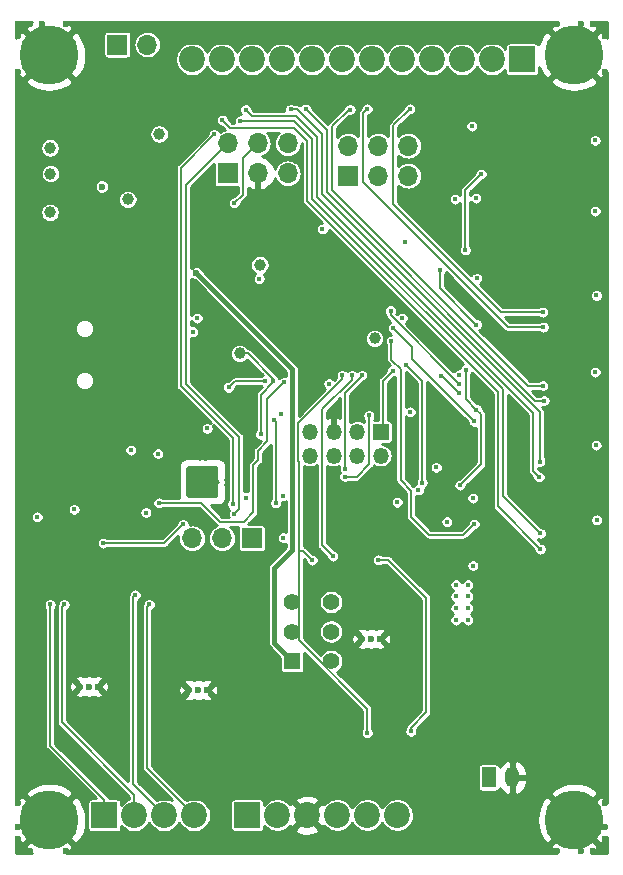
<source format=gbr>
G04 #@! TF.GenerationSoftware,KiCad,Pcbnew,(5.1.2)-1*
G04 #@! TF.CreationDate,2019-06-23T17:44:29+01:00*
G04 #@! TF.ProjectId,daq,6461712e-6b69-4636-9164-5f7063625858,rev?*
G04 #@! TF.SameCoordinates,Original*
G04 #@! TF.FileFunction,Copper,L4,Bot*
G04 #@! TF.FilePolarity,Positive*
%FSLAX46Y46*%
G04 Gerber Fmt 4.6, Leading zero omitted, Abs format (unit mm)*
G04 Created by KiCad (PCBNEW (5.1.2)-1) date 2019-06-23 17:44:29*
%MOMM*%
%LPD*%
G04 APERTURE LIST*
%ADD10O,1.700000X1.700000*%
%ADD11R,1.700000X1.700000*%
%ADD12C,2.200000*%
%ADD13R,2.200000X2.200000*%
%ADD14C,0.600000*%
%ADD15C,1.400000*%
%ADD16R,1.400000X1.400000*%
%ADD17R,1.350000X1.350000*%
%ADD18O,1.350000X1.350000*%
%ADD19C,1.000000*%
%ADD20C,0.100000*%
%ADD21C,2.700000*%
%ADD22C,0.500000*%
%ADD23C,5.000000*%
%ADD24R,1.200000X1.750000*%
%ADD25O,1.200000X1.750000*%
%ADD26C,0.450000*%
%ADD27C,0.200000*%
%ADD28C,0.400000*%
%ADD29C,0.254000*%
G04 APERTURE END LIST*
D10*
X71151000Y-150786000D03*
X73691000Y-150786000D03*
D11*
X76231000Y-150786000D03*
D12*
X88531000Y-174236000D03*
X85991000Y-174236000D03*
X83451000Y-174236000D03*
X80911000Y-174236000D03*
X78371000Y-174236000D03*
D13*
X75831000Y-174236000D03*
D12*
X71351000Y-174244000D03*
X68811000Y-174244000D03*
X66271000Y-174244000D03*
D13*
X63731000Y-174244000D03*
D14*
X62431000Y-163336000D03*
X61681000Y-163336000D03*
X63181000Y-163336000D03*
X71681000Y-163636000D03*
X70931000Y-163636000D03*
X72431000Y-163636000D03*
D15*
X82931000Y-156186000D03*
X82931000Y-158686000D03*
X82931000Y-161186000D03*
X79631000Y-156186000D03*
X79631000Y-158686000D03*
D16*
X79631000Y-161186000D03*
D14*
X87074038Y-159291508D03*
X85574038Y-159291508D03*
X86324038Y-159291508D03*
D11*
X64831000Y-108986000D03*
D10*
X67371000Y-108986000D03*
D17*
X87131000Y-141786000D03*
D18*
X87131000Y-143786000D03*
X85131000Y-141786000D03*
X85131000Y-143786000D03*
X83131000Y-141786000D03*
X83131000Y-143786000D03*
X81131000Y-141786000D03*
X81131000Y-143786000D03*
D13*
X99110800Y-110236000D03*
D12*
X96570800Y-110236000D03*
X94030800Y-110236000D03*
X91490800Y-110236000D03*
X88950800Y-110236000D03*
X86410800Y-110236000D03*
X83870800Y-110236000D03*
X81330800Y-110236000D03*
X78790800Y-110236000D03*
X76250800Y-110236000D03*
X73710800Y-110236000D03*
X71170800Y-110236000D03*
D19*
X86614000Y-133858000D03*
X68376800Y-116560600D03*
X59131200Y-117729000D03*
X59156600Y-119913400D03*
X65709800Y-122097800D03*
X59131200Y-123190000D03*
X76898500Y-127635000D03*
X75184000Y-135128000D03*
D20*
G36*
X73158903Y-144650404D02*
G01*
X73183172Y-144654004D01*
X73206970Y-144659965D01*
X73230070Y-144668230D01*
X73252249Y-144678720D01*
X73273292Y-144691333D01*
X73292998Y-144705948D01*
X73311176Y-144722424D01*
X73327652Y-144740602D01*
X73342267Y-144760308D01*
X73354880Y-144781351D01*
X73365370Y-144803530D01*
X73373635Y-144826630D01*
X73379596Y-144850428D01*
X73383196Y-144874697D01*
X73384400Y-144899201D01*
X73384400Y-147099199D01*
X73383196Y-147123703D01*
X73379596Y-147147972D01*
X73373635Y-147171770D01*
X73365370Y-147194870D01*
X73354880Y-147217049D01*
X73342267Y-147238092D01*
X73327652Y-147257798D01*
X73311176Y-147275976D01*
X73292998Y-147292452D01*
X73273292Y-147307067D01*
X73252249Y-147319680D01*
X73230070Y-147330170D01*
X73206970Y-147338435D01*
X73183172Y-147344396D01*
X73158903Y-147347996D01*
X73134399Y-147349200D01*
X70934401Y-147349200D01*
X70909897Y-147347996D01*
X70885628Y-147344396D01*
X70861830Y-147338435D01*
X70838730Y-147330170D01*
X70816551Y-147319680D01*
X70795508Y-147307067D01*
X70775802Y-147292452D01*
X70757624Y-147275976D01*
X70741148Y-147257798D01*
X70726533Y-147238092D01*
X70713920Y-147217049D01*
X70703430Y-147194870D01*
X70695165Y-147171770D01*
X70689204Y-147147972D01*
X70685604Y-147123703D01*
X70684400Y-147099199D01*
X70684400Y-144899201D01*
X70685604Y-144874697D01*
X70689204Y-144850428D01*
X70695165Y-144826630D01*
X70703430Y-144803530D01*
X70713920Y-144781351D01*
X70726533Y-144760308D01*
X70741148Y-144740602D01*
X70757624Y-144722424D01*
X70775802Y-144705948D01*
X70795508Y-144691333D01*
X70816551Y-144678720D01*
X70838730Y-144668230D01*
X70861830Y-144659965D01*
X70885628Y-144654004D01*
X70909897Y-144650404D01*
X70934401Y-144649200D01*
X73134399Y-144649200D01*
X73158903Y-144650404D01*
X73158903Y-144650404D01*
G37*
D21*
X72034400Y-145999200D03*
D22*
X73134400Y-147099200D03*
X72034400Y-147099200D03*
X70934400Y-147099200D03*
X73134400Y-145999200D03*
X72034400Y-145999200D03*
X70934400Y-145999200D03*
X73134400Y-144899200D03*
X72034400Y-144899200D03*
X70934400Y-144899200D03*
D23*
X59055000Y-109855000D03*
X103505000Y-109855000D03*
X103505000Y-174625000D03*
D11*
X84378800Y-120091200D03*
D10*
X84378800Y-117551200D03*
X86918800Y-120091200D03*
X86918800Y-117551200D03*
X89458800Y-120091200D03*
X89458800Y-117551200D03*
D24*
X96266000Y-171036000D03*
D25*
X98266000Y-171036000D03*
D11*
X74168000Y-119888000D03*
D10*
X74168000Y-117348000D03*
X76708000Y-119888000D03*
X76708000Y-117348000D03*
X79248000Y-119888000D03*
X79248000Y-117348000D03*
D23*
X59055000Y-174625000D03*
D14*
X83131000Y-147386000D03*
X56451500Y-177228500D03*
X57464909Y-177228500D03*
X60505136Y-177228500D03*
X61518545Y-177228500D03*
X62531954Y-177228500D03*
X63545363Y-177228500D03*
X64558772Y-177228500D03*
X65572181Y-177228500D03*
X66585590Y-177228500D03*
X67598999Y-177228500D03*
X68612408Y-177228500D03*
X69625817Y-177228500D03*
X70639226Y-177228500D03*
X71652635Y-177228500D03*
X72666044Y-177228500D03*
X73679453Y-177228500D03*
X74692862Y-177228500D03*
X75706271Y-177228500D03*
X76719680Y-177228500D03*
X77733089Y-177228500D03*
X78746498Y-177228500D03*
X79759907Y-177228500D03*
X80773316Y-177228500D03*
X81786725Y-177228500D03*
X82800134Y-177228500D03*
X83813543Y-177228500D03*
X86853770Y-177228500D03*
X87867179Y-177228500D03*
X89893997Y-177228500D03*
X91920815Y-177228500D03*
X92934224Y-177228500D03*
X93947633Y-177228500D03*
X94961042Y-177228500D03*
X95974451Y-177228500D03*
X96987860Y-177228500D03*
X98001269Y-177228500D03*
X99014678Y-177228500D03*
X100028087Y-177228500D03*
X101041496Y-177228500D03*
X102054905Y-177228500D03*
X104081723Y-177228500D03*
X105095132Y-177228500D03*
X106108500Y-177228500D03*
X106108500Y-176214341D03*
X106108500Y-175200182D03*
X106108500Y-173171864D03*
X106108500Y-172157705D03*
X106108500Y-171143546D03*
X106108500Y-170129387D03*
X106108500Y-169115228D03*
X106108500Y-168101069D03*
X106108500Y-167086910D03*
X106108500Y-166072751D03*
X106108500Y-165058592D03*
X106108500Y-164044433D03*
X106108500Y-163030274D03*
X106108500Y-162016115D03*
X106108500Y-161001956D03*
X106108500Y-159987797D03*
X106108500Y-158973638D03*
X106108500Y-157959479D03*
X106108500Y-156945320D03*
X106108500Y-155931161D03*
X106108500Y-154917002D03*
X106108500Y-153902843D03*
X106108500Y-152888684D03*
X106108500Y-151874525D03*
X106108500Y-150860366D03*
X106108500Y-149846207D03*
X106108500Y-148832048D03*
X106108500Y-147817889D03*
X106108500Y-146803730D03*
X106108500Y-145789571D03*
X106108500Y-144775412D03*
X106108500Y-143761253D03*
X106108500Y-142747094D03*
X106108500Y-141732935D03*
X106108500Y-140718776D03*
X106108500Y-139704617D03*
X106108500Y-138690458D03*
X106108500Y-137676299D03*
X106108500Y-136662140D03*
X106108500Y-135647981D03*
X106108500Y-134633822D03*
X106108500Y-133619663D03*
X106108500Y-132605504D03*
X106108500Y-131591345D03*
X106108500Y-130577186D03*
X106108500Y-129563027D03*
X106108500Y-128548868D03*
X106108500Y-127534709D03*
X106108500Y-126520550D03*
X106108500Y-125506391D03*
X106108500Y-124492232D03*
X106108500Y-123478073D03*
X106108500Y-122463914D03*
X106108500Y-121449755D03*
X106108500Y-120435596D03*
X106108500Y-119421437D03*
X106108500Y-118407278D03*
X106108500Y-117393119D03*
X106108500Y-116378960D03*
X106108500Y-115364801D03*
X106108500Y-114350642D03*
X106108500Y-113336483D03*
X106108500Y-112322324D03*
X106108500Y-111308165D03*
X106108500Y-108265688D03*
X106108500Y-107251529D03*
X56451500Y-117393380D03*
X56451500Y-162016376D03*
X56451500Y-167087171D03*
X56451500Y-165058853D03*
X56451500Y-115365062D03*
X56451500Y-168101330D03*
X56451500Y-173172125D03*
X56451500Y-170129648D03*
X56451500Y-153903104D03*
X56451500Y-151874786D03*
X56451500Y-134634083D03*
X56451500Y-123478334D03*
X56451500Y-118407539D03*
X56451500Y-116379221D03*
X56451500Y-163030535D03*
X56451500Y-150860627D03*
X56451500Y-130577447D03*
X56451500Y-127534970D03*
X56451500Y-113336744D03*
X56451500Y-155931422D03*
X56451500Y-139704878D03*
X56451500Y-133619924D03*
X56451500Y-131591606D03*
X56451500Y-128549129D03*
X56451500Y-159988058D03*
X56451500Y-176214602D03*
X56451500Y-138690719D03*
X56451500Y-166073012D03*
X56451500Y-140719037D03*
X56451500Y-169115489D03*
X56451500Y-125506652D03*
X56451500Y-175200443D03*
X56451500Y-135648242D03*
X56451500Y-137676560D03*
X56451500Y-132605765D03*
X56451500Y-121450016D03*
X56451500Y-120435857D03*
X56451500Y-126520811D03*
X56451500Y-129563288D03*
X56451500Y-158973899D03*
X56451500Y-152888945D03*
X56451500Y-157959740D03*
X56451500Y-114350903D03*
X56451500Y-171143807D03*
X56451500Y-161002217D03*
X56451500Y-164044694D03*
X56451500Y-136662401D03*
X56451500Y-154917263D03*
X56451500Y-172157966D03*
X56451500Y-156945581D03*
X56451500Y-124492493D03*
X56451500Y-122464175D03*
X56451500Y-119421698D03*
X56451500Y-107251790D03*
X56451500Y-112322585D03*
X56451500Y-111308426D03*
X56451500Y-108265949D03*
X86853770Y-107251500D03*
X74692862Y-107251500D03*
X95974451Y-107251500D03*
X78746498Y-107251500D03*
X60505136Y-107251500D03*
X104081723Y-107251500D03*
X63545363Y-107251500D03*
X75706271Y-107251500D03*
X80773316Y-107251500D03*
X88880588Y-107251500D03*
X90907406Y-107251500D03*
X71652635Y-107251500D03*
X85840361Y-107251500D03*
X73679453Y-107251500D03*
X87867179Y-107251500D03*
X68612408Y-107251500D03*
X69625817Y-107251500D03*
X83813543Y-107251500D03*
X76719680Y-107251500D03*
X94961042Y-107251500D03*
X96987860Y-107251500D03*
X99014678Y-107251500D03*
X101041496Y-107251500D03*
X93947633Y-107251500D03*
X102054905Y-107251500D03*
X105095132Y-107251500D03*
X58478318Y-107251500D03*
X61518545Y-107251500D03*
X84826952Y-107251500D03*
X98001269Y-107251500D03*
X57464909Y-107251500D03*
X64558772Y-107251500D03*
X67598999Y-107251500D03*
X79759907Y-107251500D03*
X81786725Y-107251500D03*
X62531954Y-107251500D03*
X100028087Y-107251500D03*
X70639226Y-107251500D03*
X66585590Y-107251500D03*
X91920815Y-107251500D03*
X92934224Y-107251500D03*
X65572181Y-107251500D03*
X82800134Y-107251500D03*
X72666044Y-107251500D03*
X77733089Y-107251500D03*
X56451500Y-143761514D03*
X56451500Y-141733196D03*
X56451500Y-147818150D03*
X56451500Y-148832309D03*
X56451500Y-145789832D03*
X56451500Y-144775673D03*
X56451500Y-149846468D03*
D26*
X88214200Y-161239200D03*
X98501200Y-159131000D03*
X71755000Y-129743200D03*
X71628000Y-133934200D03*
X93675200Y-125501400D03*
X76149200Y-129159000D03*
X87757000Y-167132000D03*
X83946992Y-167132000D03*
X58039000Y-143764000D03*
X60706000Y-147637500D03*
X74449479Y-140445812D03*
X75840989Y-143849489D03*
D14*
X85867179Y-177228500D03*
X84853770Y-177228500D03*
X88931000Y-177228500D03*
X90931000Y-177228500D03*
D26*
X98731000Y-166786000D03*
X89431000Y-159186000D03*
X88231000Y-137686000D03*
D14*
X56451500Y-146786000D03*
D26*
X83080994Y-136986000D03*
D14*
X84131000Y-147386000D03*
X85131000Y-147386000D03*
X83131000Y-148386000D03*
X84131000Y-148386000D03*
X85131000Y-148386000D03*
X83131000Y-149386000D03*
X84131000Y-149386000D03*
X85131000Y-149386000D03*
D26*
X88530996Y-146486000D03*
X91131000Y-149386000D03*
X92339583Y-139862145D03*
X93431000Y-145111010D03*
X89331000Y-143886000D03*
X89411918Y-132624445D03*
X70631000Y-158686000D03*
X63331000Y-158586000D03*
X65431000Y-150486000D03*
X68631000Y-148486000D03*
D14*
X56451500Y-142686000D03*
X89893997Y-107251500D03*
D26*
X90170000Y-112014000D03*
X69723000Y-152019000D03*
X80771505Y-114445505D03*
X100965000Y-139128500D03*
X84531000Y-114486000D03*
X100838000Y-137858500D03*
X61163200Y-148336000D03*
X93497400Y-154711400D03*
X94497400Y-154711400D03*
X93497400Y-155711400D03*
X94497400Y-155711400D03*
X93497400Y-156711400D03*
X94497400Y-156711400D03*
X93497400Y-157711400D03*
X94497400Y-157711400D03*
X105295700Y-123088400D03*
X105397300Y-130225800D03*
X105371900Y-142900400D03*
X82194400Y-124612400D03*
X71584143Y-132143757D03*
X76835821Y-128814098D03*
D14*
X63525400Y-121005600D03*
D26*
X68270040Y-143625018D03*
X65976500Y-143319500D03*
X78676500Y-140271500D03*
X58039000Y-148971000D03*
X71200510Y-133297800D03*
X105410000Y-149224998D03*
X94932500Y-153098500D03*
X95250000Y-128778000D03*
X95186500Y-121983500D03*
X105283000Y-117094000D03*
X89154000Y-125666500D03*
X105283000Y-136715500D03*
X78831000Y-147186000D03*
X89631000Y-140086000D03*
X78881000Y-150736000D03*
X88531000Y-147736000D03*
X93434064Y-122060990D03*
X94931000Y-147386000D03*
X92731000Y-149386000D03*
X93737861Y-136944832D03*
X82731000Y-137686000D03*
X91831000Y-144786000D03*
X94831000Y-115886000D03*
X90325448Y-146702656D03*
X88946219Y-132139810D03*
X75722724Y-147335246D03*
X72431004Y-141486000D03*
X67252239Y-148607239D03*
X89598500Y-114427000D03*
X100838000Y-131635500D03*
X85979000Y-114427000D03*
X100901500Y-132905500D03*
X73723500Y-115379500D03*
X100647500Y-151701500D03*
X100647500Y-150368000D03*
X75247500Y-115439490D03*
X79502000Y-114467979D03*
X100606010Y-144285990D03*
X75692000Y-114490504D03*
X100531000Y-145586000D03*
D14*
X68376800Y-116560600D03*
X59131200Y-117729000D03*
X59156600Y-119913400D03*
X65709800Y-122097800D03*
X59131200Y-123190000D03*
D26*
X76898506Y-127635000D03*
X63631002Y-151186000D03*
X70387940Y-149613138D03*
X88131000Y-136636000D03*
X94297500Y-126365000D03*
X95648010Y-119951500D03*
X95231000Y-132686000D03*
X92131000Y-128086000D03*
X93831000Y-146286000D03*
X95231000Y-139886000D03*
X94346782Y-136496214D03*
D14*
X71526400Y-128346200D03*
D26*
X74244178Y-137998200D03*
X77335089Y-137490089D03*
X76962000Y-141986000D03*
X86131000Y-140386000D03*
X84076525Y-145563705D03*
X78031000Y-137486002D03*
X86614000Y-133858000D03*
X87957260Y-131517262D03*
X93730996Y-137686000D03*
X95031000Y-140886000D03*
X88209756Y-133007234D03*
X95031000Y-149586000D03*
X88031006Y-134086000D03*
X83081000Y-152286000D03*
X89681000Y-167136000D03*
X86931000Y-152619000D03*
X84681000Y-136986000D03*
X85979000Y-167259000D03*
X81331000Y-152636000D03*
X83881000Y-136986000D03*
X68331000Y-147786000D03*
X78931000Y-137586000D03*
X74731004Y-122386000D03*
X74739500Y-148717000D03*
X73025000Y-116585998D03*
X74588740Y-147868918D03*
X78231000Y-147785998D03*
X78131000Y-140786000D03*
X84131000Y-144886000D03*
X85531000Y-136986000D03*
X93731000Y-138486000D03*
X92259761Y-137057239D03*
X89231000Y-136086000D03*
X90631000Y-146086000D03*
X60331000Y-156386000D03*
X59131000Y-156386000D03*
X67531000Y-156386000D03*
X66331000Y-155586000D03*
D27*
X100965000Y-139128500D02*
X100201589Y-139128500D01*
X82580989Y-121507900D02*
X82580989Y-116254989D01*
X82580989Y-116254989D02*
X80771505Y-114445505D01*
X100201589Y-139128500D02*
X82580989Y-121507900D01*
X84431000Y-114486000D02*
X84531000Y-114486000D01*
X83031000Y-115886000D02*
X84431000Y-114486000D01*
X83031000Y-121321500D02*
X83031000Y-115886000D01*
X99568000Y-137858500D02*
X83031000Y-121321500D01*
X100838000Y-137858500D02*
X99568000Y-137858500D01*
X97345500Y-131635500D02*
X100838000Y-131635500D01*
X89598500Y-114427000D02*
X88201500Y-115824000D01*
X88201500Y-115824000D02*
X88201500Y-122491500D01*
X88201500Y-122491500D02*
X97345500Y-131635500D01*
X97917000Y-132905500D02*
X100901500Y-132905500D01*
X85631000Y-120619500D02*
X97917000Y-132905500D01*
X85979000Y-114427000D02*
X85631000Y-114775000D01*
X85631000Y-114775000D02*
X85631000Y-120619500D01*
X74358500Y-116014500D02*
X73723500Y-115379500D01*
X100647500Y-151701500D02*
X97028000Y-148082000D01*
X97028000Y-148082000D02*
X97028000Y-138359133D01*
X97028000Y-138359133D02*
X80880945Y-122212078D01*
X80880945Y-122212078D02*
X80880945Y-117135945D01*
X80880945Y-117135945D02*
X79759500Y-116014500D01*
X79759500Y-116014500D02*
X74358500Y-116014500D01*
X81330956Y-122025678D02*
X81330956Y-116949545D01*
X75569208Y-115443000D02*
X75565698Y-115439490D01*
X81330956Y-116949545D02*
X79824411Y-115443000D01*
X97478011Y-147198511D02*
X97478011Y-138172733D01*
X100647500Y-150368000D02*
X97478011Y-147198511D01*
X97478011Y-138172733D02*
X81330956Y-122025678D01*
X75565698Y-115439490D02*
X75247500Y-115439490D01*
X79824411Y-115443000D02*
X75569208Y-115443000D01*
X79502000Y-114467979D02*
X80051501Y-114467979D01*
X80051501Y-114467979D02*
X82180978Y-116597456D01*
X100606010Y-140098621D02*
X100606010Y-144285990D01*
X82180978Y-121673589D02*
X100606010Y-140098621D01*
X82180978Y-116597456D02*
X82180978Y-121673589D01*
X76263500Y-110248700D02*
X76263500Y-110554910D01*
X76250800Y-110236000D02*
X76263500Y-110248700D01*
X100031000Y-145086000D02*
X100531000Y-145586000D01*
X75692000Y-114490504D02*
X76244485Y-115042989D01*
X81730967Y-121859989D02*
X100031000Y-140160022D01*
X81730967Y-116783856D02*
X81730967Y-121859989D01*
X76244485Y-115042989D02*
X79990100Y-115042989D01*
X79990100Y-115042989D02*
X81730967Y-116783856D01*
X100031000Y-140160022D02*
X100031000Y-145086000D01*
X68815078Y-151186000D02*
X70162941Y-149838137D01*
X70162941Y-149838137D02*
X70387940Y-149613138D01*
X63631002Y-151186000D02*
X68815078Y-151186000D01*
X87331000Y-141786000D02*
X87331000Y-137436000D01*
X87331000Y-137436000D02*
X88131000Y-136636000D01*
X94297500Y-121302010D02*
X95648010Y-119951500D01*
X94297500Y-126365000D02*
X94297500Y-121302010D01*
X95231000Y-132686000D02*
X92131000Y-129586000D01*
X92131000Y-129586000D02*
X92131000Y-128086000D01*
X95231000Y-139886000D02*
X94346782Y-139001782D01*
X94346782Y-139001782D02*
X94346782Y-136496214D01*
X95631000Y-140286000D02*
X95231000Y-139886000D01*
X93831000Y-146286000D02*
X95631000Y-144486000D01*
X95631000Y-144486000D02*
X95631000Y-140286000D01*
D28*
X71526400Y-128346200D02*
X79655988Y-136475788D01*
X79631000Y-161165000D02*
X79631000Y-161186000D01*
X78105000Y-159639000D02*
X79631000Y-161165000D01*
X78105000Y-153289000D02*
X78105000Y-159639000D01*
X79655988Y-151738012D02*
X78105000Y-153289000D01*
X79655988Y-151738012D02*
X79655988Y-136475788D01*
D27*
X74244178Y-137998200D02*
X74752289Y-137490089D01*
X74752289Y-137490089D02*
X77335089Y-137490089D01*
X85080299Y-145563705D02*
X84076525Y-145563705D01*
X86131000Y-140386000D02*
X86131000Y-144513004D01*
X86131000Y-144513004D02*
X85080299Y-145563705D01*
X75891106Y-135128000D02*
X78031000Y-137267894D01*
X75184000Y-135128000D02*
X75891106Y-135128000D01*
X78031000Y-137267894D02*
X78031000Y-137486002D01*
X76962000Y-138640182D02*
X78031000Y-137571182D01*
X76962000Y-141986000D02*
X76962000Y-138640182D01*
X78031000Y-137571182D02*
X78031000Y-137486002D01*
X87957260Y-131517262D02*
X87957260Y-131912264D01*
X87957260Y-131912264D02*
X93730996Y-137686000D01*
X89756003Y-134553481D02*
X88209756Y-133007234D01*
X95031000Y-140886000D02*
X89756003Y-135611003D01*
X89756003Y-135611003D02*
X89756003Y-134553481D01*
X88805995Y-145860995D02*
X89731000Y-146786000D01*
X89731000Y-148986000D02*
X91231000Y-150486000D01*
X89731000Y-146786000D02*
X89731000Y-148986000D01*
X94131000Y-150486000D02*
X95031000Y-149586000D01*
X91231000Y-150486000D02*
X94131000Y-150486000D01*
X88805995Y-136437999D02*
X88805995Y-145860995D01*
X88031006Y-135663010D02*
X88805995Y-136437999D01*
X88031006Y-134086000D02*
X88031006Y-135663010D01*
X89681000Y-166817802D02*
X90981000Y-165517802D01*
X89681000Y-167136000D02*
X89681000Y-166817802D01*
X90981000Y-165517802D02*
X90981000Y-155836000D01*
X90981000Y-155836000D02*
X87764000Y-152619000D01*
X87764000Y-152619000D02*
X86931000Y-152619000D01*
X83081000Y-152286000D02*
X82155999Y-151360999D01*
X84681000Y-137354196D02*
X84681000Y-136986000D01*
X82155999Y-151360999D02*
X82155999Y-139879197D01*
X82155999Y-139879197D02*
X84681000Y-137354196D01*
X85979000Y-165227000D02*
X80179999Y-159427999D01*
X85979000Y-167259000D02*
X85979000Y-165227000D01*
X80581000Y-151886000D02*
X81331000Y-152636000D01*
X80179999Y-151886000D02*
X80581000Y-151886000D01*
X80179999Y-151886000D02*
X80179999Y-159427999D01*
X80179999Y-144278001D02*
X80179999Y-151886000D01*
X83881000Y-137304198D02*
X83881000Y-136986000D01*
X80155999Y-141029199D02*
X83881000Y-137304198D01*
X80155999Y-144254001D02*
X80155999Y-141029199D01*
X80179999Y-144278001D02*
X80155999Y-144254001D01*
X68331000Y-147786000D02*
X71931000Y-147786000D01*
X71931000Y-147786000D02*
X73531000Y-149386000D01*
X73531000Y-149386000D02*
X75531000Y-149386000D01*
X75531000Y-149386000D02*
X76331000Y-148586000D01*
X76331000Y-148586000D02*
X76331000Y-144586000D01*
X76331000Y-144586000D02*
X76731000Y-144186000D01*
X76731000Y-144186000D02*
X76731000Y-143386000D01*
X76731000Y-143386000D02*
X77531000Y-142586000D01*
X77531000Y-142586000D02*
X77531000Y-138986000D01*
X77531000Y-138986000D02*
X78931000Y-137586000D01*
X75431000Y-121686004D02*
X74731004Y-122386000D01*
X75431000Y-118625000D02*
X75431000Y-121686004D01*
X76708000Y-117348000D02*
X75431000Y-118625000D01*
X70675500Y-120840500D02*
X74168000Y-117348000D01*
X70675500Y-137731500D02*
X70675500Y-120840500D01*
X75120500Y-142176500D02*
X70675500Y-137731500D01*
X74739500Y-148717000D02*
X75120500Y-148336000D01*
X75120500Y-148336000D02*
X75120500Y-142176500D01*
X74588740Y-142279740D02*
X74588740Y-147868918D01*
X70211989Y-137902989D02*
X74588740Y-142279740D01*
X70211989Y-119399009D02*
X70211989Y-137902989D01*
X73025000Y-116585998D02*
X70211989Y-119399009D01*
X78231000Y-147785998D02*
X78231000Y-140886000D01*
X78231000Y-140886000D02*
X78131000Y-140786000D01*
X85531000Y-137086000D02*
X85531000Y-136986000D01*
X84131000Y-144886000D02*
X84131000Y-138486000D01*
X84131000Y-138486000D02*
X85531000Y-137086000D01*
X93731000Y-138486000D02*
X92302239Y-137057239D01*
X92302239Y-137057239D02*
X92259761Y-137057239D01*
X90631000Y-137486000D02*
X90631000Y-146086000D01*
X89231000Y-136086000D02*
X90631000Y-137486000D01*
X60106001Y-156610999D02*
X60106001Y-166361001D01*
X60331000Y-156386000D02*
X60106001Y-156610999D01*
X66271000Y-172526000D02*
X66271000Y-174244000D01*
X60106001Y-166361001D02*
X66271000Y-172526000D01*
X59131000Y-168344000D02*
X59131000Y-156386000D01*
X63731000Y-174244000D02*
X63731000Y-172944000D01*
X63731000Y-172944000D02*
X59131000Y-168344000D01*
X70251001Y-173144001D02*
X71351000Y-174244000D01*
X67306001Y-170199001D02*
X70251001Y-173144001D01*
X67306001Y-156610999D02*
X67306001Y-170199001D01*
X67531000Y-156386000D02*
X67306001Y-156610999D01*
X66131000Y-171564000D02*
X66131000Y-155786000D01*
X66131000Y-155786000D02*
X66331000Y-155586000D01*
X68811000Y-174244000D02*
X66131000Y-171564000D01*
D29*
G36*
X57307627Y-107233882D02*
G01*
X57031457Y-107651852D01*
X59055000Y-109675395D01*
X61078543Y-107651852D01*
X60802373Y-107233882D01*
X60517498Y-107082000D01*
X102041778Y-107082000D01*
X101757627Y-107233882D01*
X101481457Y-107651852D01*
X103505000Y-109675395D01*
X105528543Y-107651852D01*
X105252373Y-107233882D01*
X104967498Y-107082000D01*
X106278000Y-107082000D01*
X106278000Y-108391778D01*
X106126118Y-108107627D01*
X105708148Y-107831457D01*
X103684605Y-109855000D01*
X105708148Y-111878543D01*
X106126118Y-111602373D01*
X106278000Y-111317498D01*
X106278001Y-173161779D01*
X106126118Y-172877627D01*
X105708148Y-172601457D01*
X103684605Y-174625000D01*
X105708148Y-176648543D01*
X106126118Y-176372373D01*
X106278001Y-176087496D01*
X106278001Y-177398000D01*
X104968222Y-177398000D01*
X105252373Y-177246118D01*
X105528543Y-176828148D01*
X103505000Y-174804605D01*
X101481457Y-176828148D01*
X101757627Y-177246118D01*
X102042502Y-177398000D01*
X60518222Y-177398000D01*
X60802373Y-177246118D01*
X61078543Y-176828148D01*
X59055000Y-174804605D01*
X57031457Y-176828148D01*
X57307627Y-177246118D01*
X57592502Y-177398000D01*
X56282000Y-177398000D01*
X56282000Y-176088222D01*
X56433882Y-176372373D01*
X56851852Y-176648543D01*
X58875395Y-174625000D01*
X59234605Y-174625000D01*
X61258148Y-176648543D01*
X61676118Y-176372373D01*
X61966649Y-175827443D01*
X62145287Y-175236304D01*
X62205168Y-174621672D01*
X62143990Y-174007169D01*
X61964103Y-173416408D01*
X61676118Y-172877627D01*
X61258148Y-172601457D01*
X59234605Y-174625000D01*
X58875395Y-174625000D01*
X56851852Y-172601457D01*
X56433882Y-172877627D01*
X56282000Y-173162502D01*
X56282000Y-172421852D01*
X57031457Y-172421852D01*
X59055000Y-174445395D01*
X61078543Y-172421852D01*
X60802373Y-172003882D01*
X60257443Y-171713351D01*
X59666304Y-171534713D01*
X59051672Y-171474832D01*
X58437169Y-171536010D01*
X57846408Y-171715897D01*
X57307627Y-172003882D01*
X57031457Y-172421852D01*
X56282000Y-172421852D01*
X56282000Y-156331633D01*
X58579000Y-156331633D01*
X58579000Y-156440367D01*
X58600213Y-156547012D01*
X58641824Y-156647470D01*
X58702234Y-156737880D01*
X58704001Y-156739647D01*
X58704000Y-168323033D01*
X58701935Y-168344000D01*
X58704000Y-168364967D01*
X58704000Y-168364977D01*
X58710178Y-168427706D01*
X58734595Y-168508195D01*
X58734596Y-168508196D01*
X58774245Y-168582376D01*
X58814232Y-168631100D01*
X58827605Y-168647395D01*
X58843900Y-168660768D01*
X62998548Y-172815418D01*
X62631000Y-172815418D01*
X62566897Y-172821732D01*
X62505257Y-172840430D01*
X62448450Y-172870794D01*
X62398657Y-172911657D01*
X62357794Y-172961450D01*
X62327430Y-173018257D01*
X62308732Y-173079897D01*
X62302418Y-173144000D01*
X62302418Y-175344000D01*
X62308732Y-175408103D01*
X62327430Y-175469743D01*
X62357794Y-175526550D01*
X62398657Y-175576343D01*
X62448450Y-175617206D01*
X62505257Y-175647570D01*
X62566897Y-175666268D01*
X62631000Y-175672582D01*
X64831000Y-175672582D01*
X64895103Y-175666268D01*
X64956743Y-175647570D01*
X65013550Y-175617206D01*
X65063343Y-175576343D01*
X65104206Y-175526550D01*
X65134570Y-175469743D01*
X65153268Y-175408103D01*
X65159582Y-175344000D01*
X65159582Y-175149179D01*
X65162576Y-175153660D01*
X65361340Y-175352424D01*
X65595062Y-175508591D01*
X65854759Y-175616162D01*
X66130453Y-175671000D01*
X66411547Y-175671000D01*
X66687241Y-175616162D01*
X66946938Y-175508591D01*
X67180660Y-175352424D01*
X67379424Y-175153660D01*
X67535591Y-174919938D01*
X67541000Y-174906880D01*
X67546409Y-174919938D01*
X67702576Y-175153660D01*
X67901340Y-175352424D01*
X68135062Y-175508591D01*
X68394759Y-175616162D01*
X68670453Y-175671000D01*
X68951547Y-175671000D01*
X69227241Y-175616162D01*
X69486938Y-175508591D01*
X69720660Y-175352424D01*
X69919424Y-175153660D01*
X70075591Y-174919938D01*
X70081000Y-174906880D01*
X70086409Y-174919938D01*
X70242576Y-175153660D01*
X70441340Y-175352424D01*
X70675062Y-175508591D01*
X70934759Y-175616162D01*
X71210453Y-175671000D01*
X71491547Y-175671000D01*
X71767241Y-175616162D01*
X72026938Y-175508591D01*
X72260660Y-175352424D01*
X72459424Y-175153660D01*
X72615591Y-174919938D01*
X72723162Y-174660241D01*
X72778000Y-174384547D01*
X72778000Y-174103453D01*
X72723162Y-173827759D01*
X72615591Y-173568062D01*
X72459424Y-173334340D01*
X72261084Y-173136000D01*
X74402418Y-173136000D01*
X74402418Y-175336000D01*
X74408732Y-175400103D01*
X74427430Y-175461743D01*
X74457794Y-175518550D01*
X74498657Y-175568343D01*
X74548450Y-175609206D01*
X74605257Y-175639570D01*
X74666897Y-175658268D01*
X74731000Y-175664582D01*
X76931000Y-175664582D01*
X76995103Y-175658268D01*
X77056743Y-175639570D01*
X77113550Y-175609206D01*
X77163343Y-175568343D01*
X77204206Y-175518550D01*
X77234570Y-175461743D01*
X77253268Y-175400103D01*
X77259582Y-175336000D01*
X77259582Y-175141179D01*
X77262576Y-175145660D01*
X77461340Y-175344424D01*
X77695062Y-175500591D01*
X77954759Y-175608162D01*
X78230453Y-175663000D01*
X78511547Y-175663000D01*
X78787241Y-175608162D01*
X79046938Y-175500591D01*
X79133560Y-175442712D01*
X79883893Y-175442712D01*
X79991726Y-175717338D01*
X80298384Y-175868216D01*
X80628585Y-175956369D01*
X80969639Y-175978409D01*
X81308439Y-175933489D01*
X81631966Y-175823336D01*
X81830274Y-175717338D01*
X81938107Y-175442712D01*
X80911000Y-174415605D01*
X79883893Y-175442712D01*
X79133560Y-175442712D01*
X79280660Y-175344424D01*
X79458490Y-175166594D01*
X79704288Y-175263107D01*
X80731395Y-174236000D01*
X81090605Y-174236000D01*
X82117712Y-175263107D01*
X82363510Y-175166594D01*
X82541340Y-175344424D01*
X82775062Y-175500591D01*
X83034759Y-175608162D01*
X83310453Y-175663000D01*
X83591547Y-175663000D01*
X83867241Y-175608162D01*
X84126938Y-175500591D01*
X84360660Y-175344424D01*
X84559424Y-175145660D01*
X84715591Y-174911938D01*
X84721000Y-174898880D01*
X84726409Y-174911938D01*
X84882576Y-175145660D01*
X85081340Y-175344424D01*
X85315062Y-175500591D01*
X85574759Y-175608162D01*
X85850453Y-175663000D01*
X86131547Y-175663000D01*
X86407241Y-175608162D01*
X86666938Y-175500591D01*
X86900660Y-175344424D01*
X87099424Y-175145660D01*
X87255591Y-174911938D01*
X87261000Y-174898880D01*
X87266409Y-174911938D01*
X87422576Y-175145660D01*
X87621340Y-175344424D01*
X87855062Y-175500591D01*
X88114759Y-175608162D01*
X88390453Y-175663000D01*
X88671547Y-175663000D01*
X88947241Y-175608162D01*
X89206938Y-175500591D01*
X89440660Y-175344424D01*
X89639424Y-175145660D01*
X89795591Y-174911938D01*
X89903162Y-174652241D01*
X89907918Y-174628328D01*
X100354832Y-174628328D01*
X100416010Y-175242831D01*
X100595897Y-175833592D01*
X100883882Y-176372373D01*
X101301852Y-176648543D01*
X103325395Y-174625000D01*
X101301852Y-172601457D01*
X100883882Y-172877627D01*
X100593351Y-173422557D01*
X100414713Y-174013696D01*
X100354832Y-174628328D01*
X89907918Y-174628328D01*
X89958000Y-174376547D01*
X89958000Y-174095453D01*
X89903162Y-173819759D01*
X89795591Y-173560062D01*
X89639424Y-173326340D01*
X89440660Y-173127576D01*
X89206938Y-172971409D01*
X88947241Y-172863838D01*
X88671547Y-172809000D01*
X88390453Y-172809000D01*
X88114759Y-172863838D01*
X87855062Y-172971409D01*
X87621340Y-173127576D01*
X87422576Y-173326340D01*
X87266409Y-173560062D01*
X87261000Y-173573120D01*
X87255591Y-173560062D01*
X87099424Y-173326340D01*
X86900660Y-173127576D01*
X86666938Y-172971409D01*
X86407241Y-172863838D01*
X86131547Y-172809000D01*
X85850453Y-172809000D01*
X85574759Y-172863838D01*
X85315062Y-172971409D01*
X85081340Y-173127576D01*
X84882576Y-173326340D01*
X84726409Y-173560062D01*
X84721000Y-173573120D01*
X84715591Y-173560062D01*
X84559424Y-173326340D01*
X84360660Y-173127576D01*
X84126938Y-172971409D01*
X83867241Y-172863838D01*
X83591547Y-172809000D01*
X83310453Y-172809000D01*
X83034759Y-172863838D01*
X82775062Y-172971409D01*
X82541340Y-173127576D01*
X82363510Y-173305406D01*
X82117712Y-173208893D01*
X81090605Y-174236000D01*
X80731395Y-174236000D01*
X79704288Y-173208893D01*
X79458490Y-173305406D01*
X79280660Y-173127576D01*
X79133561Y-173029288D01*
X79883893Y-173029288D01*
X80911000Y-174056395D01*
X81938107Y-173029288D01*
X81830274Y-172754662D01*
X81523616Y-172603784D01*
X81193415Y-172515631D01*
X80852361Y-172493591D01*
X80513561Y-172538511D01*
X80190034Y-172648664D01*
X79991726Y-172754662D01*
X79883893Y-173029288D01*
X79133561Y-173029288D01*
X79046938Y-172971409D01*
X78787241Y-172863838D01*
X78511547Y-172809000D01*
X78230453Y-172809000D01*
X77954759Y-172863838D01*
X77695062Y-172971409D01*
X77461340Y-173127576D01*
X77262576Y-173326340D01*
X77259582Y-173330821D01*
X77259582Y-173136000D01*
X77253268Y-173071897D01*
X77234570Y-173010257D01*
X77204206Y-172953450D01*
X77163343Y-172903657D01*
X77113550Y-172862794D01*
X77056743Y-172832430D01*
X76995103Y-172813732D01*
X76931000Y-172807418D01*
X74731000Y-172807418D01*
X74666897Y-172813732D01*
X74605257Y-172832430D01*
X74548450Y-172862794D01*
X74498657Y-172903657D01*
X74457794Y-172953450D01*
X74427430Y-173010257D01*
X74408732Y-173071897D01*
X74402418Y-173136000D01*
X72261084Y-173136000D01*
X72260660Y-173135576D01*
X72026938Y-172979409D01*
X71767241Y-172871838D01*
X71491547Y-172817000D01*
X71210453Y-172817000D01*
X70934759Y-172871838D01*
X70685821Y-172974953D01*
X70567773Y-172856905D01*
X70567769Y-172856900D01*
X67871869Y-170161000D01*
X95337418Y-170161000D01*
X95337418Y-171911000D01*
X95343732Y-171975103D01*
X95362430Y-172036743D01*
X95392794Y-172093550D01*
X95433657Y-172143343D01*
X95483450Y-172184206D01*
X95540257Y-172214570D01*
X95601897Y-172233268D01*
X95666000Y-172239582D01*
X96866000Y-172239582D01*
X96930103Y-172233268D01*
X96991743Y-172214570D01*
X97048550Y-172184206D01*
X97098343Y-172143343D01*
X97139206Y-172093550D01*
X97169570Y-172036743D01*
X97188268Y-171975103D01*
X97192773Y-171929361D01*
X97309693Y-172102725D01*
X97482526Y-172274078D01*
X97685467Y-172408421D01*
X97910718Y-172500591D01*
X97948391Y-172504462D01*
X98139000Y-172379731D01*
X98139000Y-171163000D01*
X98393000Y-171163000D01*
X98393000Y-172379731D01*
X98583609Y-172504462D01*
X98621282Y-172500591D01*
X98813709Y-172421852D01*
X101481457Y-172421852D01*
X103505000Y-174445395D01*
X105528543Y-172421852D01*
X105252373Y-172003882D01*
X104707443Y-171713351D01*
X104116304Y-171534713D01*
X103501672Y-171474832D01*
X102887169Y-171536010D01*
X102296408Y-171715897D01*
X101757627Y-172003882D01*
X101481457Y-172421852D01*
X98813709Y-172421852D01*
X98846533Y-172408421D01*
X99049474Y-172274078D01*
X99222307Y-172102725D01*
X99358390Y-171900946D01*
X99452493Y-171676496D01*
X99501000Y-171438000D01*
X99501000Y-171163000D01*
X98393000Y-171163000D01*
X98139000Y-171163000D01*
X98119000Y-171163000D01*
X98119000Y-170909000D01*
X98139000Y-170909000D01*
X98139000Y-169692269D01*
X98393000Y-169692269D01*
X98393000Y-170909000D01*
X99501000Y-170909000D01*
X99501000Y-170634000D01*
X99452493Y-170395504D01*
X99358390Y-170171054D01*
X99222307Y-169969275D01*
X99049474Y-169797922D01*
X98846533Y-169663579D01*
X98621282Y-169571409D01*
X98583609Y-169567538D01*
X98393000Y-169692269D01*
X98139000Y-169692269D01*
X97948391Y-169567538D01*
X97910718Y-169571409D01*
X97685467Y-169663579D01*
X97482526Y-169797922D01*
X97309693Y-169969275D01*
X97192773Y-170142639D01*
X97188268Y-170096897D01*
X97169570Y-170035257D01*
X97139206Y-169978450D01*
X97098343Y-169928657D01*
X97048550Y-169887794D01*
X96991743Y-169857430D01*
X96930103Y-169838732D01*
X96866000Y-169832418D01*
X95666000Y-169832418D01*
X95601897Y-169838732D01*
X95540257Y-169857430D01*
X95483450Y-169887794D01*
X95433657Y-169928657D01*
X95392794Y-169978450D01*
X95362430Y-170035257D01*
X95343732Y-170096897D01*
X95337418Y-170161000D01*
X67871869Y-170161000D01*
X67733001Y-170022133D01*
X67733001Y-163726355D01*
X69995829Y-163726355D01*
X70031426Y-163907061D01*
X70101592Y-164077351D01*
X70103237Y-164080425D01*
X70296459Y-164090936D01*
X70745987Y-163641408D01*
X70745829Y-163726355D01*
X70781426Y-163907061D01*
X70798385Y-163948220D01*
X70476064Y-164270541D01*
X70486575Y-164463763D01*
X70656603Y-164534562D01*
X70837176Y-164570828D01*
X71021355Y-164571171D01*
X71202061Y-164535574D01*
X71306092Y-164492709D01*
X71406603Y-164534562D01*
X71587176Y-164570828D01*
X71771355Y-164571171D01*
X71952061Y-164535574D01*
X72056092Y-164492709D01*
X72156603Y-164534562D01*
X72337176Y-164570828D01*
X72521355Y-164571171D01*
X72702061Y-164535574D01*
X72872351Y-164465408D01*
X72875425Y-164463763D01*
X72885936Y-164270541D01*
X72563755Y-163948360D01*
X72579562Y-163910397D01*
X72615828Y-163729824D01*
X72615993Y-163641388D01*
X73065541Y-164090936D01*
X73258763Y-164080425D01*
X73329562Y-163910397D01*
X73365828Y-163729824D01*
X73366171Y-163545645D01*
X73330574Y-163364939D01*
X73260408Y-163194649D01*
X73258763Y-163191575D01*
X73065541Y-163181064D01*
X72616013Y-163630592D01*
X72616171Y-163545645D01*
X72580574Y-163364939D01*
X72563615Y-163323780D01*
X72885936Y-163001459D01*
X72875425Y-162808237D01*
X72705397Y-162737438D01*
X72524824Y-162701172D01*
X72340645Y-162700829D01*
X72159939Y-162736426D01*
X72055908Y-162779291D01*
X71955397Y-162737438D01*
X71774824Y-162701172D01*
X71590645Y-162700829D01*
X71409939Y-162736426D01*
X71305908Y-162779291D01*
X71205397Y-162737438D01*
X71024824Y-162701172D01*
X70840645Y-162700829D01*
X70659939Y-162736426D01*
X70489649Y-162806592D01*
X70486575Y-162808237D01*
X70476064Y-163001459D01*
X70798245Y-163323640D01*
X70782438Y-163361603D01*
X70746172Y-163542176D01*
X70746007Y-163630612D01*
X70296459Y-163181064D01*
X70103237Y-163191575D01*
X70032438Y-163361603D01*
X69996172Y-163542176D01*
X69995829Y-163726355D01*
X67733001Y-163726355D01*
X67733001Y-156899809D01*
X67792470Y-156875176D01*
X67882880Y-156814766D01*
X67959766Y-156737880D01*
X68020176Y-156647470D01*
X68061787Y-156547012D01*
X68083000Y-156440367D01*
X68083000Y-156331633D01*
X68061787Y-156224988D01*
X68020176Y-156124530D01*
X67959766Y-156034120D01*
X67882880Y-155957234D01*
X67792470Y-155896824D01*
X67692012Y-155855213D01*
X67585367Y-155834000D01*
X67476633Y-155834000D01*
X67369988Y-155855213D01*
X67269530Y-155896824D01*
X67179120Y-155957234D01*
X67102234Y-156034120D01*
X67041824Y-156124530D01*
X67000213Y-156224988D01*
X66979000Y-156331633D01*
X66979000Y-156336368D01*
X66949246Y-156372623D01*
X66942096Y-156386000D01*
X66909596Y-156446804D01*
X66885179Y-156527293D01*
X66879001Y-156590022D01*
X66879001Y-156590032D01*
X66876936Y-156610999D01*
X66879001Y-156631966D01*
X66879002Y-170178024D01*
X66876936Y-170199001D01*
X66885180Y-170282707D01*
X66909597Y-170363197D01*
X66949246Y-170437377D01*
X66989233Y-170486101D01*
X66989238Y-170486106D01*
X67002607Y-170502396D01*
X67018897Y-170515765D01*
X69479430Y-172976299D01*
X69227241Y-172871838D01*
X68951547Y-172817000D01*
X68670453Y-172817000D01*
X68394759Y-172871838D01*
X68145822Y-172974952D01*
X66558000Y-171387132D01*
X66558000Y-156089454D01*
X66592470Y-156075176D01*
X66682880Y-156014766D01*
X66759766Y-155937880D01*
X66820176Y-155847470D01*
X66861787Y-155747012D01*
X66883000Y-155640367D01*
X66883000Y-155531633D01*
X66861787Y-155424988D01*
X66820176Y-155324530D01*
X66759766Y-155234120D01*
X66682880Y-155157234D01*
X66592470Y-155096824D01*
X66492012Y-155055213D01*
X66385367Y-155034000D01*
X66276633Y-155034000D01*
X66169988Y-155055213D01*
X66069530Y-155096824D01*
X65979120Y-155157234D01*
X65902234Y-155234120D01*
X65841824Y-155324530D01*
X65800213Y-155424988D01*
X65779000Y-155531633D01*
X65779000Y-155541830D01*
X65774245Y-155547624D01*
X65747521Y-155597623D01*
X65734596Y-155621804D01*
X65711017Y-155699533D01*
X65710179Y-155702294D01*
X65701935Y-155786000D01*
X65704001Y-155806977D01*
X65704000Y-171355130D01*
X60533001Y-166184133D01*
X60533001Y-163426355D01*
X60745829Y-163426355D01*
X60781426Y-163607061D01*
X60851592Y-163777351D01*
X60853237Y-163780425D01*
X61046459Y-163790936D01*
X61495987Y-163341408D01*
X61495829Y-163426355D01*
X61531426Y-163607061D01*
X61548385Y-163648220D01*
X61226064Y-163970541D01*
X61236575Y-164163763D01*
X61406603Y-164234562D01*
X61587176Y-164270828D01*
X61771355Y-164271171D01*
X61952061Y-164235574D01*
X62056092Y-164192709D01*
X62156603Y-164234562D01*
X62337176Y-164270828D01*
X62521355Y-164271171D01*
X62702061Y-164235574D01*
X62806092Y-164192709D01*
X62906603Y-164234562D01*
X63087176Y-164270828D01*
X63271355Y-164271171D01*
X63452061Y-164235574D01*
X63622351Y-164165408D01*
X63625425Y-164163763D01*
X63635936Y-163970541D01*
X63313755Y-163648360D01*
X63329562Y-163610397D01*
X63365828Y-163429824D01*
X63365993Y-163341388D01*
X63815541Y-163790936D01*
X64008763Y-163780425D01*
X64079562Y-163610397D01*
X64115828Y-163429824D01*
X64116171Y-163245645D01*
X64080574Y-163064939D01*
X64010408Y-162894649D01*
X64008763Y-162891575D01*
X63815541Y-162881064D01*
X63366013Y-163330592D01*
X63366171Y-163245645D01*
X63330574Y-163064939D01*
X63313615Y-163023780D01*
X63635936Y-162701459D01*
X63625425Y-162508237D01*
X63455397Y-162437438D01*
X63274824Y-162401172D01*
X63090645Y-162400829D01*
X62909939Y-162436426D01*
X62805908Y-162479291D01*
X62705397Y-162437438D01*
X62524824Y-162401172D01*
X62340645Y-162400829D01*
X62159939Y-162436426D01*
X62055908Y-162479291D01*
X61955397Y-162437438D01*
X61774824Y-162401172D01*
X61590645Y-162400829D01*
X61409939Y-162436426D01*
X61239649Y-162506592D01*
X61236575Y-162508237D01*
X61226064Y-162701459D01*
X61548245Y-163023640D01*
X61532438Y-163061603D01*
X61496172Y-163242176D01*
X61496007Y-163330612D01*
X61046459Y-162881064D01*
X60853237Y-162891575D01*
X60782438Y-163061603D01*
X60746172Y-163242176D01*
X60745829Y-163426355D01*
X60533001Y-163426355D01*
X60533001Y-156899809D01*
X60592470Y-156875176D01*
X60682880Y-156814766D01*
X60759766Y-156737880D01*
X60820176Y-156647470D01*
X60861787Y-156547012D01*
X60883000Y-156440367D01*
X60883000Y-156331633D01*
X60861787Y-156224988D01*
X60820176Y-156124530D01*
X60759766Y-156034120D01*
X60682880Y-155957234D01*
X60592470Y-155896824D01*
X60492012Y-155855213D01*
X60385367Y-155834000D01*
X60276633Y-155834000D01*
X60169988Y-155855213D01*
X60069530Y-155896824D01*
X59979120Y-155957234D01*
X59902234Y-156034120D01*
X59841824Y-156124530D01*
X59800213Y-156224988D01*
X59779000Y-156331633D01*
X59779000Y-156336368D01*
X59749246Y-156372623D01*
X59742096Y-156386000D01*
X59709596Y-156446804D01*
X59685179Y-156527293D01*
X59679001Y-156590022D01*
X59679001Y-156590032D01*
X59676936Y-156610999D01*
X59679001Y-156631966D01*
X59679002Y-166340024D01*
X59676936Y-166361001D01*
X59679002Y-166381978D01*
X59679002Y-166381979D01*
X59679668Y-166388736D01*
X59685180Y-166444707D01*
X59709597Y-166525197D01*
X59749246Y-166599377D01*
X59789233Y-166648101D01*
X59789238Y-166648106D01*
X59802607Y-166664396D01*
X59818897Y-166677765D01*
X65844000Y-172702870D01*
X65844000Y-172876294D01*
X65595062Y-172979409D01*
X65361340Y-173135576D01*
X65162576Y-173334340D01*
X65159582Y-173338821D01*
X65159582Y-173144000D01*
X65153268Y-173079897D01*
X65134570Y-173018257D01*
X65104206Y-172961450D01*
X65063343Y-172911657D01*
X65013550Y-172870794D01*
X64956743Y-172840430D01*
X64895103Y-172821732D01*
X64831000Y-172815418D01*
X64138209Y-172815418D01*
X64127405Y-172779804D01*
X64097139Y-172723180D01*
X64087755Y-172705623D01*
X64047768Y-172656898D01*
X64047759Y-172656889D01*
X64034395Y-172640605D01*
X64018111Y-172627241D01*
X59558000Y-168167132D01*
X59558000Y-156739646D01*
X59559766Y-156737880D01*
X59620176Y-156647470D01*
X59661787Y-156547012D01*
X59683000Y-156440367D01*
X59683000Y-156331633D01*
X59661787Y-156224988D01*
X59620176Y-156124530D01*
X59559766Y-156034120D01*
X59482880Y-155957234D01*
X59392470Y-155896824D01*
X59292012Y-155855213D01*
X59185367Y-155834000D01*
X59076633Y-155834000D01*
X58969988Y-155855213D01*
X58869530Y-155896824D01*
X58779120Y-155957234D01*
X58702234Y-156034120D01*
X58641824Y-156124530D01*
X58600213Y-156224988D01*
X58579000Y-156331633D01*
X56282000Y-156331633D01*
X56282000Y-151131633D01*
X63079002Y-151131633D01*
X63079002Y-151240367D01*
X63100215Y-151347012D01*
X63141826Y-151447470D01*
X63202236Y-151537880D01*
X63279122Y-151614766D01*
X63369532Y-151675176D01*
X63469990Y-151716787D01*
X63576635Y-151738000D01*
X63685369Y-151738000D01*
X63792014Y-151716787D01*
X63892472Y-151675176D01*
X63982882Y-151614766D01*
X63984648Y-151613000D01*
X68794111Y-151613000D01*
X68815078Y-151615065D01*
X68836045Y-151613000D01*
X68836056Y-151613000D01*
X68898785Y-151606822D01*
X68979274Y-151582405D01*
X69053454Y-151542755D01*
X69118473Y-151489395D01*
X69131846Y-151473100D01*
X69984624Y-150620324D01*
X69968306Y-150786000D01*
X69991031Y-151016732D01*
X70058333Y-151238597D01*
X70167626Y-151443070D01*
X70314709Y-151622291D01*
X70493930Y-151769374D01*
X70698403Y-151878667D01*
X70920268Y-151945969D01*
X71093188Y-151963000D01*
X71208812Y-151963000D01*
X71381732Y-151945969D01*
X71603597Y-151878667D01*
X71808070Y-151769374D01*
X71987291Y-151622291D01*
X72134374Y-151443070D01*
X72243667Y-151238597D01*
X72310969Y-151016732D01*
X72333694Y-150786000D01*
X72310969Y-150555268D01*
X72243667Y-150333403D01*
X72134374Y-150128930D01*
X71987291Y-149949709D01*
X71808070Y-149802626D01*
X71603597Y-149693333D01*
X71381732Y-149626031D01*
X71208812Y-149609000D01*
X71093188Y-149609000D01*
X70939940Y-149624093D01*
X70939940Y-149558771D01*
X70918727Y-149452126D01*
X70877116Y-149351668D01*
X70816706Y-149261258D01*
X70739820Y-149184372D01*
X70649410Y-149123962D01*
X70548952Y-149082351D01*
X70442307Y-149061138D01*
X70333573Y-149061138D01*
X70226928Y-149082351D01*
X70126470Y-149123962D01*
X70036060Y-149184372D01*
X69959174Y-149261258D01*
X69898764Y-149351668D01*
X69857153Y-149452126D01*
X69835940Y-149558771D01*
X69835940Y-149561268D01*
X68638210Y-150759000D01*
X63984648Y-150759000D01*
X63982882Y-150757234D01*
X63892472Y-150696824D01*
X63792014Y-150655213D01*
X63685369Y-150634000D01*
X63576635Y-150634000D01*
X63469990Y-150655213D01*
X63369532Y-150696824D01*
X63279122Y-150757234D01*
X63202236Y-150834120D01*
X63141826Y-150924530D01*
X63100215Y-151024988D01*
X63079002Y-151131633D01*
X56282000Y-151131633D01*
X56282000Y-148916633D01*
X57487000Y-148916633D01*
X57487000Y-149025367D01*
X57508213Y-149132012D01*
X57549824Y-149232470D01*
X57610234Y-149322880D01*
X57687120Y-149399766D01*
X57777530Y-149460176D01*
X57877988Y-149501787D01*
X57984633Y-149523000D01*
X58093367Y-149523000D01*
X58200012Y-149501787D01*
X58300470Y-149460176D01*
X58390880Y-149399766D01*
X58467766Y-149322880D01*
X58528176Y-149232470D01*
X58569787Y-149132012D01*
X58591000Y-149025367D01*
X58591000Y-148916633D01*
X58569787Y-148809988D01*
X58528176Y-148709530D01*
X58467766Y-148619120D01*
X58390880Y-148542234D01*
X58300470Y-148481824D01*
X58200012Y-148440213D01*
X58093367Y-148419000D01*
X57984633Y-148419000D01*
X57877988Y-148440213D01*
X57777530Y-148481824D01*
X57687120Y-148542234D01*
X57610234Y-148619120D01*
X57549824Y-148709530D01*
X57508213Y-148809988D01*
X57487000Y-148916633D01*
X56282000Y-148916633D01*
X56282000Y-148281633D01*
X60611200Y-148281633D01*
X60611200Y-148390367D01*
X60632413Y-148497012D01*
X60674024Y-148597470D01*
X60734434Y-148687880D01*
X60811320Y-148764766D01*
X60901730Y-148825176D01*
X61002188Y-148866787D01*
X61108833Y-148888000D01*
X61217567Y-148888000D01*
X61324212Y-148866787D01*
X61424670Y-148825176D01*
X61515080Y-148764766D01*
X61591966Y-148687880D01*
X61652376Y-148597470D01*
X61670849Y-148552872D01*
X66700239Y-148552872D01*
X66700239Y-148661606D01*
X66721452Y-148768251D01*
X66763063Y-148868709D01*
X66823473Y-148959119D01*
X66900359Y-149036005D01*
X66990769Y-149096415D01*
X67091227Y-149138026D01*
X67197872Y-149159239D01*
X67306606Y-149159239D01*
X67413251Y-149138026D01*
X67513709Y-149096415D01*
X67604119Y-149036005D01*
X67681005Y-148959119D01*
X67741415Y-148868709D01*
X67783026Y-148768251D01*
X67804239Y-148661606D01*
X67804239Y-148552872D01*
X67783026Y-148446227D01*
X67741415Y-148345769D01*
X67681005Y-148255359D01*
X67604119Y-148178473D01*
X67513709Y-148118063D01*
X67413251Y-148076452D01*
X67306606Y-148055239D01*
X67197872Y-148055239D01*
X67091227Y-148076452D01*
X66990769Y-148118063D01*
X66900359Y-148178473D01*
X66823473Y-148255359D01*
X66763063Y-148345769D01*
X66721452Y-148446227D01*
X66700239Y-148552872D01*
X61670849Y-148552872D01*
X61693987Y-148497012D01*
X61715200Y-148390367D01*
X61715200Y-148281633D01*
X61693987Y-148174988D01*
X61652376Y-148074530D01*
X61591966Y-147984120D01*
X61515080Y-147907234D01*
X61424670Y-147846824D01*
X61324212Y-147805213D01*
X61217567Y-147784000D01*
X61108833Y-147784000D01*
X61002188Y-147805213D01*
X60901730Y-147846824D01*
X60811320Y-147907234D01*
X60734434Y-147984120D01*
X60674024Y-148074530D01*
X60632413Y-148174988D01*
X60611200Y-148281633D01*
X56282000Y-148281633D01*
X56282000Y-147731633D01*
X67779000Y-147731633D01*
X67779000Y-147840367D01*
X67800213Y-147947012D01*
X67841824Y-148047470D01*
X67902234Y-148137880D01*
X67979120Y-148214766D01*
X68069530Y-148275176D01*
X68169988Y-148316787D01*
X68276633Y-148338000D01*
X68385367Y-148338000D01*
X68492012Y-148316787D01*
X68592470Y-148275176D01*
X68682880Y-148214766D01*
X68684646Y-148213000D01*
X71754132Y-148213000D01*
X73214236Y-149673105D01*
X73227605Y-149689395D01*
X73234770Y-149695275D01*
X73033930Y-149802626D01*
X72854709Y-149949709D01*
X72707626Y-150128930D01*
X72598333Y-150333403D01*
X72531031Y-150555268D01*
X72508306Y-150786000D01*
X72531031Y-151016732D01*
X72598333Y-151238597D01*
X72707626Y-151443070D01*
X72854709Y-151622291D01*
X73033930Y-151769374D01*
X73238403Y-151878667D01*
X73460268Y-151945969D01*
X73633188Y-151963000D01*
X73748812Y-151963000D01*
X73921732Y-151945969D01*
X74143597Y-151878667D01*
X74348070Y-151769374D01*
X74527291Y-151622291D01*
X74674374Y-151443070D01*
X74783667Y-151238597D01*
X74850969Y-151016732D01*
X74873694Y-150786000D01*
X74850969Y-150555268D01*
X74783667Y-150333403D01*
X74674374Y-150128930D01*
X74527291Y-149949709D01*
X74360711Y-149813000D01*
X75076598Y-149813000D01*
X75058732Y-149871897D01*
X75052418Y-149936000D01*
X75052418Y-151636000D01*
X75058732Y-151700103D01*
X75077430Y-151761743D01*
X75107794Y-151818550D01*
X75148657Y-151868343D01*
X75198450Y-151909206D01*
X75255257Y-151939570D01*
X75316897Y-151958268D01*
X75381000Y-151964582D01*
X77081000Y-151964582D01*
X77145103Y-151958268D01*
X77206743Y-151939570D01*
X77263550Y-151909206D01*
X77313343Y-151868343D01*
X77354206Y-151818550D01*
X77384570Y-151761743D01*
X77403268Y-151700103D01*
X77409582Y-151636000D01*
X77409582Y-149936000D01*
X77403268Y-149871897D01*
X77384570Y-149810257D01*
X77354206Y-149753450D01*
X77313343Y-149703657D01*
X77263550Y-149662794D01*
X77206743Y-149632430D01*
X77145103Y-149613732D01*
X77081000Y-149607418D01*
X75913450Y-149607418D01*
X76618106Y-148902763D01*
X76634395Y-148889395D01*
X76647764Y-148873105D01*
X76647768Y-148873101D01*
X76687755Y-148824377D01*
X76727404Y-148750197D01*
X76727405Y-148750196D01*
X76751822Y-148669707D01*
X76758000Y-148606978D01*
X76758000Y-148606967D01*
X76760065Y-148586000D01*
X76758000Y-148565033D01*
X76758000Y-144762868D01*
X77018106Y-144502763D01*
X77034395Y-144489395D01*
X77047764Y-144473105D01*
X77047767Y-144473102D01*
X77087755Y-144424377D01*
X77108948Y-144384727D01*
X77127405Y-144350196D01*
X77151822Y-144269707D01*
X77158000Y-144206978D01*
X77158000Y-144206966D01*
X77160065Y-144186001D01*
X77158000Y-144165036D01*
X77158000Y-143562868D01*
X77804001Y-142916868D01*
X77804000Y-147432352D01*
X77802234Y-147434118D01*
X77741824Y-147524528D01*
X77700213Y-147624986D01*
X77679000Y-147731631D01*
X77679000Y-147840365D01*
X77700213Y-147947010D01*
X77741824Y-148047468D01*
X77802234Y-148137878D01*
X77879120Y-148214764D01*
X77969530Y-148275174D01*
X78069988Y-148316785D01*
X78176633Y-148337998D01*
X78285367Y-148337998D01*
X78392012Y-148316785D01*
X78492470Y-148275174D01*
X78582880Y-148214764D01*
X78659766Y-148137878D01*
X78720176Y-148047468D01*
X78761787Y-147947010D01*
X78783000Y-147840365D01*
X78783000Y-147738000D01*
X78885367Y-147738000D01*
X78992012Y-147716787D01*
X79092470Y-147675176D01*
X79128988Y-147650775D01*
X79128988Y-150241240D01*
X79042012Y-150205213D01*
X78935367Y-150184000D01*
X78826633Y-150184000D01*
X78719988Y-150205213D01*
X78619530Y-150246824D01*
X78529120Y-150307234D01*
X78452234Y-150384120D01*
X78391824Y-150474530D01*
X78350213Y-150574988D01*
X78329000Y-150681633D01*
X78329000Y-150790367D01*
X78350213Y-150897012D01*
X78391824Y-150997470D01*
X78452234Y-151087880D01*
X78529120Y-151164766D01*
X78619530Y-151225176D01*
X78719988Y-151266787D01*
X78826633Y-151288000D01*
X78935367Y-151288000D01*
X79042012Y-151266787D01*
X79128988Y-151230760D01*
X79128988Y-151519722D01*
X77750666Y-152898045D01*
X77730552Y-152914552D01*
X77664696Y-152994798D01*
X77637329Y-153046000D01*
X77615761Y-153086351D01*
X77585626Y-153185691D01*
X77575451Y-153289000D01*
X77578000Y-153314881D01*
X77578001Y-159613109D01*
X77575451Y-159639000D01*
X77585626Y-159742309D01*
X77615761Y-159841649D01*
X77664696Y-159933201D01*
X77664697Y-159933202D01*
X77730553Y-160013448D01*
X77750662Y-160029951D01*
X78602418Y-160881708D01*
X78602418Y-161886000D01*
X78608732Y-161950103D01*
X78627430Y-162011743D01*
X78657794Y-162068550D01*
X78698657Y-162118343D01*
X78748450Y-162159206D01*
X78805257Y-162189570D01*
X78866897Y-162208268D01*
X78931000Y-162214582D01*
X80331000Y-162214582D01*
X80395103Y-162208268D01*
X80456743Y-162189570D01*
X80513550Y-162159206D01*
X80563343Y-162118343D01*
X80604206Y-162068550D01*
X80634570Y-162011743D01*
X80653268Y-161950103D01*
X80659582Y-161886000D01*
X80659582Y-160511450D01*
X85552001Y-165403870D01*
X85552000Y-166905354D01*
X85550234Y-166907120D01*
X85489824Y-166997530D01*
X85448213Y-167097988D01*
X85427000Y-167204633D01*
X85427000Y-167313367D01*
X85448213Y-167420012D01*
X85489824Y-167520470D01*
X85550234Y-167610880D01*
X85627120Y-167687766D01*
X85717530Y-167748176D01*
X85817988Y-167789787D01*
X85924633Y-167811000D01*
X86033367Y-167811000D01*
X86140012Y-167789787D01*
X86240470Y-167748176D01*
X86330880Y-167687766D01*
X86407766Y-167610880D01*
X86468176Y-167520470D01*
X86509787Y-167420012D01*
X86531000Y-167313367D01*
X86531000Y-167204633D01*
X86509787Y-167097988D01*
X86468176Y-166997530D01*
X86407766Y-166907120D01*
X86406000Y-166905354D01*
X86406000Y-165247967D01*
X86408065Y-165227000D01*
X86406000Y-165206033D01*
X86406000Y-165206022D01*
X86399822Y-165143293D01*
X86375405Y-165062804D01*
X86356948Y-165028273D01*
X86335755Y-164988623D01*
X86295768Y-164939899D01*
X86295764Y-164939895D01*
X86282395Y-164923605D01*
X86266105Y-164910236D01*
X83438158Y-162082290D01*
X83585674Y-161983723D01*
X83728723Y-161840674D01*
X83841115Y-161672467D01*
X83918533Y-161485565D01*
X83958000Y-161287151D01*
X83958000Y-161084849D01*
X83918533Y-160886435D01*
X83841115Y-160699533D01*
X83728723Y-160531326D01*
X83585674Y-160388277D01*
X83417467Y-160275885D01*
X83230565Y-160198467D01*
X83032151Y-160159000D01*
X82829849Y-160159000D01*
X82631435Y-160198467D01*
X82444533Y-160275885D01*
X82276326Y-160388277D01*
X82133277Y-160531326D01*
X82034710Y-160678842D01*
X80606999Y-159251131D01*
X80606999Y-159013410D01*
X80618533Y-158985565D01*
X80658000Y-158787151D01*
X80658000Y-158584849D01*
X81904000Y-158584849D01*
X81904000Y-158787151D01*
X81943467Y-158985565D01*
X82020885Y-159172467D01*
X82133277Y-159340674D01*
X82276326Y-159483723D01*
X82444533Y-159596115D01*
X82631435Y-159673533D01*
X82829849Y-159713000D01*
X83032151Y-159713000D01*
X83230565Y-159673533D01*
X83417467Y-159596115D01*
X83585674Y-159483723D01*
X83687534Y-159381863D01*
X84638867Y-159381863D01*
X84674464Y-159562569D01*
X84744630Y-159732859D01*
X84746275Y-159735933D01*
X84939497Y-159746444D01*
X85389025Y-159296916D01*
X85388867Y-159381863D01*
X85424464Y-159562569D01*
X85441423Y-159603728D01*
X85119102Y-159926049D01*
X85129613Y-160119271D01*
X85299641Y-160190070D01*
X85480214Y-160226336D01*
X85664393Y-160226679D01*
X85845099Y-160191082D01*
X85949130Y-160148217D01*
X86049641Y-160190070D01*
X86230214Y-160226336D01*
X86414393Y-160226679D01*
X86595099Y-160191082D01*
X86699130Y-160148217D01*
X86799641Y-160190070D01*
X86980214Y-160226336D01*
X87164393Y-160226679D01*
X87345099Y-160191082D01*
X87515389Y-160120916D01*
X87518463Y-160119271D01*
X87528974Y-159926049D01*
X87206793Y-159603868D01*
X87222600Y-159565905D01*
X87258866Y-159385332D01*
X87259031Y-159296896D01*
X87708579Y-159746444D01*
X87901801Y-159735933D01*
X87972600Y-159565905D01*
X88008866Y-159385332D01*
X88009209Y-159201153D01*
X87973612Y-159020447D01*
X87903446Y-158850157D01*
X87901801Y-158847083D01*
X87708579Y-158836572D01*
X87259051Y-159286100D01*
X87259209Y-159201153D01*
X87223612Y-159020447D01*
X87206653Y-158979288D01*
X87528974Y-158656967D01*
X87518463Y-158463745D01*
X87348435Y-158392946D01*
X87167862Y-158356680D01*
X86983683Y-158356337D01*
X86802977Y-158391934D01*
X86698946Y-158434799D01*
X86598435Y-158392946D01*
X86417862Y-158356680D01*
X86233683Y-158356337D01*
X86052977Y-158391934D01*
X85948946Y-158434799D01*
X85848435Y-158392946D01*
X85667862Y-158356680D01*
X85483683Y-158356337D01*
X85302977Y-158391934D01*
X85132687Y-158462100D01*
X85129613Y-158463745D01*
X85119102Y-158656967D01*
X85441283Y-158979148D01*
X85425476Y-159017111D01*
X85389210Y-159197684D01*
X85389045Y-159286120D01*
X84939497Y-158836572D01*
X84746275Y-158847083D01*
X84675476Y-159017111D01*
X84639210Y-159197684D01*
X84638867Y-159381863D01*
X83687534Y-159381863D01*
X83728723Y-159340674D01*
X83841115Y-159172467D01*
X83918533Y-158985565D01*
X83958000Y-158787151D01*
X83958000Y-158584849D01*
X83918533Y-158386435D01*
X83841115Y-158199533D01*
X83728723Y-158031326D01*
X83585674Y-157888277D01*
X83417467Y-157775885D01*
X83230565Y-157698467D01*
X83032151Y-157659000D01*
X82829849Y-157659000D01*
X82631435Y-157698467D01*
X82444533Y-157775885D01*
X82276326Y-157888277D01*
X82133277Y-158031326D01*
X82020885Y-158199533D01*
X81943467Y-158386435D01*
X81904000Y-158584849D01*
X80658000Y-158584849D01*
X80618533Y-158386435D01*
X80606999Y-158358590D01*
X80606999Y-156513410D01*
X80618533Y-156485565D01*
X80658000Y-156287151D01*
X80658000Y-156084849D01*
X81904000Y-156084849D01*
X81904000Y-156287151D01*
X81943467Y-156485565D01*
X82020885Y-156672467D01*
X82133277Y-156840674D01*
X82276326Y-156983723D01*
X82444533Y-157096115D01*
X82631435Y-157173533D01*
X82829849Y-157213000D01*
X83032151Y-157213000D01*
X83230565Y-157173533D01*
X83417467Y-157096115D01*
X83585674Y-156983723D01*
X83728723Y-156840674D01*
X83841115Y-156672467D01*
X83918533Y-156485565D01*
X83958000Y-156287151D01*
X83958000Y-156084849D01*
X83918533Y-155886435D01*
X83841115Y-155699533D01*
X83728723Y-155531326D01*
X83585674Y-155388277D01*
X83417467Y-155275885D01*
X83230565Y-155198467D01*
X83032151Y-155159000D01*
X82829849Y-155159000D01*
X82631435Y-155198467D01*
X82444533Y-155275885D01*
X82276326Y-155388277D01*
X82133277Y-155531326D01*
X82020885Y-155699533D01*
X81943467Y-155886435D01*
X81904000Y-156084849D01*
X80658000Y-156084849D01*
X80618533Y-155886435D01*
X80606999Y-155858590D01*
X80606999Y-152515868D01*
X80779000Y-152687869D01*
X80779000Y-152690367D01*
X80800213Y-152797012D01*
X80841824Y-152897470D01*
X80902234Y-152987880D01*
X80979120Y-153064766D01*
X81069530Y-153125176D01*
X81169988Y-153166787D01*
X81276633Y-153188000D01*
X81385367Y-153188000D01*
X81492012Y-153166787D01*
X81592470Y-153125176D01*
X81682880Y-153064766D01*
X81759766Y-152987880D01*
X81820176Y-152897470D01*
X81861787Y-152797012D01*
X81883000Y-152690367D01*
X81883000Y-152581633D01*
X81861787Y-152474988D01*
X81820176Y-152374530D01*
X81759766Y-152284120D01*
X81682880Y-152207234D01*
X81592470Y-152146824D01*
X81492012Y-152105213D01*
X81385367Y-152084000D01*
X81382869Y-152084000D01*
X80897768Y-151598900D01*
X80884395Y-151582605D01*
X80819376Y-151529245D01*
X80745196Y-151489595D01*
X80664707Y-151465178D01*
X80606999Y-151459495D01*
X80606999Y-144642072D01*
X80745696Y-144716206D01*
X80934574Y-144773502D01*
X81081777Y-144788000D01*
X81180223Y-144788000D01*
X81327426Y-144773502D01*
X81516304Y-144716206D01*
X81690375Y-144623164D01*
X81729000Y-144591465D01*
X81728999Y-151340032D01*
X81726934Y-151360999D01*
X81728999Y-151381966D01*
X81728999Y-151381976D01*
X81735177Y-151444705D01*
X81759594Y-151525194D01*
X81766375Y-151537880D01*
X81799244Y-151599375D01*
X81818051Y-151622291D01*
X81852604Y-151664394D01*
X81868899Y-151677767D01*
X82529000Y-152337869D01*
X82529000Y-152340367D01*
X82550213Y-152447012D01*
X82591824Y-152547470D01*
X82652234Y-152637880D01*
X82729120Y-152714766D01*
X82819530Y-152775176D01*
X82919988Y-152816787D01*
X83026633Y-152838000D01*
X83135367Y-152838000D01*
X83242012Y-152816787D01*
X83342470Y-152775176D01*
X83432880Y-152714766D01*
X83509766Y-152637880D01*
X83558708Y-152564633D01*
X86379000Y-152564633D01*
X86379000Y-152673367D01*
X86400213Y-152780012D01*
X86441824Y-152880470D01*
X86502234Y-152970880D01*
X86579120Y-153047766D01*
X86669530Y-153108176D01*
X86769988Y-153149787D01*
X86876633Y-153171000D01*
X86985367Y-153171000D01*
X87092012Y-153149787D01*
X87192470Y-153108176D01*
X87282880Y-153047766D01*
X87284646Y-153046000D01*
X87587132Y-153046000D01*
X90554001Y-156012870D01*
X90554000Y-165340933D01*
X89393895Y-166501038D01*
X89377606Y-166514407D01*
X89364237Y-166530697D01*
X89364232Y-166530702D01*
X89324245Y-166579426D01*
X89288221Y-166646824D01*
X89284596Y-166653606D01*
X89260178Y-166734095D01*
X89255581Y-166780773D01*
X89252234Y-166784120D01*
X89191824Y-166874530D01*
X89150213Y-166974988D01*
X89129000Y-167081633D01*
X89129000Y-167190367D01*
X89150213Y-167297012D01*
X89191824Y-167397470D01*
X89252234Y-167487880D01*
X89329120Y-167564766D01*
X89419530Y-167625176D01*
X89519988Y-167666787D01*
X89626633Y-167688000D01*
X89735367Y-167688000D01*
X89842012Y-167666787D01*
X89942470Y-167625176D01*
X90032880Y-167564766D01*
X90109766Y-167487880D01*
X90170176Y-167397470D01*
X90211787Y-167297012D01*
X90233000Y-167190367D01*
X90233000Y-167081633D01*
X90211787Y-166974988D01*
X90187153Y-166915517D01*
X91268106Y-165834565D01*
X91284395Y-165821197D01*
X91297764Y-165804907D01*
X91297768Y-165804903D01*
X91337756Y-165756179D01*
X91377405Y-165681999D01*
X91387773Y-165647821D01*
X91401822Y-165601509D01*
X91408000Y-165538780D01*
X91408000Y-165538769D01*
X91410065Y-165517802D01*
X91408000Y-165496835D01*
X91408000Y-155856966D01*
X91410065Y-155835999D01*
X91408000Y-155815032D01*
X91408000Y-155815022D01*
X91401822Y-155752293D01*
X91377405Y-155671804D01*
X91358948Y-155637273D01*
X91337755Y-155597623D01*
X91297768Y-155548899D01*
X91297764Y-155548895D01*
X91284395Y-155532605D01*
X91268105Y-155519236D01*
X90405902Y-154657033D01*
X92945400Y-154657033D01*
X92945400Y-154765767D01*
X92966613Y-154872412D01*
X93008224Y-154972870D01*
X93068634Y-155063280D01*
X93145520Y-155140166D01*
X93235930Y-155200576D01*
X93262061Y-155211400D01*
X93235930Y-155222224D01*
X93145520Y-155282634D01*
X93068634Y-155359520D01*
X93008224Y-155449930D01*
X92966613Y-155550388D01*
X92945400Y-155657033D01*
X92945400Y-155765767D01*
X92966613Y-155872412D01*
X93008224Y-155972870D01*
X93068634Y-156063280D01*
X93145520Y-156140166D01*
X93235930Y-156200576D01*
X93262061Y-156211400D01*
X93235930Y-156222224D01*
X93145520Y-156282634D01*
X93068634Y-156359520D01*
X93008224Y-156449930D01*
X92966613Y-156550388D01*
X92945400Y-156657033D01*
X92945400Y-156765767D01*
X92966613Y-156872412D01*
X93008224Y-156972870D01*
X93068634Y-157063280D01*
X93145520Y-157140166D01*
X93235930Y-157200576D01*
X93262061Y-157211400D01*
X93235930Y-157222224D01*
X93145520Y-157282634D01*
X93068634Y-157359520D01*
X93008224Y-157449930D01*
X92966613Y-157550388D01*
X92945400Y-157657033D01*
X92945400Y-157765767D01*
X92966613Y-157872412D01*
X93008224Y-157972870D01*
X93068634Y-158063280D01*
X93145520Y-158140166D01*
X93235930Y-158200576D01*
X93336388Y-158242187D01*
X93443033Y-158263400D01*
X93551767Y-158263400D01*
X93658412Y-158242187D01*
X93758870Y-158200576D01*
X93849280Y-158140166D01*
X93926166Y-158063280D01*
X93986576Y-157972870D01*
X93997400Y-157946739D01*
X94008224Y-157972870D01*
X94068634Y-158063280D01*
X94145520Y-158140166D01*
X94235930Y-158200576D01*
X94336388Y-158242187D01*
X94443033Y-158263400D01*
X94551767Y-158263400D01*
X94658412Y-158242187D01*
X94758870Y-158200576D01*
X94849280Y-158140166D01*
X94926166Y-158063280D01*
X94986576Y-157972870D01*
X95028187Y-157872412D01*
X95049400Y-157765767D01*
X95049400Y-157657033D01*
X95028187Y-157550388D01*
X94986576Y-157449930D01*
X94926166Y-157359520D01*
X94849280Y-157282634D01*
X94758870Y-157222224D01*
X94732739Y-157211400D01*
X94758870Y-157200576D01*
X94849280Y-157140166D01*
X94926166Y-157063280D01*
X94986576Y-156972870D01*
X95028187Y-156872412D01*
X95049400Y-156765767D01*
X95049400Y-156657033D01*
X95028187Y-156550388D01*
X94986576Y-156449930D01*
X94926166Y-156359520D01*
X94849280Y-156282634D01*
X94758870Y-156222224D01*
X94732739Y-156211400D01*
X94758870Y-156200576D01*
X94849280Y-156140166D01*
X94926166Y-156063280D01*
X94986576Y-155972870D01*
X95028187Y-155872412D01*
X95049400Y-155765767D01*
X95049400Y-155657033D01*
X95028187Y-155550388D01*
X94986576Y-155449930D01*
X94926166Y-155359520D01*
X94849280Y-155282634D01*
X94758870Y-155222224D01*
X94732739Y-155211400D01*
X94758870Y-155200576D01*
X94849280Y-155140166D01*
X94926166Y-155063280D01*
X94986576Y-154972870D01*
X95028187Y-154872412D01*
X95049400Y-154765767D01*
X95049400Y-154657033D01*
X95028187Y-154550388D01*
X94986576Y-154449930D01*
X94926166Y-154359520D01*
X94849280Y-154282634D01*
X94758870Y-154222224D01*
X94658412Y-154180613D01*
X94551767Y-154159400D01*
X94443033Y-154159400D01*
X94336388Y-154180613D01*
X94235930Y-154222224D01*
X94145520Y-154282634D01*
X94068634Y-154359520D01*
X94008224Y-154449930D01*
X93997400Y-154476061D01*
X93986576Y-154449930D01*
X93926166Y-154359520D01*
X93849280Y-154282634D01*
X93758870Y-154222224D01*
X93658412Y-154180613D01*
X93551767Y-154159400D01*
X93443033Y-154159400D01*
X93336388Y-154180613D01*
X93235930Y-154222224D01*
X93145520Y-154282634D01*
X93068634Y-154359520D01*
X93008224Y-154449930D01*
X92966613Y-154550388D01*
X92945400Y-154657033D01*
X90405902Y-154657033D01*
X88793002Y-153044133D01*
X94380500Y-153044133D01*
X94380500Y-153152867D01*
X94401713Y-153259512D01*
X94443324Y-153359970D01*
X94503734Y-153450380D01*
X94580620Y-153527266D01*
X94671030Y-153587676D01*
X94771488Y-153629287D01*
X94878133Y-153650500D01*
X94986867Y-153650500D01*
X95093512Y-153629287D01*
X95193970Y-153587676D01*
X95284380Y-153527266D01*
X95361266Y-153450380D01*
X95421676Y-153359970D01*
X95463287Y-153259512D01*
X95484500Y-153152867D01*
X95484500Y-153044133D01*
X95463287Y-152937488D01*
X95421676Y-152837030D01*
X95361266Y-152746620D01*
X95284380Y-152669734D01*
X95193970Y-152609324D01*
X95093512Y-152567713D01*
X94986867Y-152546500D01*
X94878133Y-152546500D01*
X94771488Y-152567713D01*
X94671030Y-152609324D01*
X94580620Y-152669734D01*
X94503734Y-152746620D01*
X94443324Y-152837030D01*
X94401713Y-152937488D01*
X94380500Y-153044133D01*
X88793002Y-153044133D01*
X88080768Y-152331900D01*
X88067395Y-152315605D01*
X88002376Y-152262245D01*
X87928196Y-152222595D01*
X87847707Y-152198178D01*
X87784978Y-152192000D01*
X87784967Y-152192000D01*
X87764000Y-152189935D01*
X87743033Y-152192000D01*
X87284646Y-152192000D01*
X87282880Y-152190234D01*
X87192470Y-152129824D01*
X87092012Y-152088213D01*
X86985367Y-152067000D01*
X86876633Y-152067000D01*
X86769988Y-152088213D01*
X86669530Y-152129824D01*
X86579120Y-152190234D01*
X86502234Y-152267120D01*
X86441824Y-152357530D01*
X86400213Y-152457988D01*
X86379000Y-152564633D01*
X83558708Y-152564633D01*
X83570176Y-152547470D01*
X83611787Y-152447012D01*
X83633000Y-152340367D01*
X83633000Y-152231633D01*
X83611787Y-152124988D01*
X83570176Y-152024530D01*
X83509766Y-151934120D01*
X83432880Y-151857234D01*
X83342470Y-151796824D01*
X83242012Y-151755213D01*
X83135367Y-151734000D01*
X83132869Y-151734000D01*
X82582999Y-151184131D01*
X82582999Y-147681633D01*
X87979000Y-147681633D01*
X87979000Y-147790367D01*
X88000213Y-147897012D01*
X88041824Y-147997470D01*
X88102234Y-148087880D01*
X88179120Y-148164766D01*
X88269530Y-148225176D01*
X88369988Y-148266787D01*
X88476633Y-148288000D01*
X88585367Y-148288000D01*
X88692012Y-148266787D01*
X88792470Y-148225176D01*
X88882880Y-148164766D01*
X88959766Y-148087880D01*
X89020176Y-147997470D01*
X89061787Y-147897012D01*
X89083000Y-147790367D01*
X89083000Y-147681633D01*
X89061787Y-147574988D01*
X89020176Y-147474530D01*
X88959766Y-147384120D01*
X88882880Y-147307234D01*
X88792470Y-147246824D01*
X88692012Y-147205213D01*
X88585367Y-147184000D01*
X88476633Y-147184000D01*
X88369988Y-147205213D01*
X88269530Y-147246824D01*
X88179120Y-147307234D01*
X88102234Y-147384120D01*
X88041824Y-147474530D01*
X88000213Y-147574988D01*
X87979000Y-147681633D01*
X82582999Y-147681633D01*
X82582999Y-144629243D01*
X82745696Y-144716206D01*
X82934574Y-144773502D01*
X83081777Y-144788000D01*
X83180223Y-144788000D01*
X83327426Y-144773502D01*
X83516304Y-144716206D01*
X83628745Y-144656106D01*
X83600213Y-144724988D01*
X83579000Y-144831633D01*
X83579000Y-144940367D01*
X83600213Y-145047012D01*
X83641824Y-145147470D01*
X83669978Y-145189606D01*
X83647759Y-145211825D01*
X83587349Y-145302235D01*
X83545738Y-145402693D01*
X83524525Y-145509338D01*
X83524525Y-145618072D01*
X83545738Y-145724717D01*
X83587349Y-145825175D01*
X83647759Y-145915585D01*
X83724645Y-145992471D01*
X83815055Y-146052881D01*
X83915513Y-146094492D01*
X84022158Y-146115705D01*
X84130892Y-146115705D01*
X84237537Y-146094492D01*
X84337995Y-146052881D01*
X84428405Y-145992471D01*
X84430171Y-145990705D01*
X85059332Y-145990705D01*
X85080299Y-145992770D01*
X85101266Y-145990705D01*
X85101277Y-145990705D01*
X85164006Y-145984527D01*
X85244495Y-145960110D01*
X85318675Y-145920460D01*
X85383694Y-145867100D01*
X85397067Y-145850805D01*
X86418105Y-144829768D01*
X86434395Y-144816399D01*
X86447764Y-144800109D01*
X86447768Y-144800105D01*
X86487756Y-144751381D01*
X86527405Y-144677201D01*
X86535533Y-144650406D01*
X86549344Y-144604879D01*
X86571625Y-144623164D01*
X86745696Y-144716206D01*
X86934574Y-144773502D01*
X87081777Y-144788000D01*
X87180223Y-144788000D01*
X87327426Y-144773502D01*
X87516304Y-144716206D01*
X87690375Y-144623164D01*
X87842949Y-144497949D01*
X87968164Y-144345375D01*
X88061206Y-144171304D01*
X88118502Y-143982426D01*
X88137848Y-143786000D01*
X88118502Y-143589574D01*
X88061206Y-143400696D01*
X87968164Y-143226625D01*
X87842949Y-143074051D01*
X87690375Y-142948836D01*
X87516304Y-142855794D01*
X87327426Y-142798498D01*
X87236899Y-142789582D01*
X87806000Y-142789582D01*
X87870103Y-142783268D01*
X87931743Y-142764570D01*
X87988550Y-142734206D01*
X88038343Y-142693343D01*
X88079206Y-142643550D01*
X88109570Y-142586743D01*
X88128268Y-142525103D01*
X88134582Y-142461000D01*
X88134582Y-141111000D01*
X88128268Y-141046897D01*
X88109570Y-140985257D01*
X88079206Y-140928450D01*
X88038343Y-140878657D01*
X87988550Y-140837794D01*
X87931743Y-140807430D01*
X87870103Y-140788732D01*
X87806000Y-140782418D01*
X87758000Y-140782418D01*
X87758000Y-137612868D01*
X88182869Y-137188000D01*
X88185367Y-137188000D01*
X88292012Y-137166787D01*
X88378995Y-137130757D01*
X88378996Y-145840018D01*
X88376930Y-145860995D01*
X88378996Y-145881972D01*
X88378996Y-145881973D01*
X88385174Y-145944702D01*
X88406519Y-146015065D01*
X88409591Y-146025191D01*
X88449240Y-146099371D01*
X88489227Y-146148095D01*
X88489232Y-146148100D01*
X88502601Y-146164390D01*
X88518890Y-146177758D01*
X89304000Y-146962869D01*
X89304001Y-148965023D01*
X89301935Y-148986000D01*
X89304001Y-149006977D01*
X89304001Y-149006978D01*
X89306640Y-149033768D01*
X89310179Y-149069706D01*
X89334596Y-149150196D01*
X89374245Y-149224376D01*
X89414232Y-149273100D01*
X89414237Y-149273105D01*
X89427606Y-149289395D01*
X89443895Y-149302763D01*
X90914241Y-150773111D01*
X90927605Y-150789395D01*
X90943889Y-150802759D01*
X90943898Y-150802768D01*
X90992623Y-150842755D01*
X91032273Y-150863948D01*
X91066804Y-150882405D01*
X91147293Y-150906822D01*
X91210022Y-150913000D01*
X91210034Y-150913000D01*
X91230999Y-150915065D01*
X91251964Y-150913000D01*
X94110033Y-150913000D01*
X94131000Y-150915065D01*
X94151967Y-150913000D01*
X94151978Y-150913000D01*
X94214707Y-150906822D01*
X94295196Y-150882405D01*
X94369376Y-150842755D01*
X94434395Y-150789395D01*
X94447768Y-150773100D01*
X95082869Y-150138000D01*
X95085367Y-150138000D01*
X95192012Y-150116787D01*
X95292470Y-150075176D01*
X95382880Y-150014766D01*
X95459766Y-149937880D01*
X95520176Y-149847470D01*
X95561787Y-149747012D01*
X95583000Y-149640367D01*
X95583000Y-149531633D01*
X95561787Y-149424988D01*
X95520176Y-149324530D01*
X95459766Y-149234120D01*
X95382880Y-149157234D01*
X95292470Y-149096824D01*
X95192012Y-149055213D01*
X95085367Y-149034000D01*
X94976633Y-149034000D01*
X94869988Y-149055213D01*
X94769530Y-149096824D01*
X94679120Y-149157234D01*
X94602234Y-149234120D01*
X94541824Y-149324530D01*
X94500213Y-149424988D01*
X94479000Y-149531633D01*
X94479000Y-149534131D01*
X93954132Y-150059000D01*
X91407870Y-150059000D01*
X90680502Y-149331633D01*
X92179000Y-149331633D01*
X92179000Y-149440367D01*
X92200213Y-149547012D01*
X92241824Y-149647470D01*
X92302234Y-149737880D01*
X92379120Y-149814766D01*
X92469530Y-149875176D01*
X92569988Y-149916787D01*
X92676633Y-149938000D01*
X92785367Y-149938000D01*
X92892012Y-149916787D01*
X92992470Y-149875176D01*
X93082880Y-149814766D01*
X93159766Y-149737880D01*
X93220176Y-149647470D01*
X93261787Y-149547012D01*
X93283000Y-149440367D01*
X93283000Y-149331633D01*
X93261787Y-149224988D01*
X93220176Y-149124530D01*
X93159766Y-149034120D01*
X93082880Y-148957234D01*
X92992470Y-148896824D01*
X92892012Y-148855213D01*
X92785367Y-148834000D01*
X92676633Y-148834000D01*
X92569988Y-148855213D01*
X92469530Y-148896824D01*
X92379120Y-148957234D01*
X92302234Y-149034120D01*
X92241824Y-149124530D01*
X92200213Y-149224988D01*
X92179000Y-149331633D01*
X90680502Y-149331633D01*
X90158000Y-148809132D01*
X90158000Y-147331633D01*
X94379000Y-147331633D01*
X94379000Y-147440367D01*
X94400213Y-147547012D01*
X94441824Y-147647470D01*
X94502234Y-147737880D01*
X94579120Y-147814766D01*
X94669530Y-147875176D01*
X94769988Y-147916787D01*
X94876633Y-147938000D01*
X94985367Y-147938000D01*
X95092012Y-147916787D01*
X95192470Y-147875176D01*
X95282880Y-147814766D01*
X95359766Y-147737880D01*
X95420176Y-147647470D01*
X95461787Y-147547012D01*
X95483000Y-147440367D01*
X95483000Y-147331633D01*
X95461787Y-147224988D01*
X95420176Y-147124530D01*
X95359766Y-147034120D01*
X95282880Y-146957234D01*
X95192470Y-146896824D01*
X95092012Y-146855213D01*
X94985367Y-146834000D01*
X94876633Y-146834000D01*
X94769988Y-146855213D01*
X94669530Y-146896824D01*
X94579120Y-146957234D01*
X94502234Y-147034120D01*
X94441824Y-147124530D01*
X94400213Y-147224988D01*
X94379000Y-147331633D01*
X90158000Y-147331633D01*
X90158000Y-147230777D01*
X90164436Y-147233443D01*
X90271081Y-147254656D01*
X90379815Y-147254656D01*
X90486460Y-147233443D01*
X90586918Y-147191832D01*
X90677328Y-147131422D01*
X90754214Y-147054536D01*
X90814624Y-146964126D01*
X90856235Y-146863668D01*
X90877448Y-146757023D01*
X90877448Y-146648289D01*
X90865155Y-146586490D01*
X90892470Y-146575176D01*
X90982880Y-146514766D01*
X91059766Y-146437880D01*
X91120176Y-146347470D01*
X91161787Y-146247012D01*
X91183000Y-146140367D01*
X91183000Y-146031633D01*
X91161787Y-145924988D01*
X91120176Y-145824530D01*
X91059766Y-145734120D01*
X91058000Y-145732354D01*
X91058000Y-144731633D01*
X91279000Y-144731633D01*
X91279000Y-144840367D01*
X91300213Y-144947012D01*
X91341824Y-145047470D01*
X91402234Y-145137880D01*
X91479120Y-145214766D01*
X91569530Y-145275176D01*
X91669988Y-145316787D01*
X91776633Y-145338000D01*
X91885367Y-145338000D01*
X91992012Y-145316787D01*
X92092470Y-145275176D01*
X92182880Y-145214766D01*
X92259766Y-145137880D01*
X92320176Y-145047470D01*
X92361787Y-144947012D01*
X92383000Y-144840367D01*
X92383000Y-144731633D01*
X92361787Y-144624988D01*
X92320176Y-144524530D01*
X92259766Y-144434120D01*
X92182880Y-144357234D01*
X92092470Y-144296824D01*
X91992012Y-144255213D01*
X91885367Y-144234000D01*
X91776633Y-144234000D01*
X91669988Y-144255213D01*
X91569530Y-144296824D01*
X91479120Y-144357234D01*
X91402234Y-144434120D01*
X91341824Y-144524530D01*
X91300213Y-144624988D01*
X91279000Y-144731633D01*
X91058000Y-144731633D01*
X91058000Y-137516869D01*
X94479000Y-140937870D01*
X94479000Y-140940367D01*
X94500213Y-141047012D01*
X94541824Y-141147470D01*
X94602234Y-141237880D01*
X94679120Y-141314766D01*
X94769530Y-141375176D01*
X94869988Y-141416787D01*
X94976633Y-141438000D01*
X95085367Y-141438000D01*
X95192012Y-141416787D01*
X95204001Y-141411821D01*
X95204000Y-144309131D01*
X93779132Y-145734000D01*
X93776633Y-145734000D01*
X93669988Y-145755213D01*
X93569530Y-145796824D01*
X93479120Y-145857234D01*
X93402234Y-145934120D01*
X93341824Y-146024530D01*
X93300213Y-146124988D01*
X93279000Y-146231633D01*
X93279000Y-146340367D01*
X93300213Y-146447012D01*
X93341824Y-146547470D01*
X93402234Y-146637880D01*
X93479120Y-146714766D01*
X93569530Y-146775176D01*
X93669988Y-146816787D01*
X93776633Y-146838000D01*
X93885367Y-146838000D01*
X93992012Y-146816787D01*
X94092470Y-146775176D01*
X94182880Y-146714766D01*
X94259766Y-146637880D01*
X94320176Y-146547470D01*
X94361787Y-146447012D01*
X94383000Y-146340367D01*
X94383000Y-146337868D01*
X95918106Y-144802763D01*
X95934395Y-144789395D01*
X95947764Y-144773105D01*
X95947767Y-144773102D01*
X95987755Y-144724377D01*
X96010194Y-144682395D01*
X96027405Y-144650196D01*
X96051822Y-144569707D01*
X96058000Y-144506978D01*
X96058000Y-144506966D01*
X96060065Y-144486001D01*
X96058000Y-144465036D01*
X96058000Y-140306964D01*
X96060065Y-140285999D01*
X96058000Y-140265034D01*
X96058000Y-140265022D01*
X96051822Y-140202293D01*
X96027405Y-140121804D01*
X96003801Y-140077644D01*
X95987755Y-140047623D01*
X95947767Y-139998898D01*
X95947764Y-139998895D01*
X95934395Y-139982605D01*
X95918105Y-139969236D01*
X95783000Y-139834131D01*
X95783000Y-139831633D01*
X95761787Y-139724988D01*
X95720176Y-139624530D01*
X95659766Y-139534120D01*
X95582880Y-139457234D01*
X95492470Y-139396824D01*
X95392012Y-139355213D01*
X95285367Y-139334000D01*
X95282869Y-139334000D01*
X94773782Y-138824914D01*
X94773782Y-136849860D01*
X94775548Y-136848094D01*
X94830640Y-136765643D01*
X96601001Y-138536004D01*
X96601000Y-148061033D01*
X96598935Y-148082000D01*
X96601000Y-148102967D01*
X96601000Y-148102977D01*
X96607178Y-148165706D01*
X96631595Y-148246195D01*
X96641819Y-148265323D01*
X96671245Y-148320376D01*
X96685709Y-148338000D01*
X96724605Y-148385395D01*
X96740900Y-148398768D01*
X100095500Y-151753369D01*
X100095500Y-151755867D01*
X100116713Y-151862512D01*
X100158324Y-151962970D01*
X100218734Y-152053380D01*
X100295620Y-152130266D01*
X100386030Y-152190676D01*
X100486488Y-152232287D01*
X100593133Y-152253500D01*
X100701867Y-152253500D01*
X100808512Y-152232287D01*
X100908970Y-152190676D01*
X100999380Y-152130266D01*
X101076266Y-152053380D01*
X101136676Y-151962970D01*
X101178287Y-151862512D01*
X101199500Y-151755867D01*
X101199500Y-151647133D01*
X101178287Y-151540488D01*
X101136676Y-151440030D01*
X101076266Y-151349620D01*
X100999380Y-151272734D01*
X100908970Y-151212324D01*
X100808512Y-151170713D01*
X100701867Y-151149500D01*
X100699369Y-151149500D01*
X100421905Y-150872036D01*
X100486488Y-150898787D01*
X100593133Y-150920000D01*
X100701867Y-150920000D01*
X100808512Y-150898787D01*
X100908970Y-150857176D01*
X100999380Y-150796766D01*
X101076266Y-150719880D01*
X101136676Y-150629470D01*
X101178287Y-150529012D01*
X101199500Y-150422367D01*
X101199500Y-150313633D01*
X101178287Y-150206988D01*
X101136676Y-150106530D01*
X101076266Y-150016120D01*
X100999380Y-149939234D01*
X100908970Y-149878824D01*
X100808512Y-149837213D01*
X100701867Y-149816000D01*
X100699370Y-149816000D01*
X100054001Y-149170631D01*
X104858000Y-149170631D01*
X104858000Y-149279365D01*
X104879213Y-149386010D01*
X104920824Y-149486468D01*
X104981234Y-149576878D01*
X105058120Y-149653764D01*
X105148530Y-149714174D01*
X105248988Y-149755785D01*
X105355633Y-149776998D01*
X105464367Y-149776998D01*
X105571012Y-149755785D01*
X105671470Y-149714174D01*
X105761880Y-149653764D01*
X105838766Y-149576878D01*
X105899176Y-149486468D01*
X105940787Y-149386010D01*
X105962000Y-149279365D01*
X105962000Y-149170631D01*
X105940787Y-149063986D01*
X105899176Y-148963528D01*
X105838766Y-148873118D01*
X105761880Y-148796232D01*
X105671470Y-148735822D01*
X105571012Y-148694211D01*
X105464367Y-148672998D01*
X105355633Y-148672998D01*
X105248988Y-148694211D01*
X105148530Y-148735822D01*
X105058120Y-148796232D01*
X104981234Y-148873118D01*
X104920824Y-148963528D01*
X104879213Y-149063986D01*
X104858000Y-149170631D01*
X100054001Y-149170631D01*
X97905011Y-147021643D01*
X97905011Y-138637902D01*
X99604000Y-140336891D01*
X99604001Y-145065023D01*
X99601935Y-145086000D01*
X99604001Y-145106977D01*
X99604001Y-145106978D01*
X99607045Y-145137880D01*
X99610179Y-145169706D01*
X99634596Y-145250196D01*
X99674245Y-145324376D01*
X99714232Y-145373100D01*
X99714237Y-145373105D01*
X99727606Y-145389395D01*
X99743895Y-145402763D01*
X99979000Y-145637868D01*
X99979000Y-145640367D01*
X100000213Y-145747012D01*
X100041824Y-145847470D01*
X100102234Y-145937880D01*
X100179120Y-146014766D01*
X100269530Y-146075176D01*
X100369988Y-146116787D01*
X100476633Y-146138000D01*
X100585367Y-146138000D01*
X100692012Y-146116787D01*
X100792470Y-146075176D01*
X100882880Y-146014766D01*
X100959766Y-145937880D01*
X101020176Y-145847470D01*
X101061787Y-145747012D01*
X101083000Y-145640367D01*
X101083000Y-145531633D01*
X101061787Y-145424988D01*
X101020176Y-145324530D01*
X100959766Y-145234120D01*
X100882880Y-145157234D01*
X100792470Y-145096824D01*
X100692012Y-145055213D01*
X100585367Y-145034000D01*
X100582868Y-145034000D01*
X100458000Y-144909132D01*
X100458000Y-144819363D01*
X100551643Y-144837990D01*
X100660377Y-144837990D01*
X100767022Y-144816777D01*
X100867480Y-144775166D01*
X100957890Y-144714756D01*
X101034776Y-144637870D01*
X101095186Y-144547460D01*
X101136797Y-144447002D01*
X101158010Y-144340357D01*
X101158010Y-144231623D01*
X101136797Y-144124978D01*
X101095186Y-144024520D01*
X101034776Y-143934110D01*
X101033010Y-143932344D01*
X101033010Y-142846033D01*
X104819900Y-142846033D01*
X104819900Y-142954767D01*
X104841113Y-143061412D01*
X104882724Y-143161870D01*
X104943134Y-143252280D01*
X105020020Y-143329166D01*
X105110430Y-143389576D01*
X105210888Y-143431187D01*
X105317533Y-143452400D01*
X105426267Y-143452400D01*
X105532912Y-143431187D01*
X105633370Y-143389576D01*
X105723780Y-143329166D01*
X105800666Y-143252280D01*
X105861076Y-143161870D01*
X105902687Y-143061412D01*
X105923900Y-142954767D01*
X105923900Y-142846033D01*
X105902687Y-142739388D01*
X105861076Y-142638930D01*
X105800666Y-142548520D01*
X105723780Y-142471634D01*
X105633370Y-142411224D01*
X105532912Y-142369613D01*
X105426267Y-142348400D01*
X105317533Y-142348400D01*
X105210888Y-142369613D01*
X105110430Y-142411224D01*
X105020020Y-142471634D01*
X104943134Y-142548520D01*
X104882724Y-142638930D01*
X104841113Y-142739388D01*
X104819900Y-142846033D01*
X101033010Y-142846033D01*
X101033010Y-140119587D01*
X101035075Y-140098620D01*
X101033010Y-140077653D01*
X101033010Y-140077643D01*
X101026832Y-140014914D01*
X101002415Y-139934425D01*
X100978453Y-139889595D01*
X100962765Y-139860244D01*
X100922778Y-139811519D01*
X100922769Y-139811510D01*
X100909405Y-139795226D01*
X100893122Y-139781863D01*
X100746899Y-139635640D01*
X100803988Y-139659287D01*
X100910633Y-139680500D01*
X101019367Y-139680500D01*
X101126012Y-139659287D01*
X101226470Y-139617676D01*
X101316880Y-139557266D01*
X101393766Y-139480380D01*
X101454176Y-139389970D01*
X101495787Y-139289512D01*
X101517000Y-139182867D01*
X101517000Y-139074133D01*
X101495787Y-138967488D01*
X101454176Y-138867030D01*
X101393766Y-138776620D01*
X101316880Y-138699734D01*
X101226470Y-138639324D01*
X101126012Y-138597713D01*
X101019367Y-138576500D01*
X100910633Y-138576500D01*
X100803988Y-138597713D01*
X100703530Y-138639324D01*
X100613120Y-138699734D01*
X100611354Y-138701500D01*
X100378458Y-138701500D01*
X99962458Y-138285500D01*
X100484354Y-138285500D01*
X100486120Y-138287266D01*
X100576530Y-138347676D01*
X100676988Y-138389287D01*
X100783633Y-138410500D01*
X100892367Y-138410500D01*
X100999012Y-138389287D01*
X101099470Y-138347676D01*
X101189880Y-138287266D01*
X101266766Y-138210380D01*
X101327176Y-138119970D01*
X101368787Y-138019512D01*
X101390000Y-137912867D01*
X101390000Y-137804133D01*
X101368787Y-137697488D01*
X101327176Y-137597030D01*
X101266766Y-137506620D01*
X101189880Y-137429734D01*
X101099470Y-137369324D01*
X100999012Y-137327713D01*
X100892367Y-137306500D01*
X100783633Y-137306500D01*
X100676988Y-137327713D01*
X100576530Y-137369324D01*
X100486120Y-137429734D01*
X100484354Y-137431500D01*
X99744869Y-137431500D01*
X98974502Y-136661133D01*
X104731000Y-136661133D01*
X104731000Y-136769867D01*
X104752213Y-136876512D01*
X104793824Y-136976970D01*
X104854234Y-137067380D01*
X104931120Y-137144266D01*
X105021530Y-137204676D01*
X105121988Y-137246287D01*
X105228633Y-137267500D01*
X105337367Y-137267500D01*
X105444012Y-137246287D01*
X105544470Y-137204676D01*
X105634880Y-137144266D01*
X105711766Y-137067380D01*
X105772176Y-136976970D01*
X105813787Y-136876512D01*
X105835000Y-136769867D01*
X105835000Y-136661133D01*
X105813787Y-136554488D01*
X105772176Y-136454030D01*
X105711766Y-136363620D01*
X105634880Y-136286734D01*
X105544470Y-136226324D01*
X105444012Y-136184713D01*
X105337367Y-136163500D01*
X105228633Y-136163500D01*
X105121988Y-136184713D01*
X105021530Y-136226324D01*
X104931120Y-136286734D01*
X104854234Y-136363620D01*
X104793824Y-136454030D01*
X104752213Y-136554488D01*
X104731000Y-136661133D01*
X98974502Y-136661133D01*
X95489694Y-133176326D01*
X95492470Y-133175176D01*
X95582880Y-133114766D01*
X95659766Y-133037880D01*
X95720176Y-132947470D01*
X95761787Y-132847012D01*
X95783000Y-132740367D01*
X95783000Y-132631633D01*
X95761787Y-132524988D01*
X95720176Y-132424530D01*
X95659766Y-132334120D01*
X95582880Y-132257234D01*
X95492470Y-132196824D01*
X95392012Y-132155213D01*
X95285367Y-132134000D01*
X95282869Y-132134000D01*
X92558000Y-129409132D01*
X92558000Y-128439646D01*
X92559766Y-128437880D01*
X92620176Y-128347470D01*
X92659695Y-128252063D01*
X97600236Y-133192605D01*
X97613605Y-133208895D01*
X97629895Y-133222264D01*
X97629899Y-133222268D01*
X97678623Y-133262255D01*
X97690689Y-133268704D01*
X97752804Y-133301905D01*
X97833293Y-133326322D01*
X97896022Y-133332500D01*
X97896033Y-133332500D01*
X97917000Y-133334565D01*
X97937967Y-133332500D01*
X100547854Y-133332500D01*
X100549620Y-133334266D01*
X100640030Y-133394676D01*
X100740488Y-133436287D01*
X100847133Y-133457500D01*
X100955867Y-133457500D01*
X101062512Y-133436287D01*
X101162970Y-133394676D01*
X101253380Y-133334266D01*
X101330266Y-133257380D01*
X101390676Y-133166970D01*
X101432287Y-133066512D01*
X101453500Y-132959867D01*
X101453500Y-132851133D01*
X101432287Y-132744488D01*
X101390676Y-132644030D01*
X101330266Y-132553620D01*
X101253380Y-132476734D01*
X101162970Y-132416324D01*
X101062512Y-132374713D01*
X100955867Y-132353500D01*
X100847133Y-132353500D01*
X100740488Y-132374713D01*
X100640030Y-132416324D01*
X100549620Y-132476734D01*
X100547854Y-132478500D01*
X98093869Y-132478500D01*
X97677869Y-132062500D01*
X100484354Y-132062500D01*
X100486120Y-132064266D01*
X100576530Y-132124676D01*
X100676988Y-132166287D01*
X100783633Y-132187500D01*
X100892367Y-132187500D01*
X100999012Y-132166287D01*
X101099470Y-132124676D01*
X101189880Y-132064266D01*
X101266766Y-131987380D01*
X101327176Y-131896970D01*
X101368787Y-131796512D01*
X101390000Y-131689867D01*
X101390000Y-131581133D01*
X101368787Y-131474488D01*
X101327176Y-131374030D01*
X101266766Y-131283620D01*
X101189880Y-131206734D01*
X101099470Y-131146324D01*
X100999012Y-131104713D01*
X100892367Y-131083500D01*
X100783633Y-131083500D01*
X100676988Y-131104713D01*
X100576530Y-131146324D01*
X100486120Y-131206734D01*
X100484354Y-131208500D01*
X97522369Y-131208500D01*
X96485302Y-130171433D01*
X104845300Y-130171433D01*
X104845300Y-130280167D01*
X104866513Y-130386812D01*
X104908124Y-130487270D01*
X104968534Y-130577680D01*
X105045420Y-130654566D01*
X105135830Y-130714976D01*
X105236288Y-130756587D01*
X105342933Y-130777800D01*
X105451667Y-130777800D01*
X105558312Y-130756587D01*
X105658770Y-130714976D01*
X105749180Y-130654566D01*
X105826066Y-130577680D01*
X105886476Y-130487270D01*
X105928087Y-130386812D01*
X105949300Y-130280167D01*
X105949300Y-130171433D01*
X105928087Y-130064788D01*
X105886476Y-129964330D01*
X105826066Y-129873920D01*
X105749180Y-129797034D01*
X105658770Y-129736624D01*
X105558312Y-129695013D01*
X105451667Y-129673800D01*
X105342933Y-129673800D01*
X105236288Y-129695013D01*
X105135830Y-129736624D01*
X105045420Y-129797034D01*
X104968534Y-129873920D01*
X104908124Y-129964330D01*
X104866513Y-130064788D01*
X104845300Y-130171433D01*
X96485302Y-130171433D01*
X95553177Y-129239308D01*
X95601880Y-129206766D01*
X95678766Y-129129880D01*
X95739176Y-129039470D01*
X95780787Y-128939012D01*
X95802000Y-128832367D01*
X95802000Y-128723633D01*
X95780787Y-128616988D01*
X95739176Y-128516530D01*
X95678766Y-128426120D01*
X95601880Y-128349234D01*
X95511470Y-128288824D01*
X95411012Y-128247213D01*
X95304367Y-128226000D01*
X95195633Y-128226000D01*
X95088988Y-128247213D01*
X94988530Y-128288824D01*
X94898120Y-128349234D01*
X94821234Y-128426120D01*
X94788692Y-128474823D01*
X88628500Y-122314632D01*
X88628500Y-122006623D01*
X92882064Y-122006623D01*
X92882064Y-122115357D01*
X92903277Y-122222002D01*
X92944888Y-122322460D01*
X93005298Y-122412870D01*
X93082184Y-122489756D01*
X93172594Y-122550166D01*
X93273052Y-122591777D01*
X93379697Y-122612990D01*
X93488431Y-122612990D01*
X93595076Y-122591777D01*
X93695534Y-122550166D01*
X93785944Y-122489756D01*
X93862830Y-122412870D01*
X93870501Y-122401390D01*
X93870500Y-126011354D01*
X93868734Y-126013120D01*
X93808324Y-126103530D01*
X93766713Y-126203988D01*
X93745500Y-126310633D01*
X93745500Y-126419367D01*
X93766713Y-126526012D01*
X93808324Y-126626470D01*
X93868734Y-126716880D01*
X93945620Y-126793766D01*
X94036030Y-126854176D01*
X94136488Y-126895787D01*
X94243133Y-126917000D01*
X94351867Y-126917000D01*
X94458512Y-126895787D01*
X94558970Y-126854176D01*
X94649380Y-126793766D01*
X94726266Y-126716880D01*
X94786676Y-126626470D01*
X94828287Y-126526012D01*
X94849500Y-126419367D01*
X94849500Y-126310633D01*
X94828287Y-126203988D01*
X94786676Y-126103530D01*
X94726266Y-126013120D01*
X94724500Y-126011354D01*
X94724500Y-123034033D01*
X104743700Y-123034033D01*
X104743700Y-123142767D01*
X104764913Y-123249412D01*
X104806524Y-123349870D01*
X104866934Y-123440280D01*
X104943820Y-123517166D01*
X105034230Y-123577576D01*
X105134688Y-123619187D01*
X105241333Y-123640400D01*
X105350067Y-123640400D01*
X105456712Y-123619187D01*
X105557170Y-123577576D01*
X105647580Y-123517166D01*
X105724466Y-123440280D01*
X105784876Y-123349870D01*
X105826487Y-123249412D01*
X105847700Y-123142767D01*
X105847700Y-123034033D01*
X105826487Y-122927388D01*
X105784876Y-122826930D01*
X105724466Y-122736520D01*
X105647580Y-122659634D01*
X105557170Y-122599224D01*
X105456712Y-122557613D01*
X105350067Y-122536400D01*
X105241333Y-122536400D01*
X105134688Y-122557613D01*
X105034230Y-122599224D01*
X104943820Y-122659634D01*
X104866934Y-122736520D01*
X104806524Y-122826930D01*
X104764913Y-122927388D01*
X104743700Y-123034033D01*
X94724500Y-123034033D01*
X94724500Y-122285642D01*
X94757734Y-122335380D01*
X94834620Y-122412266D01*
X94925030Y-122472676D01*
X95025488Y-122514287D01*
X95132133Y-122535500D01*
X95240867Y-122535500D01*
X95347512Y-122514287D01*
X95447970Y-122472676D01*
X95538380Y-122412266D01*
X95615266Y-122335380D01*
X95675676Y-122244970D01*
X95717287Y-122144512D01*
X95738500Y-122037867D01*
X95738500Y-121929133D01*
X95717287Y-121822488D01*
X95675676Y-121722030D01*
X95615266Y-121631620D01*
X95538380Y-121554734D01*
X95447970Y-121494324D01*
X95347512Y-121452713D01*
X95240867Y-121431500D01*
X95132133Y-121431500D01*
X95025488Y-121452713D01*
X94925030Y-121494324D01*
X94834620Y-121554734D01*
X94757734Y-121631620D01*
X94724500Y-121681358D01*
X94724500Y-121478878D01*
X95699879Y-120503500D01*
X95702377Y-120503500D01*
X95809022Y-120482287D01*
X95909480Y-120440676D01*
X95999890Y-120380266D01*
X96076776Y-120303380D01*
X96137186Y-120212970D01*
X96178797Y-120112512D01*
X96200010Y-120005867D01*
X96200010Y-119897133D01*
X96178797Y-119790488D01*
X96137186Y-119690030D01*
X96076776Y-119599620D01*
X95999890Y-119522734D01*
X95909480Y-119462324D01*
X95809022Y-119420713D01*
X95702377Y-119399500D01*
X95593643Y-119399500D01*
X95486998Y-119420713D01*
X95386540Y-119462324D01*
X95296130Y-119522734D01*
X95219244Y-119599620D01*
X95158834Y-119690030D01*
X95117223Y-119790488D01*
X95096010Y-119897133D01*
X95096010Y-119899631D01*
X94010395Y-120985246D01*
X93994106Y-120998615D01*
X93980737Y-121014905D01*
X93980732Y-121014910D01*
X93940745Y-121063634D01*
X93930328Y-121083124D01*
X93901096Y-121137814D01*
X93879758Y-121208155D01*
X93876679Y-121218304D01*
X93868435Y-121302010D01*
X93870501Y-121322987D01*
X93870501Y-121720590D01*
X93862830Y-121709110D01*
X93785944Y-121632224D01*
X93695534Y-121571814D01*
X93595076Y-121530203D01*
X93488431Y-121508990D01*
X93379697Y-121508990D01*
X93273052Y-121530203D01*
X93172594Y-121571814D01*
X93082184Y-121632224D01*
X93005298Y-121709110D01*
X92944888Y-121799520D01*
X92903277Y-121899978D01*
X92882064Y-122006623D01*
X88628500Y-122006623D01*
X88628500Y-120932408D01*
X88801730Y-121074574D01*
X89006203Y-121183867D01*
X89228068Y-121251169D01*
X89400988Y-121268200D01*
X89516612Y-121268200D01*
X89689532Y-121251169D01*
X89911397Y-121183867D01*
X90115870Y-121074574D01*
X90295091Y-120927491D01*
X90442174Y-120748270D01*
X90551467Y-120543797D01*
X90618769Y-120321932D01*
X90641494Y-120091200D01*
X90618769Y-119860468D01*
X90551467Y-119638603D01*
X90442174Y-119434130D01*
X90295091Y-119254909D01*
X90115870Y-119107826D01*
X89911397Y-118998533D01*
X89689532Y-118931231D01*
X89516612Y-118914200D01*
X89400988Y-118914200D01*
X89228068Y-118931231D01*
X89006203Y-118998533D01*
X88801730Y-119107826D01*
X88628500Y-119249992D01*
X88628500Y-118392408D01*
X88801730Y-118534574D01*
X89006203Y-118643867D01*
X89228068Y-118711169D01*
X89400988Y-118728200D01*
X89516612Y-118728200D01*
X89689532Y-118711169D01*
X89911397Y-118643867D01*
X90115870Y-118534574D01*
X90295091Y-118387491D01*
X90442174Y-118208270D01*
X90551467Y-118003797D01*
X90618769Y-117781932D01*
X90641494Y-117551200D01*
X90618769Y-117320468D01*
X90551467Y-117098603D01*
X90519947Y-117039633D01*
X104731000Y-117039633D01*
X104731000Y-117148367D01*
X104752213Y-117255012D01*
X104793824Y-117355470D01*
X104854234Y-117445880D01*
X104931120Y-117522766D01*
X105021530Y-117583176D01*
X105121988Y-117624787D01*
X105228633Y-117646000D01*
X105337367Y-117646000D01*
X105444012Y-117624787D01*
X105544470Y-117583176D01*
X105634880Y-117522766D01*
X105711766Y-117445880D01*
X105772176Y-117355470D01*
X105813787Y-117255012D01*
X105835000Y-117148367D01*
X105835000Y-117039633D01*
X105813787Y-116932988D01*
X105772176Y-116832530D01*
X105711766Y-116742120D01*
X105634880Y-116665234D01*
X105544470Y-116604824D01*
X105444012Y-116563213D01*
X105337367Y-116542000D01*
X105228633Y-116542000D01*
X105121988Y-116563213D01*
X105021530Y-116604824D01*
X104931120Y-116665234D01*
X104854234Y-116742120D01*
X104793824Y-116832530D01*
X104752213Y-116932988D01*
X104731000Y-117039633D01*
X90519947Y-117039633D01*
X90442174Y-116894130D01*
X90295091Y-116714909D01*
X90115870Y-116567826D01*
X89911397Y-116458533D01*
X89689532Y-116391231D01*
X89516612Y-116374200D01*
X89400988Y-116374200D01*
X89228068Y-116391231D01*
X89006203Y-116458533D01*
X88801730Y-116567826D01*
X88628500Y-116709992D01*
X88628500Y-116000868D01*
X88797735Y-115831633D01*
X94279000Y-115831633D01*
X94279000Y-115940367D01*
X94300213Y-116047012D01*
X94341824Y-116147470D01*
X94402234Y-116237880D01*
X94479120Y-116314766D01*
X94569530Y-116375176D01*
X94669988Y-116416787D01*
X94776633Y-116438000D01*
X94885367Y-116438000D01*
X94992012Y-116416787D01*
X95092470Y-116375176D01*
X95182880Y-116314766D01*
X95259766Y-116237880D01*
X95320176Y-116147470D01*
X95361787Y-116047012D01*
X95383000Y-115940367D01*
X95383000Y-115831633D01*
X95361787Y-115724988D01*
X95320176Y-115624530D01*
X95259766Y-115534120D01*
X95182880Y-115457234D01*
X95092470Y-115396824D01*
X94992012Y-115355213D01*
X94885367Y-115334000D01*
X94776633Y-115334000D01*
X94669988Y-115355213D01*
X94569530Y-115396824D01*
X94479120Y-115457234D01*
X94402234Y-115534120D01*
X94341824Y-115624530D01*
X94300213Y-115724988D01*
X94279000Y-115831633D01*
X88797735Y-115831633D01*
X89650370Y-114979000D01*
X89652867Y-114979000D01*
X89759512Y-114957787D01*
X89859970Y-114916176D01*
X89950380Y-114855766D01*
X90027266Y-114778880D01*
X90087676Y-114688470D01*
X90129287Y-114588012D01*
X90150500Y-114481367D01*
X90150500Y-114372633D01*
X90129287Y-114265988D01*
X90087676Y-114165530D01*
X90027266Y-114075120D01*
X89950380Y-113998234D01*
X89859970Y-113937824D01*
X89759512Y-113896213D01*
X89652867Y-113875000D01*
X89544133Y-113875000D01*
X89437488Y-113896213D01*
X89337030Y-113937824D01*
X89246620Y-113998234D01*
X89169734Y-114075120D01*
X89109324Y-114165530D01*
X89067713Y-114265988D01*
X89046500Y-114372633D01*
X89046500Y-114375130D01*
X87914400Y-115507232D01*
X87898105Y-115520605D01*
X87884733Y-115536899D01*
X87884732Y-115536900D01*
X87844745Y-115585624D01*
X87840440Y-115593679D01*
X87805095Y-115659805D01*
X87780678Y-115740294D01*
X87774500Y-115803023D01*
X87774500Y-115803033D01*
X87772435Y-115824000D01*
X87774500Y-115844967D01*
X87774500Y-116738559D01*
X87755091Y-116714909D01*
X87575870Y-116567826D01*
X87371397Y-116458533D01*
X87149532Y-116391231D01*
X86976612Y-116374200D01*
X86860988Y-116374200D01*
X86688068Y-116391231D01*
X86466203Y-116458533D01*
X86261730Y-116567826D01*
X86082509Y-116714909D01*
X86058000Y-116744773D01*
X86058000Y-114974100D01*
X86140012Y-114957787D01*
X86240470Y-114916176D01*
X86330880Y-114855766D01*
X86407766Y-114778880D01*
X86468176Y-114688470D01*
X86509787Y-114588012D01*
X86531000Y-114481367D01*
X86531000Y-114372633D01*
X86509787Y-114265988D01*
X86468176Y-114165530D01*
X86407766Y-114075120D01*
X86330880Y-113998234D01*
X86240470Y-113937824D01*
X86140012Y-113896213D01*
X86033367Y-113875000D01*
X85924633Y-113875000D01*
X85817988Y-113896213D01*
X85717530Y-113937824D01*
X85627120Y-113998234D01*
X85550234Y-114075120D01*
X85489824Y-114165530D01*
X85448213Y-114265988D01*
X85427000Y-114372633D01*
X85427000Y-114375131D01*
X85343899Y-114458233D01*
X85327605Y-114471605D01*
X85314233Y-114487899D01*
X85314232Y-114487900D01*
X85274245Y-114536624D01*
X85256562Y-114569707D01*
X85234595Y-114610805D01*
X85210178Y-114691294D01*
X85204000Y-114754023D01*
X85204000Y-114754033D01*
X85201935Y-114775000D01*
X85204000Y-114795967D01*
X85204000Y-116705807D01*
X85035870Y-116567826D01*
X84831397Y-116458533D01*
X84609532Y-116391231D01*
X84436612Y-116374200D01*
X84320988Y-116374200D01*
X84148068Y-116391231D01*
X83926203Y-116458533D01*
X83721730Y-116567826D01*
X83542509Y-116714909D01*
X83458000Y-116817883D01*
X83458000Y-116062868D01*
X84482869Y-115038000D01*
X84585367Y-115038000D01*
X84692012Y-115016787D01*
X84792470Y-114975176D01*
X84882880Y-114914766D01*
X84959766Y-114837880D01*
X85020176Y-114747470D01*
X85061787Y-114647012D01*
X85083000Y-114540367D01*
X85083000Y-114431633D01*
X85061787Y-114324988D01*
X85020176Y-114224530D01*
X84959766Y-114134120D01*
X84882880Y-114057234D01*
X84792470Y-113996824D01*
X84692012Y-113955213D01*
X84585367Y-113934000D01*
X84476633Y-113934000D01*
X84369988Y-113955213D01*
X84269530Y-113996824D01*
X84179120Y-114057234D01*
X84102234Y-114134120D01*
X84041824Y-114224530D01*
X84008748Y-114304383D01*
X82743895Y-115569236D01*
X82727606Y-115582605D01*
X82714237Y-115598895D01*
X82714232Y-115598900D01*
X82674245Y-115647624D01*
X82645737Y-115700960D01*
X82640544Y-115710675D01*
X81323505Y-114393637D01*
X81323505Y-114391138D01*
X81302292Y-114284493D01*
X81260681Y-114184035D01*
X81200271Y-114093625D01*
X81123385Y-114016739D01*
X81032975Y-113956329D01*
X80932517Y-113914718D01*
X80825872Y-113893505D01*
X80717138Y-113893505D01*
X80610493Y-113914718D01*
X80510035Y-113956329D01*
X80419625Y-114016739D01*
X80342739Y-114093625D01*
X80316423Y-114133010D01*
X80289877Y-114111224D01*
X80215697Y-114071574D01*
X80135208Y-114047157D01*
X80072479Y-114040979D01*
X80072468Y-114040979D01*
X80051501Y-114038914D01*
X80030534Y-114040979D01*
X79855646Y-114040979D01*
X79853880Y-114039213D01*
X79763470Y-113978803D01*
X79663012Y-113937192D01*
X79556367Y-113915979D01*
X79447633Y-113915979D01*
X79340988Y-113937192D01*
X79240530Y-113978803D01*
X79150120Y-114039213D01*
X79073234Y-114116099D01*
X79012824Y-114206509D01*
X78971213Y-114306967D01*
X78950000Y-114413612D01*
X78950000Y-114522346D01*
X78968627Y-114615989D01*
X76421354Y-114615989D01*
X76244000Y-114438636D01*
X76244000Y-114436137D01*
X76222787Y-114329492D01*
X76181176Y-114229034D01*
X76120766Y-114138624D01*
X76043880Y-114061738D01*
X75953470Y-114001328D01*
X75853012Y-113959717D01*
X75746367Y-113938504D01*
X75637633Y-113938504D01*
X75530988Y-113959717D01*
X75430530Y-114001328D01*
X75340120Y-114061738D01*
X75263234Y-114138624D01*
X75202824Y-114229034D01*
X75161213Y-114329492D01*
X75140000Y-114436137D01*
X75140000Y-114544871D01*
X75161213Y-114651516D01*
X75202824Y-114751974D01*
X75263234Y-114842384D01*
X75309947Y-114889097D01*
X75301867Y-114887490D01*
X75193133Y-114887490D01*
X75086488Y-114908703D01*
X74986030Y-114950314D01*
X74895620Y-115010724D01*
X74818734Y-115087610D01*
X74758324Y-115178020D01*
X74716713Y-115278478D01*
X74695500Y-115385123D01*
X74695500Y-115493857D01*
X74714127Y-115587500D01*
X74535369Y-115587500D01*
X74275500Y-115327632D01*
X74275500Y-115325133D01*
X74254287Y-115218488D01*
X74212676Y-115118030D01*
X74152266Y-115027620D01*
X74075380Y-114950734D01*
X73984970Y-114890324D01*
X73884512Y-114848713D01*
X73777867Y-114827500D01*
X73669133Y-114827500D01*
X73562488Y-114848713D01*
X73462030Y-114890324D01*
X73371620Y-114950734D01*
X73294734Y-115027620D01*
X73234324Y-115118030D01*
X73192713Y-115218488D01*
X73171500Y-115325133D01*
X73171500Y-115433867D01*
X73192713Y-115540512D01*
X73234324Y-115640970D01*
X73294734Y-115731380D01*
X73371620Y-115808266D01*
X73462030Y-115868676D01*
X73562488Y-115910287D01*
X73669133Y-115931500D01*
X73671632Y-115931500D01*
X73930282Y-116190150D01*
X73715403Y-116255333D01*
X73527186Y-116355937D01*
X73514176Y-116324528D01*
X73453766Y-116234118D01*
X73376880Y-116157232D01*
X73286470Y-116096822D01*
X73186012Y-116055211D01*
X73079367Y-116033998D01*
X72970633Y-116033998D01*
X72863988Y-116055211D01*
X72763530Y-116096822D01*
X72673120Y-116157232D01*
X72596234Y-116234118D01*
X72535824Y-116324528D01*
X72494213Y-116424986D01*
X72473000Y-116531631D01*
X72473000Y-116534128D01*
X69924889Y-119082241D01*
X69908594Y-119095614D01*
X69895222Y-119111908D01*
X69895221Y-119111909D01*
X69855234Y-119160633D01*
X69846434Y-119177097D01*
X69815584Y-119234814D01*
X69791167Y-119315303D01*
X69784989Y-119378032D01*
X69784989Y-119378042D01*
X69782924Y-119399009D01*
X69784989Y-119419976D01*
X69784990Y-137882012D01*
X69782924Y-137902989D01*
X69784990Y-137923966D01*
X69784990Y-137923967D01*
X69791168Y-137986696D01*
X69812475Y-138056934D01*
X69815585Y-138067185D01*
X69855234Y-138141365D01*
X69895221Y-138190089D01*
X69895226Y-138190094D01*
X69908595Y-138206384D01*
X69924885Y-138219753D01*
X72721048Y-141015916D01*
X72692474Y-140996824D01*
X72592016Y-140955213D01*
X72485371Y-140934000D01*
X72376637Y-140934000D01*
X72269992Y-140955213D01*
X72169534Y-140996824D01*
X72079124Y-141057234D01*
X72002238Y-141134120D01*
X71941828Y-141224530D01*
X71900217Y-141324988D01*
X71879004Y-141431633D01*
X71879004Y-141540367D01*
X71900217Y-141647012D01*
X71941828Y-141747470D01*
X72002238Y-141837880D01*
X72079124Y-141914766D01*
X72169534Y-141975176D01*
X72269992Y-142016787D01*
X72376637Y-142038000D01*
X72485371Y-142038000D01*
X72592016Y-142016787D01*
X72692474Y-141975176D01*
X72782884Y-141914766D01*
X72859770Y-141837880D01*
X72920180Y-141747470D01*
X72961791Y-141647012D01*
X72983004Y-141540367D01*
X72983004Y-141431633D01*
X72961791Y-141324988D01*
X72920180Y-141224530D01*
X72901088Y-141195956D01*
X74161740Y-142456609D01*
X74161741Y-147515271D01*
X74159974Y-147517038D01*
X74099564Y-147607448D01*
X74057953Y-147707906D01*
X74036740Y-147814551D01*
X74036740Y-147923285D01*
X74057953Y-148029930D01*
X74099564Y-148130388D01*
X74159974Y-148220798D01*
X74236860Y-148297684D01*
X74321569Y-148354285D01*
X74310734Y-148365120D01*
X74250324Y-148455530D01*
X74208713Y-148555988D01*
X74187500Y-148662633D01*
X74187500Y-148771367D01*
X74208713Y-148878012D01*
X74242259Y-148959000D01*
X73707869Y-148959000D01*
X72734264Y-147985395D01*
X73384400Y-147987272D01*
X73508882Y-147975012D01*
X73628580Y-147938702D01*
X73738894Y-147879737D01*
X73835585Y-147800385D01*
X73914937Y-147703694D01*
X73973902Y-147593380D01*
X74010212Y-147473682D01*
X74022472Y-147349200D01*
X74019400Y-146284950D01*
X73986544Y-146252094D01*
X74019513Y-146085202D01*
X74019284Y-145910872D01*
X73986361Y-145746489D01*
X74019400Y-145713450D01*
X74022472Y-144649200D01*
X74010212Y-144524718D01*
X73973902Y-144405020D01*
X73914937Y-144294706D01*
X73835585Y-144198015D01*
X73738894Y-144118663D01*
X73628580Y-144059698D01*
X73508882Y-144023388D01*
X73384400Y-144011128D01*
X72320150Y-144014200D01*
X72287294Y-144047056D01*
X72120402Y-144014087D01*
X71946072Y-144014316D01*
X71781689Y-144047239D01*
X71748650Y-144014200D01*
X70684400Y-144011128D01*
X70559918Y-144023388D01*
X70440220Y-144059698D01*
X70329906Y-144118663D01*
X70233215Y-144198015D01*
X70153863Y-144294706D01*
X70094898Y-144405020D01*
X70058588Y-144524718D01*
X70046328Y-144649200D01*
X70049400Y-145713450D01*
X70082256Y-145746306D01*
X70049287Y-145913198D01*
X70049516Y-146087528D01*
X70082439Y-146251911D01*
X70049400Y-146284950D01*
X70046328Y-147349200D01*
X70047293Y-147359000D01*
X68684646Y-147359000D01*
X68682880Y-147357234D01*
X68592470Y-147296824D01*
X68492012Y-147255213D01*
X68385367Y-147234000D01*
X68276633Y-147234000D01*
X68169988Y-147255213D01*
X68069530Y-147296824D01*
X67979120Y-147357234D01*
X67902234Y-147434120D01*
X67841824Y-147524530D01*
X67800213Y-147624988D01*
X67779000Y-147731633D01*
X56282000Y-147731633D01*
X56282000Y-143265133D01*
X65424500Y-143265133D01*
X65424500Y-143373867D01*
X65445713Y-143480512D01*
X65487324Y-143580970D01*
X65547734Y-143671380D01*
X65624620Y-143748266D01*
X65715030Y-143808676D01*
X65815488Y-143850287D01*
X65922133Y-143871500D01*
X66030867Y-143871500D01*
X66137512Y-143850287D01*
X66237970Y-143808676D01*
X66328380Y-143748266D01*
X66405266Y-143671380D01*
X66465676Y-143580970D01*
X66469950Y-143570651D01*
X67718040Y-143570651D01*
X67718040Y-143679385D01*
X67739253Y-143786030D01*
X67780864Y-143886488D01*
X67841274Y-143976898D01*
X67918160Y-144053784D01*
X68008570Y-144114194D01*
X68109028Y-144155805D01*
X68215673Y-144177018D01*
X68324407Y-144177018D01*
X68431052Y-144155805D01*
X68531510Y-144114194D01*
X68621920Y-144053784D01*
X68698806Y-143976898D01*
X68759216Y-143886488D01*
X68800827Y-143786030D01*
X68822040Y-143679385D01*
X68822040Y-143570651D01*
X68800827Y-143464006D01*
X68759216Y-143363548D01*
X68698806Y-143273138D01*
X68621920Y-143196252D01*
X68531510Y-143135842D01*
X68431052Y-143094231D01*
X68324407Y-143073018D01*
X68215673Y-143073018D01*
X68109028Y-143094231D01*
X68008570Y-143135842D01*
X67918160Y-143196252D01*
X67841274Y-143273138D01*
X67780864Y-143363548D01*
X67739253Y-143464006D01*
X67718040Y-143570651D01*
X66469950Y-143570651D01*
X66507287Y-143480512D01*
X66528500Y-143373867D01*
X66528500Y-143265133D01*
X66507287Y-143158488D01*
X66465676Y-143058030D01*
X66405266Y-142967620D01*
X66328380Y-142890734D01*
X66237970Y-142830324D01*
X66137512Y-142788713D01*
X66030867Y-142767500D01*
X65922133Y-142767500D01*
X65815488Y-142788713D01*
X65715030Y-142830324D01*
X65624620Y-142890734D01*
X65547734Y-142967620D01*
X65487324Y-143058030D01*
X65445713Y-143158488D01*
X65424500Y-143265133D01*
X56282000Y-143265133D01*
X56282000Y-137343148D01*
X61230400Y-137343148D01*
X61230400Y-137506052D01*
X61262182Y-137665827D01*
X61324523Y-137816331D01*
X61415028Y-137951781D01*
X61530219Y-138066972D01*
X61665669Y-138157477D01*
X61816173Y-138219818D01*
X61975948Y-138251600D01*
X62138852Y-138251600D01*
X62298627Y-138219818D01*
X62449131Y-138157477D01*
X62584581Y-138066972D01*
X62699772Y-137951781D01*
X62790277Y-137816331D01*
X62852618Y-137665827D01*
X62884400Y-137506052D01*
X62884400Y-137343148D01*
X62852618Y-137183373D01*
X62790277Y-137032869D01*
X62699772Y-136897419D01*
X62584581Y-136782228D01*
X62449131Y-136691723D01*
X62298627Y-136629382D01*
X62138852Y-136597600D01*
X61975948Y-136597600D01*
X61816173Y-136629382D01*
X61665669Y-136691723D01*
X61530219Y-136782228D01*
X61415028Y-136897419D01*
X61324523Y-137032869D01*
X61262182Y-137183373D01*
X61230400Y-137343148D01*
X56282000Y-137343148D01*
X56282000Y-132943148D01*
X61230400Y-132943148D01*
X61230400Y-133106052D01*
X61262182Y-133265827D01*
X61324523Y-133416331D01*
X61415028Y-133551781D01*
X61530219Y-133666972D01*
X61665669Y-133757477D01*
X61816173Y-133819818D01*
X61975948Y-133851600D01*
X62138852Y-133851600D01*
X62298627Y-133819818D01*
X62449131Y-133757477D01*
X62584581Y-133666972D01*
X62699772Y-133551781D01*
X62790277Y-133416331D01*
X62852618Y-133265827D01*
X62884400Y-133106052D01*
X62884400Y-132943148D01*
X62852618Y-132783373D01*
X62790277Y-132632869D01*
X62699772Y-132497419D01*
X62584581Y-132382228D01*
X62449131Y-132291723D01*
X62298627Y-132229382D01*
X62138852Y-132197600D01*
X61975948Y-132197600D01*
X61816173Y-132229382D01*
X61665669Y-132291723D01*
X61530219Y-132382228D01*
X61415028Y-132497419D01*
X61324523Y-132632869D01*
X61262182Y-132783373D01*
X61230400Y-132943148D01*
X56282000Y-132943148D01*
X56282000Y-123108548D01*
X58304200Y-123108548D01*
X58304200Y-123271452D01*
X58335982Y-123431227D01*
X58398323Y-123581731D01*
X58488828Y-123717181D01*
X58604019Y-123832372D01*
X58739469Y-123922877D01*
X58889973Y-123985218D01*
X59049748Y-124017000D01*
X59212652Y-124017000D01*
X59372427Y-123985218D01*
X59522931Y-123922877D01*
X59658381Y-123832372D01*
X59773572Y-123717181D01*
X59864077Y-123581731D01*
X59926418Y-123431227D01*
X59958200Y-123271452D01*
X59958200Y-123108548D01*
X59926418Y-122948773D01*
X59864077Y-122798269D01*
X59773572Y-122662819D01*
X59658381Y-122547628D01*
X59522931Y-122457123D01*
X59372427Y-122394782D01*
X59212652Y-122363000D01*
X59049748Y-122363000D01*
X58889973Y-122394782D01*
X58739469Y-122457123D01*
X58604019Y-122547628D01*
X58488828Y-122662819D01*
X58398323Y-122798269D01*
X58335982Y-122948773D01*
X58304200Y-123108548D01*
X56282000Y-123108548D01*
X56282000Y-122016348D01*
X64882800Y-122016348D01*
X64882800Y-122179252D01*
X64914582Y-122339027D01*
X64976923Y-122489531D01*
X65067428Y-122624981D01*
X65182619Y-122740172D01*
X65318069Y-122830677D01*
X65468573Y-122893018D01*
X65628348Y-122924800D01*
X65791252Y-122924800D01*
X65951027Y-122893018D01*
X66101531Y-122830677D01*
X66236981Y-122740172D01*
X66352172Y-122624981D01*
X66442677Y-122489531D01*
X66505018Y-122339027D01*
X66536800Y-122179252D01*
X66536800Y-122016348D01*
X66505018Y-121856573D01*
X66442677Y-121706069D01*
X66352172Y-121570619D01*
X66236981Y-121455428D01*
X66101531Y-121364923D01*
X65951027Y-121302582D01*
X65791252Y-121270800D01*
X65628348Y-121270800D01*
X65468573Y-121302582D01*
X65318069Y-121364923D01*
X65182619Y-121455428D01*
X65067428Y-121570619D01*
X64976923Y-121706069D01*
X64914582Y-121856573D01*
X64882800Y-122016348D01*
X56282000Y-122016348D01*
X56282000Y-120943846D01*
X62898400Y-120943846D01*
X62898400Y-121067354D01*
X62922495Y-121188489D01*
X62969760Y-121302596D01*
X63038377Y-121405289D01*
X63125711Y-121492623D01*
X63228404Y-121561240D01*
X63342511Y-121608505D01*
X63463646Y-121632600D01*
X63587154Y-121632600D01*
X63708289Y-121608505D01*
X63822396Y-121561240D01*
X63925089Y-121492623D01*
X64012423Y-121405289D01*
X64081040Y-121302596D01*
X64128305Y-121188489D01*
X64152400Y-121067354D01*
X64152400Y-120943846D01*
X64128305Y-120822711D01*
X64081040Y-120708604D01*
X64012423Y-120605911D01*
X63925089Y-120518577D01*
X63822396Y-120449960D01*
X63708289Y-120402695D01*
X63587154Y-120378600D01*
X63463646Y-120378600D01*
X63342511Y-120402695D01*
X63228404Y-120449960D01*
X63125711Y-120518577D01*
X63038377Y-120605911D01*
X62969760Y-120708604D01*
X62922495Y-120822711D01*
X62898400Y-120943846D01*
X56282000Y-120943846D01*
X56282000Y-119831948D01*
X58329600Y-119831948D01*
X58329600Y-119994852D01*
X58361382Y-120154627D01*
X58423723Y-120305131D01*
X58514228Y-120440581D01*
X58629419Y-120555772D01*
X58764869Y-120646277D01*
X58915373Y-120708618D01*
X59075148Y-120740400D01*
X59238052Y-120740400D01*
X59397827Y-120708618D01*
X59548331Y-120646277D01*
X59683781Y-120555772D01*
X59798972Y-120440581D01*
X59889477Y-120305131D01*
X59951818Y-120154627D01*
X59983600Y-119994852D01*
X59983600Y-119831948D01*
X59951818Y-119672173D01*
X59889477Y-119521669D01*
X59798972Y-119386219D01*
X59683781Y-119271028D01*
X59548331Y-119180523D01*
X59397827Y-119118182D01*
X59238052Y-119086400D01*
X59075148Y-119086400D01*
X58915373Y-119118182D01*
X58764869Y-119180523D01*
X58629419Y-119271028D01*
X58514228Y-119386219D01*
X58423723Y-119521669D01*
X58361382Y-119672173D01*
X58329600Y-119831948D01*
X56282000Y-119831948D01*
X56282000Y-117647548D01*
X58304200Y-117647548D01*
X58304200Y-117810452D01*
X58335982Y-117970227D01*
X58398323Y-118120731D01*
X58488828Y-118256181D01*
X58604019Y-118371372D01*
X58739469Y-118461877D01*
X58889973Y-118524218D01*
X59049748Y-118556000D01*
X59212652Y-118556000D01*
X59372427Y-118524218D01*
X59522931Y-118461877D01*
X59658381Y-118371372D01*
X59773572Y-118256181D01*
X59864077Y-118120731D01*
X59926418Y-117970227D01*
X59958200Y-117810452D01*
X59958200Y-117647548D01*
X59926418Y-117487773D01*
X59864077Y-117337269D01*
X59773572Y-117201819D01*
X59658381Y-117086628D01*
X59522931Y-116996123D01*
X59372427Y-116933782D01*
X59212652Y-116902000D01*
X59049748Y-116902000D01*
X58889973Y-116933782D01*
X58739469Y-116996123D01*
X58604019Y-117086628D01*
X58488828Y-117201819D01*
X58398323Y-117337269D01*
X58335982Y-117487773D01*
X58304200Y-117647548D01*
X56282000Y-117647548D01*
X56282000Y-116479148D01*
X67549800Y-116479148D01*
X67549800Y-116642052D01*
X67581582Y-116801827D01*
X67643923Y-116952331D01*
X67734428Y-117087781D01*
X67849619Y-117202972D01*
X67985069Y-117293477D01*
X68135573Y-117355818D01*
X68295348Y-117387600D01*
X68458252Y-117387600D01*
X68618027Y-117355818D01*
X68768531Y-117293477D01*
X68903981Y-117202972D01*
X69019172Y-117087781D01*
X69109677Y-116952331D01*
X69172018Y-116801827D01*
X69203800Y-116642052D01*
X69203800Y-116479148D01*
X69172018Y-116319373D01*
X69109677Y-116168869D01*
X69019172Y-116033419D01*
X68903981Y-115918228D01*
X68768531Y-115827723D01*
X68618027Y-115765382D01*
X68458252Y-115733600D01*
X68295348Y-115733600D01*
X68135573Y-115765382D01*
X67985069Y-115827723D01*
X67849619Y-115918228D01*
X67734428Y-116033419D01*
X67643923Y-116168869D01*
X67581582Y-116319373D01*
X67549800Y-116479148D01*
X56282000Y-116479148D01*
X56282000Y-112058148D01*
X57031457Y-112058148D01*
X57307627Y-112476118D01*
X57852557Y-112766649D01*
X58443696Y-112945287D01*
X59058328Y-113005168D01*
X59672831Y-112943990D01*
X60263592Y-112764103D01*
X60802373Y-112476118D01*
X61078543Y-112058148D01*
X101481457Y-112058148D01*
X101757627Y-112476118D01*
X102302557Y-112766649D01*
X102893696Y-112945287D01*
X103508328Y-113005168D01*
X104122831Y-112943990D01*
X104713592Y-112764103D01*
X105252373Y-112476118D01*
X105528543Y-112058148D01*
X103505000Y-110034605D01*
X101481457Y-112058148D01*
X61078543Y-112058148D01*
X59055000Y-110034605D01*
X57031457Y-112058148D01*
X56282000Y-112058148D01*
X56282000Y-111318222D01*
X56433882Y-111602373D01*
X56851852Y-111878543D01*
X58875395Y-109855000D01*
X59234605Y-109855000D01*
X61258148Y-111878543D01*
X61676118Y-111602373D01*
X61966649Y-111057443D01*
X62145287Y-110466304D01*
X62205168Y-109851672D01*
X62143990Y-109237169D01*
X61964103Y-108646408D01*
X61691284Y-108136000D01*
X63652418Y-108136000D01*
X63652418Y-109836000D01*
X63658732Y-109900103D01*
X63677430Y-109961743D01*
X63707794Y-110018550D01*
X63748657Y-110068343D01*
X63798450Y-110109206D01*
X63855257Y-110139570D01*
X63916897Y-110158268D01*
X63981000Y-110164582D01*
X65681000Y-110164582D01*
X65745103Y-110158268D01*
X65806743Y-110139570D01*
X65863550Y-110109206D01*
X65913343Y-110068343D01*
X65954206Y-110018550D01*
X65984570Y-109961743D01*
X66003268Y-109900103D01*
X66009582Y-109836000D01*
X66009582Y-108986000D01*
X66188306Y-108986000D01*
X66211031Y-109216732D01*
X66278333Y-109438597D01*
X66387626Y-109643070D01*
X66534709Y-109822291D01*
X66713930Y-109969374D01*
X66918403Y-110078667D01*
X67140268Y-110145969D01*
X67313188Y-110163000D01*
X67428812Y-110163000D01*
X67601732Y-110145969D01*
X67768260Y-110095453D01*
X69743800Y-110095453D01*
X69743800Y-110376547D01*
X69798638Y-110652241D01*
X69906209Y-110911938D01*
X70062376Y-111145660D01*
X70261140Y-111344424D01*
X70494862Y-111500591D01*
X70754559Y-111608162D01*
X71030253Y-111663000D01*
X71311347Y-111663000D01*
X71587041Y-111608162D01*
X71846738Y-111500591D01*
X72080460Y-111344424D01*
X72279224Y-111145660D01*
X72435391Y-110911938D01*
X72440800Y-110898880D01*
X72446209Y-110911938D01*
X72602376Y-111145660D01*
X72801140Y-111344424D01*
X73034862Y-111500591D01*
X73294559Y-111608162D01*
X73570253Y-111663000D01*
X73851347Y-111663000D01*
X74127041Y-111608162D01*
X74386738Y-111500591D01*
X74620460Y-111344424D01*
X74819224Y-111145660D01*
X74975391Y-110911938D01*
X74980800Y-110898880D01*
X74986209Y-110911938D01*
X75142376Y-111145660D01*
X75341140Y-111344424D01*
X75574862Y-111500591D01*
X75834559Y-111608162D01*
X76110253Y-111663000D01*
X76391347Y-111663000D01*
X76667041Y-111608162D01*
X76926738Y-111500591D01*
X77160460Y-111344424D01*
X77359224Y-111145660D01*
X77515391Y-110911938D01*
X77520800Y-110898880D01*
X77526209Y-110911938D01*
X77682376Y-111145660D01*
X77881140Y-111344424D01*
X78114862Y-111500591D01*
X78374559Y-111608162D01*
X78650253Y-111663000D01*
X78931347Y-111663000D01*
X79207041Y-111608162D01*
X79466738Y-111500591D01*
X79700460Y-111344424D01*
X79899224Y-111145660D01*
X80055391Y-110911938D01*
X80060800Y-110898880D01*
X80066209Y-110911938D01*
X80222376Y-111145660D01*
X80421140Y-111344424D01*
X80654862Y-111500591D01*
X80914559Y-111608162D01*
X81190253Y-111663000D01*
X81471347Y-111663000D01*
X81747041Y-111608162D01*
X82006738Y-111500591D01*
X82240460Y-111344424D01*
X82439224Y-111145660D01*
X82595391Y-110911938D01*
X82600800Y-110898880D01*
X82606209Y-110911938D01*
X82762376Y-111145660D01*
X82961140Y-111344424D01*
X83194862Y-111500591D01*
X83454559Y-111608162D01*
X83730253Y-111663000D01*
X84011347Y-111663000D01*
X84287041Y-111608162D01*
X84546738Y-111500591D01*
X84780460Y-111344424D01*
X84979224Y-111145660D01*
X85135391Y-110911938D01*
X85140800Y-110898880D01*
X85146209Y-110911938D01*
X85302376Y-111145660D01*
X85501140Y-111344424D01*
X85734862Y-111500591D01*
X85994559Y-111608162D01*
X86270253Y-111663000D01*
X86551347Y-111663000D01*
X86827041Y-111608162D01*
X87086738Y-111500591D01*
X87320460Y-111344424D01*
X87519224Y-111145660D01*
X87675391Y-110911938D01*
X87680800Y-110898880D01*
X87686209Y-110911938D01*
X87842376Y-111145660D01*
X88041140Y-111344424D01*
X88274862Y-111500591D01*
X88534559Y-111608162D01*
X88810253Y-111663000D01*
X89091347Y-111663000D01*
X89367041Y-111608162D01*
X89626738Y-111500591D01*
X89860460Y-111344424D01*
X90059224Y-111145660D01*
X90215391Y-110911938D01*
X90220800Y-110898880D01*
X90226209Y-110911938D01*
X90382376Y-111145660D01*
X90581140Y-111344424D01*
X90814862Y-111500591D01*
X91074559Y-111608162D01*
X91350253Y-111663000D01*
X91631347Y-111663000D01*
X91907041Y-111608162D01*
X92166738Y-111500591D01*
X92400460Y-111344424D01*
X92599224Y-111145660D01*
X92755391Y-110911938D01*
X92760800Y-110898880D01*
X92766209Y-110911938D01*
X92922376Y-111145660D01*
X93121140Y-111344424D01*
X93354862Y-111500591D01*
X93614559Y-111608162D01*
X93890253Y-111663000D01*
X94171347Y-111663000D01*
X94447041Y-111608162D01*
X94706738Y-111500591D01*
X94940460Y-111344424D01*
X95139224Y-111145660D01*
X95295391Y-110911938D01*
X95300800Y-110898880D01*
X95306209Y-110911938D01*
X95462376Y-111145660D01*
X95661140Y-111344424D01*
X95894862Y-111500591D01*
X96154559Y-111608162D01*
X96430253Y-111663000D01*
X96711347Y-111663000D01*
X96987041Y-111608162D01*
X97246738Y-111500591D01*
X97480460Y-111344424D01*
X97679224Y-111145660D01*
X97682218Y-111141179D01*
X97682218Y-111336000D01*
X97688532Y-111400103D01*
X97707230Y-111461743D01*
X97737594Y-111518550D01*
X97778457Y-111568343D01*
X97828250Y-111609206D01*
X97885057Y-111639570D01*
X97946697Y-111658268D01*
X98010800Y-111664582D01*
X100210800Y-111664582D01*
X100274903Y-111658268D01*
X100336543Y-111639570D01*
X100393350Y-111609206D01*
X100443143Y-111568343D01*
X100484006Y-111518550D01*
X100514370Y-111461743D01*
X100533068Y-111400103D01*
X100539382Y-111336000D01*
X100539382Y-110877993D01*
X100595897Y-111063592D01*
X100883882Y-111602373D01*
X101301852Y-111878543D01*
X103325395Y-109855000D01*
X101301852Y-107831457D01*
X100883882Y-108107627D01*
X100593351Y-108652557D01*
X100495772Y-108975462D01*
X100484006Y-108953450D01*
X100443143Y-108903657D01*
X100393350Y-108862794D01*
X100336543Y-108832430D01*
X100274903Y-108813732D01*
X100210800Y-108807418D01*
X98010800Y-108807418D01*
X97946697Y-108813732D01*
X97885057Y-108832430D01*
X97828250Y-108862794D01*
X97778457Y-108903657D01*
X97737594Y-108953450D01*
X97707230Y-109010257D01*
X97688532Y-109071897D01*
X97682218Y-109136000D01*
X97682218Y-109330821D01*
X97679224Y-109326340D01*
X97480460Y-109127576D01*
X97246738Y-108971409D01*
X96987041Y-108863838D01*
X96711347Y-108809000D01*
X96430253Y-108809000D01*
X96154559Y-108863838D01*
X95894862Y-108971409D01*
X95661140Y-109127576D01*
X95462376Y-109326340D01*
X95306209Y-109560062D01*
X95300800Y-109573120D01*
X95295391Y-109560062D01*
X95139224Y-109326340D01*
X94940460Y-109127576D01*
X94706738Y-108971409D01*
X94447041Y-108863838D01*
X94171347Y-108809000D01*
X93890253Y-108809000D01*
X93614559Y-108863838D01*
X93354862Y-108971409D01*
X93121140Y-109127576D01*
X92922376Y-109326340D01*
X92766209Y-109560062D01*
X92760800Y-109573120D01*
X92755391Y-109560062D01*
X92599224Y-109326340D01*
X92400460Y-109127576D01*
X92166738Y-108971409D01*
X91907041Y-108863838D01*
X91631347Y-108809000D01*
X91350253Y-108809000D01*
X91074559Y-108863838D01*
X90814862Y-108971409D01*
X90581140Y-109127576D01*
X90382376Y-109326340D01*
X90226209Y-109560062D01*
X90220800Y-109573120D01*
X90215391Y-109560062D01*
X90059224Y-109326340D01*
X89860460Y-109127576D01*
X89626738Y-108971409D01*
X89367041Y-108863838D01*
X89091347Y-108809000D01*
X88810253Y-108809000D01*
X88534559Y-108863838D01*
X88274862Y-108971409D01*
X88041140Y-109127576D01*
X87842376Y-109326340D01*
X87686209Y-109560062D01*
X87680800Y-109573120D01*
X87675391Y-109560062D01*
X87519224Y-109326340D01*
X87320460Y-109127576D01*
X87086738Y-108971409D01*
X86827041Y-108863838D01*
X86551347Y-108809000D01*
X86270253Y-108809000D01*
X85994559Y-108863838D01*
X85734862Y-108971409D01*
X85501140Y-109127576D01*
X85302376Y-109326340D01*
X85146209Y-109560062D01*
X85140800Y-109573120D01*
X85135391Y-109560062D01*
X84979224Y-109326340D01*
X84780460Y-109127576D01*
X84546738Y-108971409D01*
X84287041Y-108863838D01*
X84011347Y-108809000D01*
X83730253Y-108809000D01*
X83454559Y-108863838D01*
X83194862Y-108971409D01*
X82961140Y-109127576D01*
X82762376Y-109326340D01*
X82606209Y-109560062D01*
X82600800Y-109573120D01*
X82595391Y-109560062D01*
X82439224Y-109326340D01*
X82240460Y-109127576D01*
X82006738Y-108971409D01*
X81747041Y-108863838D01*
X81471347Y-108809000D01*
X81190253Y-108809000D01*
X80914559Y-108863838D01*
X80654862Y-108971409D01*
X80421140Y-109127576D01*
X80222376Y-109326340D01*
X80066209Y-109560062D01*
X80060800Y-109573120D01*
X80055391Y-109560062D01*
X79899224Y-109326340D01*
X79700460Y-109127576D01*
X79466738Y-108971409D01*
X79207041Y-108863838D01*
X78931347Y-108809000D01*
X78650253Y-108809000D01*
X78374559Y-108863838D01*
X78114862Y-108971409D01*
X77881140Y-109127576D01*
X77682376Y-109326340D01*
X77526209Y-109560062D01*
X77520800Y-109573120D01*
X77515391Y-109560062D01*
X77359224Y-109326340D01*
X77160460Y-109127576D01*
X76926738Y-108971409D01*
X76667041Y-108863838D01*
X76391347Y-108809000D01*
X76110253Y-108809000D01*
X75834559Y-108863838D01*
X75574862Y-108971409D01*
X75341140Y-109127576D01*
X75142376Y-109326340D01*
X74986209Y-109560062D01*
X74980800Y-109573120D01*
X74975391Y-109560062D01*
X74819224Y-109326340D01*
X74620460Y-109127576D01*
X74386738Y-108971409D01*
X74127041Y-108863838D01*
X73851347Y-108809000D01*
X73570253Y-108809000D01*
X73294559Y-108863838D01*
X73034862Y-108971409D01*
X72801140Y-109127576D01*
X72602376Y-109326340D01*
X72446209Y-109560062D01*
X72440800Y-109573120D01*
X72435391Y-109560062D01*
X72279224Y-109326340D01*
X72080460Y-109127576D01*
X71846738Y-108971409D01*
X71587041Y-108863838D01*
X71311347Y-108809000D01*
X71030253Y-108809000D01*
X70754559Y-108863838D01*
X70494862Y-108971409D01*
X70261140Y-109127576D01*
X70062376Y-109326340D01*
X69906209Y-109560062D01*
X69798638Y-109819759D01*
X69743800Y-110095453D01*
X67768260Y-110095453D01*
X67823597Y-110078667D01*
X68028070Y-109969374D01*
X68207291Y-109822291D01*
X68354374Y-109643070D01*
X68463667Y-109438597D01*
X68530969Y-109216732D01*
X68553694Y-108986000D01*
X68530969Y-108755268D01*
X68463667Y-108533403D01*
X68354374Y-108328930D01*
X68207291Y-108149709D01*
X68028070Y-108002626D01*
X67823597Y-107893333D01*
X67601732Y-107826031D01*
X67428812Y-107809000D01*
X67313188Y-107809000D01*
X67140268Y-107826031D01*
X66918403Y-107893333D01*
X66713930Y-108002626D01*
X66534709Y-108149709D01*
X66387626Y-108328930D01*
X66278333Y-108533403D01*
X66211031Y-108755268D01*
X66188306Y-108986000D01*
X66009582Y-108986000D01*
X66009582Y-108136000D01*
X66003268Y-108071897D01*
X65984570Y-108010257D01*
X65954206Y-107953450D01*
X65913343Y-107903657D01*
X65863550Y-107862794D01*
X65806743Y-107832430D01*
X65745103Y-107813732D01*
X65681000Y-107807418D01*
X63981000Y-107807418D01*
X63916897Y-107813732D01*
X63855257Y-107832430D01*
X63798450Y-107862794D01*
X63748657Y-107903657D01*
X63707794Y-107953450D01*
X63677430Y-108010257D01*
X63658732Y-108071897D01*
X63652418Y-108136000D01*
X61691284Y-108136000D01*
X61676118Y-108107627D01*
X61258148Y-107831457D01*
X59234605Y-109855000D01*
X58875395Y-109855000D01*
X56851852Y-107831457D01*
X56433882Y-108107627D01*
X56282000Y-108392502D01*
X56282000Y-107082000D01*
X57591778Y-107082000D01*
X57307627Y-107233882D01*
X57307627Y-107233882D01*
G37*
X57307627Y-107233882D02*
X57031457Y-107651852D01*
X59055000Y-109675395D01*
X61078543Y-107651852D01*
X60802373Y-107233882D01*
X60517498Y-107082000D01*
X102041778Y-107082000D01*
X101757627Y-107233882D01*
X101481457Y-107651852D01*
X103505000Y-109675395D01*
X105528543Y-107651852D01*
X105252373Y-107233882D01*
X104967498Y-107082000D01*
X106278000Y-107082000D01*
X106278000Y-108391778D01*
X106126118Y-108107627D01*
X105708148Y-107831457D01*
X103684605Y-109855000D01*
X105708148Y-111878543D01*
X106126118Y-111602373D01*
X106278000Y-111317498D01*
X106278001Y-173161779D01*
X106126118Y-172877627D01*
X105708148Y-172601457D01*
X103684605Y-174625000D01*
X105708148Y-176648543D01*
X106126118Y-176372373D01*
X106278001Y-176087496D01*
X106278001Y-177398000D01*
X104968222Y-177398000D01*
X105252373Y-177246118D01*
X105528543Y-176828148D01*
X103505000Y-174804605D01*
X101481457Y-176828148D01*
X101757627Y-177246118D01*
X102042502Y-177398000D01*
X60518222Y-177398000D01*
X60802373Y-177246118D01*
X61078543Y-176828148D01*
X59055000Y-174804605D01*
X57031457Y-176828148D01*
X57307627Y-177246118D01*
X57592502Y-177398000D01*
X56282000Y-177398000D01*
X56282000Y-176088222D01*
X56433882Y-176372373D01*
X56851852Y-176648543D01*
X58875395Y-174625000D01*
X59234605Y-174625000D01*
X61258148Y-176648543D01*
X61676118Y-176372373D01*
X61966649Y-175827443D01*
X62145287Y-175236304D01*
X62205168Y-174621672D01*
X62143990Y-174007169D01*
X61964103Y-173416408D01*
X61676118Y-172877627D01*
X61258148Y-172601457D01*
X59234605Y-174625000D01*
X58875395Y-174625000D01*
X56851852Y-172601457D01*
X56433882Y-172877627D01*
X56282000Y-173162502D01*
X56282000Y-172421852D01*
X57031457Y-172421852D01*
X59055000Y-174445395D01*
X61078543Y-172421852D01*
X60802373Y-172003882D01*
X60257443Y-171713351D01*
X59666304Y-171534713D01*
X59051672Y-171474832D01*
X58437169Y-171536010D01*
X57846408Y-171715897D01*
X57307627Y-172003882D01*
X57031457Y-172421852D01*
X56282000Y-172421852D01*
X56282000Y-156331633D01*
X58579000Y-156331633D01*
X58579000Y-156440367D01*
X58600213Y-156547012D01*
X58641824Y-156647470D01*
X58702234Y-156737880D01*
X58704001Y-156739647D01*
X58704000Y-168323033D01*
X58701935Y-168344000D01*
X58704000Y-168364967D01*
X58704000Y-168364977D01*
X58710178Y-168427706D01*
X58734595Y-168508195D01*
X58734596Y-168508196D01*
X58774245Y-168582376D01*
X58814232Y-168631100D01*
X58827605Y-168647395D01*
X58843900Y-168660768D01*
X62998548Y-172815418D01*
X62631000Y-172815418D01*
X62566897Y-172821732D01*
X62505257Y-172840430D01*
X62448450Y-172870794D01*
X62398657Y-172911657D01*
X62357794Y-172961450D01*
X62327430Y-173018257D01*
X62308732Y-173079897D01*
X62302418Y-173144000D01*
X62302418Y-175344000D01*
X62308732Y-175408103D01*
X62327430Y-175469743D01*
X62357794Y-175526550D01*
X62398657Y-175576343D01*
X62448450Y-175617206D01*
X62505257Y-175647570D01*
X62566897Y-175666268D01*
X62631000Y-175672582D01*
X64831000Y-175672582D01*
X64895103Y-175666268D01*
X64956743Y-175647570D01*
X65013550Y-175617206D01*
X65063343Y-175576343D01*
X65104206Y-175526550D01*
X65134570Y-175469743D01*
X65153268Y-175408103D01*
X65159582Y-175344000D01*
X65159582Y-175149179D01*
X65162576Y-175153660D01*
X65361340Y-175352424D01*
X65595062Y-175508591D01*
X65854759Y-175616162D01*
X66130453Y-175671000D01*
X66411547Y-175671000D01*
X66687241Y-175616162D01*
X66946938Y-175508591D01*
X67180660Y-175352424D01*
X67379424Y-175153660D01*
X67535591Y-174919938D01*
X67541000Y-174906880D01*
X67546409Y-174919938D01*
X67702576Y-175153660D01*
X67901340Y-175352424D01*
X68135062Y-175508591D01*
X68394759Y-175616162D01*
X68670453Y-175671000D01*
X68951547Y-175671000D01*
X69227241Y-175616162D01*
X69486938Y-175508591D01*
X69720660Y-175352424D01*
X69919424Y-175153660D01*
X70075591Y-174919938D01*
X70081000Y-174906880D01*
X70086409Y-174919938D01*
X70242576Y-175153660D01*
X70441340Y-175352424D01*
X70675062Y-175508591D01*
X70934759Y-175616162D01*
X71210453Y-175671000D01*
X71491547Y-175671000D01*
X71767241Y-175616162D01*
X72026938Y-175508591D01*
X72260660Y-175352424D01*
X72459424Y-175153660D01*
X72615591Y-174919938D01*
X72723162Y-174660241D01*
X72778000Y-174384547D01*
X72778000Y-174103453D01*
X72723162Y-173827759D01*
X72615591Y-173568062D01*
X72459424Y-173334340D01*
X72261084Y-173136000D01*
X74402418Y-173136000D01*
X74402418Y-175336000D01*
X74408732Y-175400103D01*
X74427430Y-175461743D01*
X74457794Y-175518550D01*
X74498657Y-175568343D01*
X74548450Y-175609206D01*
X74605257Y-175639570D01*
X74666897Y-175658268D01*
X74731000Y-175664582D01*
X76931000Y-175664582D01*
X76995103Y-175658268D01*
X77056743Y-175639570D01*
X77113550Y-175609206D01*
X77163343Y-175568343D01*
X77204206Y-175518550D01*
X77234570Y-175461743D01*
X77253268Y-175400103D01*
X77259582Y-175336000D01*
X77259582Y-175141179D01*
X77262576Y-175145660D01*
X77461340Y-175344424D01*
X77695062Y-175500591D01*
X77954759Y-175608162D01*
X78230453Y-175663000D01*
X78511547Y-175663000D01*
X78787241Y-175608162D01*
X79046938Y-175500591D01*
X79133560Y-175442712D01*
X79883893Y-175442712D01*
X79991726Y-175717338D01*
X80298384Y-175868216D01*
X80628585Y-175956369D01*
X80969639Y-175978409D01*
X81308439Y-175933489D01*
X81631966Y-175823336D01*
X81830274Y-175717338D01*
X81938107Y-175442712D01*
X80911000Y-174415605D01*
X79883893Y-175442712D01*
X79133560Y-175442712D01*
X79280660Y-175344424D01*
X79458490Y-175166594D01*
X79704288Y-175263107D01*
X80731395Y-174236000D01*
X81090605Y-174236000D01*
X82117712Y-175263107D01*
X82363510Y-175166594D01*
X82541340Y-175344424D01*
X82775062Y-175500591D01*
X83034759Y-175608162D01*
X83310453Y-175663000D01*
X83591547Y-175663000D01*
X83867241Y-175608162D01*
X84126938Y-175500591D01*
X84360660Y-175344424D01*
X84559424Y-175145660D01*
X84715591Y-174911938D01*
X84721000Y-174898880D01*
X84726409Y-174911938D01*
X84882576Y-175145660D01*
X85081340Y-175344424D01*
X85315062Y-175500591D01*
X85574759Y-175608162D01*
X85850453Y-175663000D01*
X86131547Y-175663000D01*
X86407241Y-175608162D01*
X86666938Y-175500591D01*
X86900660Y-175344424D01*
X87099424Y-175145660D01*
X87255591Y-174911938D01*
X87261000Y-174898880D01*
X87266409Y-174911938D01*
X87422576Y-175145660D01*
X87621340Y-175344424D01*
X87855062Y-175500591D01*
X88114759Y-175608162D01*
X88390453Y-175663000D01*
X88671547Y-175663000D01*
X88947241Y-175608162D01*
X89206938Y-175500591D01*
X89440660Y-175344424D01*
X89639424Y-175145660D01*
X89795591Y-174911938D01*
X89903162Y-174652241D01*
X89907918Y-174628328D01*
X100354832Y-174628328D01*
X100416010Y-175242831D01*
X100595897Y-175833592D01*
X100883882Y-176372373D01*
X101301852Y-176648543D01*
X103325395Y-174625000D01*
X101301852Y-172601457D01*
X100883882Y-172877627D01*
X100593351Y-173422557D01*
X100414713Y-174013696D01*
X100354832Y-174628328D01*
X89907918Y-174628328D01*
X89958000Y-174376547D01*
X89958000Y-174095453D01*
X89903162Y-173819759D01*
X89795591Y-173560062D01*
X89639424Y-173326340D01*
X89440660Y-173127576D01*
X89206938Y-172971409D01*
X88947241Y-172863838D01*
X88671547Y-172809000D01*
X88390453Y-172809000D01*
X88114759Y-172863838D01*
X87855062Y-172971409D01*
X87621340Y-173127576D01*
X87422576Y-173326340D01*
X87266409Y-173560062D01*
X87261000Y-173573120D01*
X87255591Y-173560062D01*
X87099424Y-173326340D01*
X86900660Y-173127576D01*
X86666938Y-172971409D01*
X86407241Y-172863838D01*
X86131547Y-172809000D01*
X85850453Y-172809000D01*
X85574759Y-172863838D01*
X85315062Y-172971409D01*
X85081340Y-173127576D01*
X84882576Y-173326340D01*
X84726409Y-173560062D01*
X84721000Y-173573120D01*
X84715591Y-173560062D01*
X84559424Y-173326340D01*
X84360660Y-173127576D01*
X84126938Y-172971409D01*
X83867241Y-172863838D01*
X83591547Y-172809000D01*
X83310453Y-172809000D01*
X83034759Y-172863838D01*
X82775062Y-172971409D01*
X82541340Y-173127576D01*
X82363510Y-173305406D01*
X82117712Y-173208893D01*
X81090605Y-174236000D01*
X80731395Y-174236000D01*
X79704288Y-173208893D01*
X79458490Y-173305406D01*
X79280660Y-173127576D01*
X79133561Y-173029288D01*
X79883893Y-173029288D01*
X80911000Y-174056395D01*
X81938107Y-173029288D01*
X81830274Y-172754662D01*
X81523616Y-172603784D01*
X81193415Y-172515631D01*
X80852361Y-172493591D01*
X80513561Y-172538511D01*
X80190034Y-172648664D01*
X79991726Y-172754662D01*
X79883893Y-173029288D01*
X79133561Y-173029288D01*
X79046938Y-172971409D01*
X78787241Y-172863838D01*
X78511547Y-172809000D01*
X78230453Y-172809000D01*
X77954759Y-172863838D01*
X77695062Y-172971409D01*
X77461340Y-173127576D01*
X77262576Y-173326340D01*
X77259582Y-173330821D01*
X77259582Y-173136000D01*
X77253268Y-173071897D01*
X77234570Y-173010257D01*
X77204206Y-172953450D01*
X77163343Y-172903657D01*
X77113550Y-172862794D01*
X77056743Y-172832430D01*
X76995103Y-172813732D01*
X76931000Y-172807418D01*
X74731000Y-172807418D01*
X74666897Y-172813732D01*
X74605257Y-172832430D01*
X74548450Y-172862794D01*
X74498657Y-172903657D01*
X74457794Y-172953450D01*
X74427430Y-173010257D01*
X74408732Y-173071897D01*
X74402418Y-173136000D01*
X72261084Y-173136000D01*
X72260660Y-173135576D01*
X72026938Y-172979409D01*
X71767241Y-172871838D01*
X71491547Y-172817000D01*
X71210453Y-172817000D01*
X70934759Y-172871838D01*
X70685821Y-172974953D01*
X70567773Y-172856905D01*
X70567769Y-172856900D01*
X67871869Y-170161000D01*
X95337418Y-170161000D01*
X95337418Y-171911000D01*
X95343732Y-171975103D01*
X95362430Y-172036743D01*
X95392794Y-172093550D01*
X95433657Y-172143343D01*
X95483450Y-172184206D01*
X95540257Y-172214570D01*
X95601897Y-172233268D01*
X95666000Y-172239582D01*
X96866000Y-172239582D01*
X96930103Y-172233268D01*
X96991743Y-172214570D01*
X97048550Y-172184206D01*
X97098343Y-172143343D01*
X97139206Y-172093550D01*
X97169570Y-172036743D01*
X97188268Y-171975103D01*
X97192773Y-171929361D01*
X97309693Y-172102725D01*
X97482526Y-172274078D01*
X97685467Y-172408421D01*
X97910718Y-172500591D01*
X97948391Y-172504462D01*
X98139000Y-172379731D01*
X98139000Y-171163000D01*
X98393000Y-171163000D01*
X98393000Y-172379731D01*
X98583609Y-172504462D01*
X98621282Y-172500591D01*
X98813709Y-172421852D01*
X101481457Y-172421852D01*
X103505000Y-174445395D01*
X105528543Y-172421852D01*
X105252373Y-172003882D01*
X104707443Y-171713351D01*
X104116304Y-171534713D01*
X103501672Y-171474832D01*
X102887169Y-171536010D01*
X102296408Y-171715897D01*
X101757627Y-172003882D01*
X101481457Y-172421852D01*
X98813709Y-172421852D01*
X98846533Y-172408421D01*
X99049474Y-172274078D01*
X99222307Y-172102725D01*
X99358390Y-171900946D01*
X99452493Y-171676496D01*
X99501000Y-171438000D01*
X99501000Y-171163000D01*
X98393000Y-171163000D01*
X98139000Y-171163000D01*
X98119000Y-171163000D01*
X98119000Y-170909000D01*
X98139000Y-170909000D01*
X98139000Y-169692269D01*
X98393000Y-169692269D01*
X98393000Y-170909000D01*
X99501000Y-170909000D01*
X99501000Y-170634000D01*
X99452493Y-170395504D01*
X99358390Y-170171054D01*
X99222307Y-169969275D01*
X99049474Y-169797922D01*
X98846533Y-169663579D01*
X98621282Y-169571409D01*
X98583609Y-169567538D01*
X98393000Y-169692269D01*
X98139000Y-169692269D01*
X97948391Y-169567538D01*
X97910718Y-169571409D01*
X97685467Y-169663579D01*
X97482526Y-169797922D01*
X97309693Y-169969275D01*
X97192773Y-170142639D01*
X97188268Y-170096897D01*
X97169570Y-170035257D01*
X97139206Y-169978450D01*
X97098343Y-169928657D01*
X97048550Y-169887794D01*
X96991743Y-169857430D01*
X96930103Y-169838732D01*
X96866000Y-169832418D01*
X95666000Y-169832418D01*
X95601897Y-169838732D01*
X95540257Y-169857430D01*
X95483450Y-169887794D01*
X95433657Y-169928657D01*
X95392794Y-169978450D01*
X95362430Y-170035257D01*
X95343732Y-170096897D01*
X95337418Y-170161000D01*
X67871869Y-170161000D01*
X67733001Y-170022133D01*
X67733001Y-163726355D01*
X69995829Y-163726355D01*
X70031426Y-163907061D01*
X70101592Y-164077351D01*
X70103237Y-164080425D01*
X70296459Y-164090936D01*
X70745987Y-163641408D01*
X70745829Y-163726355D01*
X70781426Y-163907061D01*
X70798385Y-163948220D01*
X70476064Y-164270541D01*
X70486575Y-164463763D01*
X70656603Y-164534562D01*
X70837176Y-164570828D01*
X71021355Y-164571171D01*
X71202061Y-164535574D01*
X71306092Y-164492709D01*
X71406603Y-164534562D01*
X71587176Y-164570828D01*
X71771355Y-164571171D01*
X71952061Y-164535574D01*
X72056092Y-164492709D01*
X72156603Y-164534562D01*
X72337176Y-164570828D01*
X72521355Y-164571171D01*
X72702061Y-164535574D01*
X72872351Y-164465408D01*
X72875425Y-164463763D01*
X72885936Y-164270541D01*
X72563755Y-163948360D01*
X72579562Y-163910397D01*
X72615828Y-163729824D01*
X72615993Y-163641388D01*
X73065541Y-164090936D01*
X73258763Y-164080425D01*
X73329562Y-163910397D01*
X73365828Y-163729824D01*
X73366171Y-163545645D01*
X73330574Y-163364939D01*
X73260408Y-163194649D01*
X73258763Y-163191575D01*
X73065541Y-163181064D01*
X72616013Y-163630592D01*
X72616171Y-163545645D01*
X72580574Y-163364939D01*
X72563615Y-163323780D01*
X72885936Y-163001459D01*
X72875425Y-162808237D01*
X72705397Y-162737438D01*
X72524824Y-162701172D01*
X72340645Y-162700829D01*
X72159939Y-162736426D01*
X72055908Y-162779291D01*
X71955397Y-162737438D01*
X71774824Y-162701172D01*
X71590645Y-162700829D01*
X71409939Y-162736426D01*
X71305908Y-162779291D01*
X71205397Y-162737438D01*
X71024824Y-162701172D01*
X70840645Y-162700829D01*
X70659939Y-162736426D01*
X70489649Y-162806592D01*
X70486575Y-162808237D01*
X70476064Y-163001459D01*
X70798245Y-163323640D01*
X70782438Y-163361603D01*
X70746172Y-163542176D01*
X70746007Y-163630612D01*
X70296459Y-163181064D01*
X70103237Y-163191575D01*
X70032438Y-163361603D01*
X69996172Y-163542176D01*
X69995829Y-163726355D01*
X67733001Y-163726355D01*
X67733001Y-156899809D01*
X67792470Y-156875176D01*
X67882880Y-156814766D01*
X67959766Y-156737880D01*
X68020176Y-156647470D01*
X68061787Y-156547012D01*
X68083000Y-156440367D01*
X68083000Y-156331633D01*
X68061787Y-156224988D01*
X68020176Y-156124530D01*
X67959766Y-156034120D01*
X67882880Y-155957234D01*
X67792470Y-155896824D01*
X67692012Y-155855213D01*
X67585367Y-155834000D01*
X67476633Y-155834000D01*
X67369988Y-155855213D01*
X67269530Y-155896824D01*
X67179120Y-155957234D01*
X67102234Y-156034120D01*
X67041824Y-156124530D01*
X67000213Y-156224988D01*
X66979000Y-156331633D01*
X66979000Y-156336368D01*
X66949246Y-156372623D01*
X66942096Y-156386000D01*
X66909596Y-156446804D01*
X66885179Y-156527293D01*
X66879001Y-156590022D01*
X66879001Y-156590032D01*
X66876936Y-156610999D01*
X66879001Y-156631966D01*
X66879002Y-170178024D01*
X66876936Y-170199001D01*
X66885180Y-170282707D01*
X66909597Y-170363197D01*
X66949246Y-170437377D01*
X66989233Y-170486101D01*
X66989238Y-170486106D01*
X67002607Y-170502396D01*
X67018897Y-170515765D01*
X69479430Y-172976299D01*
X69227241Y-172871838D01*
X68951547Y-172817000D01*
X68670453Y-172817000D01*
X68394759Y-172871838D01*
X68145822Y-172974952D01*
X66558000Y-171387132D01*
X66558000Y-156089454D01*
X66592470Y-156075176D01*
X66682880Y-156014766D01*
X66759766Y-155937880D01*
X66820176Y-155847470D01*
X66861787Y-155747012D01*
X66883000Y-155640367D01*
X66883000Y-155531633D01*
X66861787Y-155424988D01*
X66820176Y-155324530D01*
X66759766Y-155234120D01*
X66682880Y-155157234D01*
X66592470Y-155096824D01*
X66492012Y-155055213D01*
X66385367Y-155034000D01*
X66276633Y-155034000D01*
X66169988Y-155055213D01*
X66069530Y-155096824D01*
X65979120Y-155157234D01*
X65902234Y-155234120D01*
X65841824Y-155324530D01*
X65800213Y-155424988D01*
X65779000Y-155531633D01*
X65779000Y-155541830D01*
X65774245Y-155547624D01*
X65747521Y-155597623D01*
X65734596Y-155621804D01*
X65711017Y-155699533D01*
X65710179Y-155702294D01*
X65701935Y-155786000D01*
X65704001Y-155806977D01*
X65704000Y-171355130D01*
X60533001Y-166184133D01*
X60533001Y-163426355D01*
X60745829Y-163426355D01*
X60781426Y-163607061D01*
X60851592Y-163777351D01*
X60853237Y-163780425D01*
X61046459Y-163790936D01*
X61495987Y-163341408D01*
X61495829Y-163426355D01*
X61531426Y-163607061D01*
X61548385Y-163648220D01*
X61226064Y-163970541D01*
X61236575Y-164163763D01*
X61406603Y-164234562D01*
X61587176Y-164270828D01*
X61771355Y-164271171D01*
X61952061Y-164235574D01*
X62056092Y-164192709D01*
X62156603Y-164234562D01*
X62337176Y-164270828D01*
X62521355Y-164271171D01*
X62702061Y-164235574D01*
X62806092Y-164192709D01*
X62906603Y-164234562D01*
X63087176Y-164270828D01*
X63271355Y-164271171D01*
X63452061Y-164235574D01*
X63622351Y-164165408D01*
X63625425Y-164163763D01*
X63635936Y-163970541D01*
X63313755Y-163648360D01*
X63329562Y-163610397D01*
X63365828Y-163429824D01*
X63365993Y-163341388D01*
X63815541Y-163790936D01*
X64008763Y-163780425D01*
X64079562Y-163610397D01*
X64115828Y-163429824D01*
X64116171Y-163245645D01*
X64080574Y-163064939D01*
X64010408Y-162894649D01*
X64008763Y-162891575D01*
X63815541Y-162881064D01*
X63366013Y-163330592D01*
X63366171Y-163245645D01*
X63330574Y-163064939D01*
X63313615Y-163023780D01*
X63635936Y-162701459D01*
X63625425Y-162508237D01*
X63455397Y-162437438D01*
X63274824Y-162401172D01*
X63090645Y-162400829D01*
X62909939Y-162436426D01*
X62805908Y-162479291D01*
X62705397Y-162437438D01*
X62524824Y-162401172D01*
X62340645Y-162400829D01*
X62159939Y-162436426D01*
X62055908Y-162479291D01*
X61955397Y-162437438D01*
X61774824Y-162401172D01*
X61590645Y-162400829D01*
X61409939Y-162436426D01*
X61239649Y-162506592D01*
X61236575Y-162508237D01*
X61226064Y-162701459D01*
X61548245Y-163023640D01*
X61532438Y-163061603D01*
X61496172Y-163242176D01*
X61496007Y-163330612D01*
X61046459Y-162881064D01*
X60853237Y-162891575D01*
X60782438Y-163061603D01*
X60746172Y-163242176D01*
X60745829Y-163426355D01*
X60533001Y-163426355D01*
X60533001Y-156899809D01*
X60592470Y-156875176D01*
X60682880Y-156814766D01*
X60759766Y-156737880D01*
X60820176Y-156647470D01*
X60861787Y-156547012D01*
X60883000Y-156440367D01*
X60883000Y-156331633D01*
X60861787Y-156224988D01*
X60820176Y-156124530D01*
X60759766Y-156034120D01*
X60682880Y-155957234D01*
X60592470Y-155896824D01*
X60492012Y-155855213D01*
X60385367Y-155834000D01*
X60276633Y-155834000D01*
X60169988Y-155855213D01*
X60069530Y-155896824D01*
X59979120Y-155957234D01*
X59902234Y-156034120D01*
X59841824Y-156124530D01*
X59800213Y-156224988D01*
X59779000Y-156331633D01*
X59779000Y-156336368D01*
X59749246Y-156372623D01*
X59742096Y-156386000D01*
X59709596Y-156446804D01*
X59685179Y-156527293D01*
X59679001Y-156590022D01*
X59679001Y-156590032D01*
X59676936Y-156610999D01*
X59679001Y-156631966D01*
X59679002Y-166340024D01*
X59676936Y-166361001D01*
X59679002Y-166381978D01*
X59679002Y-166381979D01*
X59679668Y-166388736D01*
X59685180Y-166444707D01*
X59709597Y-166525197D01*
X59749246Y-166599377D01*
X59789233Y-166648101D01*
X59789238Y-166648106D01*
X59802607Y-166664396D01*
X59818897Y-166677765D01*
X65844000Y-172702870D01*
X65844000Y-172876294D01*
X65595062Y-172979409D01*
X65361340Y-173135576D01*
X65162576Y-173334340D01*
X65159582Y-173338821D01*
X65159582Y-173144000D01*
X65153268Y-173079897D01*
X65134570Y-173018257D01*
X65104206Y-172961450D01*
X65063343Y-172911657D01*
X65013550Y-172870794D01*
X64956743Y-172840430D01*
X64895103Y-172821732D01*
X64831000Y-172815418D01*
X64138209Y-172815418D01*
X64127405Y-172779804D01*
X64097139Y-172723180D01*
X64087755Y-172705623D01*
X64047768Y-172656898D01*
X64047759Y-172656889D01*
X64034395Y-172640605D01*
X64018111Y-172627241D01*
X59558000Y-168167132D01*
X59558000Y-156739646D01*
X59559766Y-156737880D01*
X59620176Y-156647470D01*
X59661787Y-156547012D01*
X59683000Y-156440367D01*
X59683000Y-156331633D01*
X59661787Y-156224988D01*
X59620176Y-156124530D01*
X59559766Y-156034120D01*
X59482880Y-155957234D01*
X59392470Y-155896824D01*
X59292012Y-155855213D01*
X59185367Y-155834000D01*
X59076633Y-155834000D01*
X58969988Y-155855213D01*
X58869530Y-155896824D01*
X58779120Y-155957234D01*
X58702234Y-156034120D01*
X58641824Y-156124530D01*
X58600213Y-156224988D01*
X58579000Y-156331633D01*
X56282000Y-156331633D01*
X56282000Y-151131633D01*
X63079002Y-151131633D01*
X63079002Y-151240367D01*
X63100215Y-151347012D01*
X63141826Y-151447470D01*
X63202236Y-151537880D01*
X63279122Y-151614766D01*
X63369532Y-151675176D01*
X63469990Y-151716787D01*
X63576635Y-151738000D01*
X63685369Y-151738000D01*
X63792014Y-151716787D01*
X63892472Y-151675176D01*
X63982882Y-151614766D01*
X63984648Y-151613000D01*
X68794111Y-151613000D01*
X68815078Y-151615065D01*
X68836045Y-151613000D01*
X68836056Y-151613000D01*
X68898785Y-151606822D01*
X68979274Y-151582405D01*
X69053454Y-151542755D01*
X69118473Y-151489395D01*
X69131846Y-151473100D01*
X69984624Y-150620324D01*
X69968306Y-150786000D01*
X69991031Y-151016732D01*
X70058333Y-151238597D01*
X70167626Y-151443070D01*
X70314709Y-151622291D01*
X70493930Y-151769374D01*
X70698403Y-151878667D01*
X70920268Y-151945969D01*
X71093188Y-151963000D01*
X71208812Y-151963000D01*
X71381732Y-151945969D01*
X71603597Y-151878667D01*
X71808070Y-151769374D01*
X71987291Y-151622291D01*
X72134374Y-151443070D01*
X72243667Y-151238597D01*
X72310969Y-151016732D01*
X72333694Y-150786000D01*
X72310969Y-150555268D01*
X72243667Y-150333403D01*
X72134374Y-150128930D01*
X71987291Y-149949709D01*
X71808070Y-149802626D01*
X71603597Y-149693333D01*
X71381732Y-149626031D01*
X71208812Y-149609000D01*
X71093188Y-149609000D01*
X70939940Y-149624093D01*
X70939940Y-149558771D01*
X70918727Y-149452126D01*
X70877116Y-149351668D01*
X70816706Y-149261258D01*
X70739820Y-149184372D01*
X70649410Y-149123962D01*
X70548952Y-149082351D01*
X70442307Y-149061138D01*
X70333573Y-149061138D01*
X70226928Y-149082351D01*
X70126470Y-149123962D01*
X70036060Y-149184372D01*
X69959174Y-149261258D01*
X69898764Y-149351668D01*
X69857153Y-149452126D01*
X69835940Y-149558771D01*
X69835940Y-149561268D01*
X68638210Y-150759000D01*
X63984648Y-150759000D01*
X63982882Y-150757234D01*
X63892472Y-150696824D01*
X63792014Y-150655213D01*
X63685369Y-150634000D01*
X63576635Y-150634000D01*
X63469990Y-150655213D01*
X63369532Y-150696824D01*
X63279122Y-150757234D01*
X63202236Y-150834120D01*
X63141826Y-150924530D01*
X63100215Y-151024988D01*
X63079002Y-151131633D01*
X56282000Y-151131633D01*
X56282000Y-148916633D01*
X57487000Y-148916633D01*
X57487000Y-149025367D01*
X57508213Y-149132012D01*
X57549824Y-149232470D01*
X57610234Y-149322880D01*
X57687120Y-149399766D01*
X57777530Y-149460176D01*
X57877988Y-149501787D01*
X57984633Y-149523000D01*
X58093367Y-149523000D01*
X58200012Y-149501787D01*
X58300470Y-149460176D01*
X58390880Y-149399766D01*
X58467766Y-149322880D01*
X58528176Y-149232470D01*
X58569787Y-149132012D01*
X58591000Y-149025367D01*
X58591000Y-148916633D01*
X58569787Y-148809988D01*
X58528176Y-148709530D01*
X58467766Y-148619120D01*
X58390880Y-148542234D01*
X58300470Y-148481824D01*
X58200012Y-148440213D01*
X58093367Y-148419000D01*
X57984633Y-148419000D01*
X57877988Y-148440213D01*
X57777530Y-148481824D01*
X57687120Y-148542234D01*
X57610234Y-148619120D01*
X57549824Y-148709530D01*
X57508213Y-148809988D01*
X57487000Y-148916633D01*
X56282000Y-148916633D01*
X56282000Y-148281633D01*
X60611200Y-148281633D01*
X60611200Y-148390367D01*
X60632413Y-148497012D01*
X60674024Y-148597470D01*
X60734434Y-148687880D01*
X60811320Y-148764766D01*
X60901730Y-148825176D01*
X61002188Y-148866787D01*
X61108833Y-148888000D01*
X61217567Y-148888000D01*
X61324212Y-148866787D01*
X61424670Y-148825176D01*
X61515080Y-148764766D01*
X61591966Y-148687880D01*
X61652376Y-148597470D01*
X61670849Y-148552872D01*
X66700239Y-148552872D01*
X66700239Y-148661606D01*
X66721452Y-148768251D01*
X66763063Y-148868709D01*
X66823473Y-148959119D01*
X66900359Y-149036005D01*
X66990769Y-149096415D01*
X67091227Y-149138026D01*
X67197872Y-149159239D01*
X67306606Y-149159239D01*
X67413251Y-149138026D01*
X67513709Y-149096415D01*
X67604119Y-149036005D01*
X67681005Y-148959119D01*
X67741415Y-148868709D01*
X67783026Y-148768251D01*
X67804239Y-148661606D01*
X67804239Y-148552872D01*
X67783026Y-148446227D01*
X67741415Y-148345769D01*
X67681005Y-148255359D01*
X67604119Y-148178473D01*
X67513709Y-148118063D01*
X67413251Y-148076452D01*
X67306606Y-148055239D01*
X67197872Y-148055239D01*
X67091227Y-148076452D01*
X66990769Y-148118063D01*
X66900359Y-148178473D01*
X66823473Y-148255359D01*
X66763063Y-148345769D01*
X66721452Y-148446227D01*
X66700239Y-148552872D01*
X61670849Y-148552872D01*
X61693987Y-148497012D01*
X61715200Y-148390367D01*
X61715200Y-148281633D01*
X61693987Y-148174988D01*
X61652376Y-148074530D01*
X61591966Y-147984120D01*
X61515080Y-147907234D01*
X61424670Y-147846824D01*
X61324212Y-147805213D01*
X61217567Y-147784000D01*
X61108833Y-147784000D01*
X61002188Y-147805213D01*
X60901730Y-147846824D01*
X60811320Y-147907234D01*
X60734434Y-147984120D01*
X60674024Y-148074530D01*
X60632413Y-148174988D01*
X60611200Y-148281633D01*
X56282000Y-148281633D01*
X56282000Y-147731633D01*
X67779000Y-147731633D01*
X67779000Y-147840367D01*
X67800213Y-147947012D01*
X67841824Y-148047470D01*
X67902234Y-148137880D01*
X67979120Y-148214766D01*
X68069530Y-148275176D01*
X68169988Y-148316787D01*
X68276633Y-148338000D01*
X68385367Y-148338000D01*
X68492012Y-148316787D01*
X68592470Y-148275176D01*
X68682880Y-148214766D01*
X68684646Y-148213000D01*
X71754132Y-148213000D01*
X73214236Y-149673105D01*
X73227605Y-149689395D01*
X73234770Y-149695275D01*
X73033930Y-149802626D01*
X72854709Y-149949709D01*
X72707626Y-150128930D01*
X72598333Y-150333403D01*
X72531031Y-150555268D01*
X72508306Y-150786000D01*
X72531031Y-151016732D01*
X72598333Y-151238597D01*
X72707626Y-151443070D01*
X72854709Y-151622291D01*
X73033930Y-151769374D01*
X73238403Y-151878667D01*
X73460268Y-151945969D01*
X73633188Y-151963000D01*
X73748812Y-151963000D01*
X73921732Y-151945969D01*
X74143597Y-151878667D01*
X74348070Y-151769374D01*
X74527291Y-151622291D01*
X74674374Y-151443070D01*
X74783667Y-151238597D01*
X74850969Y-151016732D01*
X74873694Y-150786000D01*
X74850969Y-150555268D01*
X74783667Y-150333403D01*
X74674374Y-150128930D01*
X74527291Y-149949709D01*
X74360711Y-149813000D01*
X75076598Y-149813000D01*
X75058732Y-149871897D01*
X75052418Y-149936000D01*
X75052418Y-151636000D01*
X75058732Y-151700103D01*
X75077430Y-151761743D01*
X75107794Y-151818550D01*
X75148657Y-151868343D01*
X75198450Y-151909206D01*
X75255257Y-151939570D01*
X75316897Y-151958268D01*
X75381000Y-151964582D01*
X77081000Y-151964582D01*
X77145103Y-151958268D01*
X77206743Y-151939570D01*
X77263550Y-151909206D01*
X77313343Y-151868343D01*
X77354206Y-151818550D01*
X77384570Y-151761743D01*
X77403268Y-151700103D01*
X77409582Y-151636000D01*
X77409582Y-149936000D01*
X77403268Y-149871897D01*
X77384570Y-149810257D01*
X77354206Y-149753450D01*
X77313343Y-149703657D01*
X77263550Y-149662794D01*
X77206743Y-149632430D01*
X77145103Y-149613732D01*
X77081000Y-149607418D01*
X75913450Y-149607418D01*
X76618106Y-148902763D01*
X76634395Y-148889395D01*
X76647764Y-148873105D01*
X76647768Y-148873101D01*
X76687755Y-148824377D01*
X76727404Y-148750197D01*
X76727405Y-148750196D01*
X76751822Y-148669707D01*
X76758000Y-148606978D01*
X76758000Y-148606967D01*
X76760065Y-148586000D01*
X76758000Y-148565033D01*
X76758000Y-144762868D01*
X77018106Y-144502763D01*
X77034395Y-144489395D01*
X77047764Y-144473105D01*
X77047767Y-144473102D01*
X77087755Y-144424377D01*
X77108948Y-144384727D01*
X77127405Y-144350196D01*
X77151822Y-144269707D01*
X77158000Y-144206978D01*
X77158000Y-144206966D01*
X77160065Y-144186001D01*
X77158000Y-144165036D01*
X77158000Y-143562868D01*
X77804001Y-142916868D01*
X77804000Y-147432352D01*
X77802234Y-147434118D01*
X77741824Y-147524528D01*
X77700213Y-147624986D01*
X77679000Y-147731631D01*
X77679000Y-147840365D01*
X77700213Y-147947010D01*
X77741824Y-148047468D01*
X77802234Y-148137878D01*
X77879120Y-148214764D01*
X77969530Y-148275174D01*
X78069988Y-148316785D01*
X78176633Y-148337998D01*
X78285367Y-148337998D01*
X78392012Y-148316785D01*
X78492470Y-148275174D01*
X78582880Y-148214764D01*
X78659766Y-148137878D01*
X78720176Y-148047468D01*
X78761787Y-147947010D01*
X78783000Y-147840365D01*
X78783000Y-147738000D01*
X78885367Y-147738000D01*
X78992012Y-147716787D01*
X79092470Y-147675176D01*
X79128988Y-147650775D01*
X79128988Y-150241240D01*
X79042012Y-150205213D01*
X78935367Y-150184000D01*
X78826633Y-150184000D01*
X78719988Y-150205213D01*
X78619530Y-150246824D01*
X78529120Y-150307234D01*
X78452234Y-150384120D01*
X78391824Y-150474530D01*
X78350213Y-150574988D01*
X78329000Y-150681633D01*
X78329000Y-150790367D01*
X78350213Y-150897012D01*
X78391824Y-150997470D01*
X78452234Y-151087880D01*
X78529120Y-151164766D01*
X78619530Y-151225176D01*
X78719988Y-151266787D01*
X78826633Y-151288000D01*
X78935367Y-151288000D01*
X79042012Y-151266787D01*
X79128988Y-151230760D01*
X79128988Y-151519722D01*
X77750666Y-152898045D01*
X77730552Y-152914552D01*
X77664696Y-152994798D01*
X77637329Y-153046000D01*
X77615761Y-153086351D01*
X77585626Y-153185691D01*
X77575451Y-153289000D01*
X77578000Y-153314881D01*
X77578001Y-159613109D01*
X77575451Y-159639000D01*
X77585626Y-159742309D01*
X77615761Y-159841649D01*
X77664696Y-159933201D01*
X77664697Y-159933202D01*
X77730553Y-160013448D01*
X77750662Y-160029951D01*
X78602418Y-160881708D01*
X78602418Y-161886000D01*
X78608732Y-161950103D01*
X78627430Y-162011743D01*
X78657794Y-162068550D01*
X78698657Y-162118343D01*
X78748450Y-162159206D01*
X78805257Y-162189570D01*
X78866897Y-162208268D01*
X78931000Y-162214582D01*
X80331000Y-162214582D01*
X80395103Y-162208268D01*
X80456743Y-162189570D01*
X80513550Y-162159206D01*
X80563343Y-162118343D01*
X80604206Y-162068550D01*
X80634570Y-162011743D01*
X80653268Y-161950103D01*
X80659582Y-161886000D01*
X80659582Y-160511450D01*
X85552001Y-165403870D01*
X85552000Y-166905354D01*
X85550234Y-166907120D01*
X85489824Y-166997530D01*
X85448213Y-167097988D01*
X85427000Y-167204633D01*
X85427000Y-167313367D01*
X85448213Y-167420012D01*
X85489824Y-167520470D01*
X85550234Y-167610880D01*
X85627120Y-167687766D01*
X85717530Y-167748176D01*
X85817988Y-167789787D01*
X85924633Y-167811000D01*
X86033367Y-167811000D01*
X86140012Y-167789787D01*
X86240470Y-167748176D01*
X86330880Y-167687766D01*
X86407766Y-167610880D01*
X86468176Y-167520470D01*
X86509787Y-167420012D01*
X86531000Y-167313367D01*
X86531000Y-167204633D01*
X86509787Y-167097988D01*
X86468176Y-166997530D01*
X86407766Y-166907120D01*
X86406000Y-166905354D01*
X86406000Y-165247967D01*
X86408065Y-165227000D01*
X86406000Y-165206033D01*
X86406000Y-165206022D01*
X86399822Y-165143293D01*
X86375405Y-165062804D01*
X86356948Y-165028273D01*
X86335755Y-164988623D01*
X86295768Y-164939899D01*
X86295764Y-164939895D01*
X86282395Y-164923605D01*
X86266105Y-164910236D01*
X83438158Y-162082290D01*
X83585674Y-161983723D01*
X83728723Y-161840674D01*
X83841115Y-161672467D01*
X83918533Y-161485565D01*
X83958000Y-161287151D01*
X83958000Y-161084849D01*
X83918533Y-160886435D01*
X83841115Y-160699533D01*
X83728723Y-160531326D01*
X83585674Y-160388277D01*
X83417467Y-160275885D01*
X83230565Y-160198467D01*
X83032151Y-160159000D01*
X82829849Y-160159000D01*
X82631435Y-160198467D01*
X82444533Y-160275885D01*
X82276326Y-160388277D01*
X82133277Y-160531326D01*
X82034710Y-160678842D01*
X80606999Y-159251131D01*
X80606999Y-159013410D01*
X80618533Y-158985565D01*
X80658000Y-158787151D01*
X80658000Y-158584849D01*
X81904000Y-158584849D01*
X81904000Y-158787151D01*
X81943467Y-158985565D01*
X82020885Y-159172467D01*
X82133277Y-159340674D01*
X82276326Y-159483723D01*
X82444533Y-159596115D01*
X82631435Y-159673533D01*
X82829849Y-159713000D01*
X83032151Y-159713000D01*
X83230565Y-159673533D01*
X83417467Y-159596115D01*
X83585674Y-159483723D01*
X83687534Y-159381863D01*
X84638867Y-159381863D01*
X84674464Y-159562569D01*
X84744630Y-159732859D01*
X84746275Y-159735933D01*
X84939497Y-159746444D01*
X85389025Y-159296916D01*
X85388867Y-159381863D01*
X85424464Y-159562569D01*
X85441423Y-159603728D01*
X85119102Y-159926049D01*
X85129613Y-160119271D01*
X85299641Y-160190070D01*
X85480214Y-160226336D01*
X85664393Y-160226679D01*
X85845099Y-160191082D01*
X85949130Y-160148217D01*
X86049641Y-160190070D01*
X86230214Y-160226336D01*
X86414393Y-160226679D01*
X86595099Y-160191082D01*
X86699130Y-160148217D01*
X86799641Y-160190070D01*
X86980214Y-160226336D01*
X87164393Y-160226679D01*
X87345099Y-160191082D01*
X87515389Y-160120916D01*
X87518463Y-160119271D01*
X87528974Y-159926049D01*
X87206793Y-159603868D01*
X87222600Y-159565905D01*
X87258866Y-159385332D01*
X87259031Y-159296896D01*
X87708579Y-159746444D01*
X87901801Y-159735933D01*
X87972600Y-159565905D01*
X88008866Y-159385332D01*
X88009209Y-159201153D01*
X87973612Y-159020447D01*
X87903446Y-158850157D01*
X87901801Y-158847083D01*
X87708579Y-158836572D01*
X87259051Y-159286100D01*
X87259209Y-159201153D01*
X87223612Y-159020447D01*
X87206653Y-158979288D01*
X87528974Y-158656967D01*
X87518463Y-158463745D01*
X87348435Y-158392946D01*
X87167862Y-158356680D01*
X86983683Y-158356337D01*
X86802977Y-158391934D01*
X86698946Y-158434799D01*
X86598435Y-158392946D01*
X86417862Y-158356680D01*
X86233683Y-158356337D01*
X86052977Y-158391934D01*
X85948946Y-158434799D01*
X85848435Y-158392946D01*
X85667862Y-158356680D01*
X85483683Y-158356337D01*
X85302977Y-158391934D01*
X85132687Y-158462100D01*
X85129613Y-158463745D01*
X85119102Y-158656967D01*
X85441283Y-158979148D01*
X85425476Y-159017111D01*
X85389210Y-159197684D01*
X85389045Y-159286120D01*
X84939497Y-158836572D01*
X84746275Y-158847083D01*
X84675476Y-159017111D01*
X84639210Y-159197684D01*
X84638867Y-159381863D01*
X83687534Y-159381863D01*
X83728723Y-159340674D01*
X83841115Y-159172467D01*
X83918533Y-158985565D01*
X83958000Y-158787151D01*
X83958000Y-158584849D01*
X83918533Y-158386435D01*
X83841115Y-158199533D01*
X83728723Y-158031326D01*
X83585674Y-157888277D01*
X83417467Y-157775885D01*
X83230565Y-157698467D01*
X83032151Y-157659000D01*
X82829849Y-157659000D01*
X82631435Y-157698467D01*
X82444533Y-157775885D01*
X82276326Y-157888277D01*
X82133277Y-158031326D01*
X82020885Y-158199533D01*
X81943467Y-158386435D01*
X81904000Y-158584849D01*
X80658000Y-158584849D01*
X80618533Y-158386435D01*
X80606999Y-158358590D01*
X80606999Y-156513410D01*
X80618533Y-156485565D01*
X80658000Y-156287151D01*
X80658000Y-156084849D01*
X81904000Y-156084849D01*
X81904000Y-156287151D01*
X81943467Y-156485565D01*
X82020885Y-156672467D01*
X82133277Y-156840674D01*
X82276326Y-156983723D01*
X82444533Y-157096115D01*
X82631435Y-157173533D01*
X82829849Y-157213000D01*
X83032151Y-157213000D01*
X83230565Y-157173533D01*
X83417467Y-157096115D01*
X83585674Y-156983723D01*
X83728723Y-156840674D01*
X83841115Y-156672467D01*
X83918533Y-156485565D01*
X83958000Y-156287151D01*
X83958000Y-156084849D01*
X83918533Y-155886435D01*
X83841115Y-155699533D01*
X83728723Y-155531326D01*
X83585674Y-155388277D01*
X83417467Y-155275885D01*
X83230565Y-155198467D01*
X83032151Y-155159000D01*
X82829849Y-155159000D01*
X82631435Y-155198467D01*
X82444533Y-155275885D01*
X82276326Y-155388277D01*
X82133277Y-155531326D01*
X82020885Y-155699533D01*
X81943467Y-155886435D01*
X81904000Y-156084849D01*
X80658000Y-156084849D01*
X80618533Y-155886435D01*
X80606999Y-155858590D01*
X80606999Y-152515868D01*
X80779000Y-152687869D01*
X80779000Y-152690367D01*
X80800213Y-152797012D01*
X80841824Y-152897470D01*
X80902234Y-152987880D01*
X80979120Y-153064766D01*
X81069530Y-153125176D01*
X81169988Y-153166787D01*
X81276633Y-153188000D01*
X81385367Y-153188000D01*
X81492012Y-153166787D01*
X81592470Y-153125176D01*
X81682880Y-153064766D01*
X81759766Y-152987880D01*
X81820176Y-152897470D01*
X81861787Y-152797012D01*
X81883000Y-152690367D01*
X81883000Y-152581633D01*
X81861787Y-152474988D01*
X81820176Y-152374530D01*
X81759766Y-152284120D01*
X81682880Y-152207234D01*
X81592470Y-152146824D01*
X81492012Y-152105213D01*
X81385367Y-152084000D01*
X81382869Y-152084000D01*
X80897768Y-151598900D01*
X80884395Y-151582605D01*
X80819376Y-151529245D01*
X80745196Y-151489595D01*
X80664707Y-151465178D01*
X80606999Y-151459495D01*
X80606999Y-144642072D01*
X80745696Y-144716206D01*
X80934574Y-144773502D01*
X81081777Y-144788000D01*
X81180223Y-144788000D01*
X81327426Y-144773502D01*
X81516304Y-144716206D01*
X81690375Y-144623164D01*
X81729000Y-144591465D01*
X81728999Y-151340032D01*
X81726934Y-151360999D01*
X81728999Y-151381966D01*
X81728999Y-151381976D01*
X81735177Y-151444705D01*
X81759594Y-151525194D01*
X81766375Y-151537880D01*
X81799244Y-151599375D01*
X81818051Y-151622291D01*
X81852604Y-151664394D01*
X81868899Y-151677767D01*
X82529000Y-152337869D01*
X82529000Y-152340367D01*
X82550213Y-152447012D01*
X82591824Y-152547470D01*
X82652234Y-152637880D01*
X82729120Y-152714766D01*
X82819530Y-152775176D01*
X82919988Y-152816787D01*
X83026633Y-152838000D01*
X83135367Y-152838000D01*
X83242012Y-152816787D01*
X83342470Y-152775176D01*
X83432880Y-152714766D01*
X83509766Y-152637880D01*
X83558708Y-152564633D01*
X86379000Y-152564633D01*
X86379000Y-152673367D01*
X86400213Y-152780012D01*
X86441824Y-152880470D01*
X86502234Y-152970880D01*
X86579120Y-153047766D01*
X86669530Y-153108176D01*
X86769988Y-153149787D01*
X86876633Y-153171000D01*
X86985367Y-153171000D01*
X87092012Y-153149787D01*
X87192470Y-153108176D01*
X87282880Y-153047766D01*
X87284646Y-153046000D01*
X87587132Y-153046000D01*
X90554001Y-156012870D01*
X90554000Y-165340933D01*
X89393895Y-166501038D01*
X89377606Y-166514407D01*
X89364237Y-166530697D01*
X89364232Y-166530702D01*
X89324245Y-166579426D01*
X89288221Y-166646824D01*
X89284596Y-166653606D01*
X89260178Y-166734095D01*
X89255581Y-166780773D01*
X89252234Y-166784120D01*
X89191824Y-166874530D01*
X89150213Y-166974988D01*
X89129000Y-167081633D01*
X89129000Y-167190367D01*
X89150213Y-167297012D01*
X89191824Y-167397470D01*
X89252234Y-167487880D01*
X89329120Y-167564766D01*
X89419530Y-167625176D01*
X89519988Y-167666787D01*
X89626633Y-167688000D01*
X89735367Y-167688000D01*
X89842012Y-167666787D01*
X89942470Y-167625176D01*
X90032880Y-167564766D01*
X90109766Y-167487880D01*
X90170176Y-167397470D01*
X90211787Y-167297012D01*
X90233000Y-167190367D01*
X90233000Y-167081633D01*
X90211787Y-166974988D01*
X90187153Y-166915517D01*
X91268106Y-165834565D01*
X91284395Y-165821197D01*
X91297764Y-165804907D01*
X91297768Y-165804903D01*
X91337756Y-165756179D01*
X91377405Y-165681999D01*
X91387773Y-165647821D01*
X91401822Y-165601509D01*
X91408000Y-165538780D01*
X91408000Y-165538769D01*
X91410065Y-165517802D01*
X91408000Y-165496835D01*
X91408000Y-155856966D01*
X91410065Y-155835999D01*
X91408000Y-155815032D01*
X91408000Y-155815022D01*
X91401822Y-155752293D01*
X91377405Y-155671804D01*
X91358948Y-155637273D01*
X91337755Y-155597623D01*
X91297768Y-155548899D01*
X91297764Y-155548895D01*
X91284395Y-155532605D01*
X91268105Y-155519236D01*
X90405902Y-154657033D01*
X92945400Y-154657033D01*
X92945400Y-154765767D01*
X92966613Y-154872412D01*
X93008224Y-154972870D01*
X93068634Y-155063280D01*
X93145520Y-155140166D01*
X93235930Y-155200576D01*
X93262061Y-155211400D01*
X93235930Y-155222224D01*
X93145520Y-155282634D01*
X93068634Y-155359520D01*
X93008224Y-155449930D01*
X92966613Y-155550388D01*
X92945400Y-155657033D01*
X92945400Y-155765767D01*
X92966613Y-155872412D01*
X93008224Y-155972870D01*
X93068634Y-156063280D01*
X93145520Y-156140166D01*
X93235930Y-156200576D01*
X93262061Y-156211400D01*
X93235930Y-156222224D01*
X93145520Y-156282634D01*
X93068634Y-156359520D01*
X93008224Y-156449930D01*
X92966613Y-156550388D01*
X92945400Y-156657033D01*
X92945400Y-156765767D01*
X92966613Y-156872412D01*
X93008224Y-156972870D01*
X93068634Y-157063280D01*
X93145520Y-157140166D01*
X93235930Y-157200576D01*
X93262061Y-157211400D01*
X93235930Y-157222224D01*
X93145520Y-157282634D01*
X93068634Y-157359520D01*
X93008224Y-157449930D01*
X92966613Y-157550388D01*
X92945400Y-157657033D01*
X92945400Y-157765767D01*
X92966613Y-157872412D01*
X93008224Y-157972870D01*
X93068634Y-158063280D01*
X93145520Y-158140166D01*
X93235930Y-158200576D01*
X93336388Y-158242187D01*
X93443033Y-158263400D01*
X93551767Y-158263400D01*
X93658412Y-158242187D01*
X93758870Y-158200576D01*
X93849280Y-158140166D01*
X93926166Y-158063280D01*
X93986576Y-157972870D01*
X93997400Y-157946739D01*
X94008224Y-157972870D01*
X94068634Y-158063280D01*
X94145520Y-158140166D01*
X94235930Y-158200576D01*
X94336388Y-158242187D01*
X94443033Y-158263400D01*
X94551767Y-158263400D01*
X94658412Y-158242187D01*
X94758870Y-158200576D01*
X94849280Y-158140166D01*
X94926166Y-158063280D01*
X94986576Y-157972870D01*
X95028187Y-157872412D01*
X95049400Y-157765767D01*
X95049400Y-157657033D01*
X95028187Y-157550388D01*
X94986576Y-157449930D01*
X94926166Y-157359520D01*
X94849280Y-157282634D01*
X94758870Y-157222224D01*
X94732739Y-157211400D01*
X94758870Y-157200576D01*
X94849280Y-157140166D01*
X94926166Y-157063280D01*
X94986576Y-156972870D01*
X95028187Y-156872412D01*
X95049400Y-156765767D01*
X95049400Y-156657033D01*
X95028187Y-156550388D01*
X94986576Y-156449930D01*
X94926166Y-156359520D01*
X94849280Y-156282634D01*
X94758870Y-156222224D01*
X94732739Y-156211400D01*
X94758870Y-156200576D01*
X94849280Y-156140166D01*
X94926166Y-156063280D01*
X94986576Y-155972870D01*
X95028187Y-155872412D01*
X95049400Y-155765767D01*
X95049400Y-155657033D01*
X95028187Y-155550388D01*
X94986576Y-155449930D01*
X94926166Y-155359520D01*
X94849280Y-155282634D01*
X94758870Y-155222224D01*
X94732739Y-155211400D01*
X94758870Y-155200576D01*
X94849280Y-155140166D01*
X94926166Y-155063280D01*
X94986576Y-154972870D01*
X95028187Y-154872412D01*
X95049400Y-154765767D01*
X95049400Y-154657033D01*
X95028187Y-154550388D01*
X94986576Y-154449930D01*
X94926166Y-154359520D01*
X94849280Y-154282634D01*
X94758870Y-154222224D01*
X94658412Y-154180613D01*
X94551767Y-154159400D01*
X94443033Y-154159400D01*
X94336388Y-154180613D01*
X94235930Y-154222224D01*
X94145520Y-154282634D01*
X94068634Y-154359520D01*
X94008224Y-154449930D01*
X93997400Y-154476061D01*
X93986576Y-154449930D01*
X93926166Y-154359520D01*
X93849280Y-154282634D01*
X93758870Y-154222224D01*
X93658412Y-154180613D01*
X93551767Y-154159400D01*
X93443033Y-154159400D01*
X93336388Y-154180613D01*
X93235930Y-154222224D01*
X93145520Y-154282634D01*
X93068634Y-154359520D01*
X93008224Y-154449930D01*
X92966613Y-154550388D01*
X92945400Y-154657033D01*
X90405902Y-154657033D01*
X88793002Y-153044133D01*
X94380500Y-153044133D01*
X94380500Y-153152867D01*
X94401713Y-153259512D01*
X94443324Y-153359970D01*
X94503734Y-153450380D01*
X94580620Y-153527266D01*
X94671030Y-153587676D01*
X94771488Y-153629287D01*
X94878133Y-153650500D01*
X94986867Y-153650500D01*
X95093512Y-153629287D01*
X95193970Y-153587676D01*
X95284380Y-153527266D01*
X95361266Y-153450380D01*
X95421676Y-153359970D01*
X95463287Y-153259512D01*
X95484500Y-153152867D01*
X95484500Y-153044133D01*
X95463287Y-152937488D01*
X95421676Y-152837030D01*
X95361266Y-152746620D01*
X95284380Y-152669734D01*
X95193970Y-152609324D01*
X95093512Y-152567713D01*
X94986867Y-152546500D01*
X94878133Y-152546500D01*
X94771488Y-152567713D01*
X94671030Y-152609324D01*
X94580620Y-152669734D01*
X94503734Y-152746620D01*
X94443324Y-152837030D01*
X94401713Y-152937488D01*
X94380500Y-153044133D01*
X88793002Y-153044133D01*
X88080768Y-152331900D01*
X88067395Y-152315605D01*
X88002376Y-152262245D01*
X87928196Y-152222595D01*
X87847707Y-152198178D01*
X87784978Y-152192000D01*
X87784967Y-152192000D01*
X87764000Y-152189935D01*
X87743033Y-152192000D01*
X87284646Y-152192000D01*
X87282880Y-152190234D01*
X87192470Y-152129824D01*
X87092012Y-152088213D01*
X86985367Y-152067000D01*
X86876633Y-152067000D01*
X86769988Y-152088213D01*
X86669530Y-152129824D01*
X86579120Y-152190234D01*
X86502234Y-152267120D01*
X86441824Y-152357530D01*
X86400213Y-152457988D01*
X86379000Y-152564633D01*
X83558708Y-152564633D01*
X83570176Y-152547470D01*
X83611787Y-152447012D01*
X83633000Y-152340367D01*
X83633000Y-152231633D01*
X83611787Y-152124988D01*
X83570176Y-152024530D01*
X83509766Y-151934120D01*
X83432880Y-151857234D01*
X83342470Y-151796824D01*
X83242012Y-151755213D01*
X83135367Y-151734000D01*
X83132869Y-151734000D01*
X82582999Y-151184131D01*
X82582999Y-147681633D01*
X87979000Y-147681633D01*
X87979000Y-147790367D01*
X88000213Y-147897012D01*
X88041824Y-147997470D01*
X88102234Y-148087880D01*
X88179120Y-148164766D01*
X88269530Y-148225176D01*
X88369988Y-148266787D01*
X88476633Y-148288000D01*
X88585367Y-148288000D01*
X88692012Y-148266787D01*
X88792470Y-148225176D01*
X88882880Y-148164766D01*
X88959766Y-148087880D01*
X89020176Y-147997470D01*
X89061787Y-147897012D01*
X89083000Y-147790367D01*
X89083000Y-147681633D01*
X89061787Y-147574988D01*
X89020176Y-147474530D01*
X88959766Y-147384120D01*
X88882880Y-147307234D01*
X88792470Y-147246824D01*
X88692012Y-147205213D01*
X88585367Y-147184000D01*
X88476633Y-147184000D01*
X88369988Y-147205213D01*
X88269530Y-147246824D01*
X88179120Y-147307234D01*
X88102234Y-147384120D01*
X88041824Y-147474530D01*
X88000213Y-147574988D01*
X87979000Y-147681633D01*
X82582999Y-147681633D01*
X82582999Y-144629243D01*
X82745696Y-144716206D01*
X82934574Y-144773502D01*
X83081777Y-144788000D01*
X83180223Y-144788000D01*
X83327426Y-144773502D01*
X83516304Y-144716206D01*
X83628745Y-144656106D01*
X83600213Y-144724988D01*
X83579000Y-144831633D01*
X83579000Y-144940367D01*
X83600213Y-145047012D01*
X83641824Y-145147470D01*
X83669978Y-145189606D01*
X83647759Y-145211825D01*
X83587349Y-145302235D01*
X83545738Y-145402693D01*
X83524525Y-145509338D01*
X83524525Y-145618072D01*
X83545738Y-145724717D01*
X83587349Y-145825175D01*
X83647759Y-145915585D01*
X83724645Y-145992471D01*
X83815055Y-146052881D01*
X83915513Y-146094492D01*
X84022158Y-146115705D01*
X84130892Y-146115705D01*
X84237537Y-146094492D01*
X84337995Y-146052881D01*
X84428405Y-145992471D01*
X84430171Y-145990705D01*
X85059332Y-145990705D01*
X85080299Y-145992770D01*
X85101266Y-145990705D01*
X85101277Y-145990705D01*
X85164006Y-145984527D01*
X85244495Y-145960110D01*
X85318675Y-145920460D01*
X85383694Y-145867100D01*
X85397067Y-145850805D01*
X86418105Y-144829768D01*
X86434395Y-144816399D01*
X86447764Y-144800109D01*
X86447768Y-144800105D01*
X86487756Y-144751381D01*
X86527405Y-144677201D01*
X86535533Y-144650406D01*
X86549344Y-144604879D01*
X86571625Y-144623164D01*
X86745696Y-144716206D01*
X86934574Y-144773502D01*
X87081777Y-144788000D01*
X87180223Y-144788000D01*
X87327426Y-144773502D01*
X87516304Y-144716206D01*
X87690375Y-144623164D01*
X87842949Y-144497949D01*
X87968164Y-144345375D01*
X88061206Y-144171304D01*
X88118502Y-143982426D01*
X88137848Y-143786000D01*
X88118502Y-143589574D01*
X88061206Y-143400696D01*
X87968164Y-143226625D01*
X87842949Y-143074051D01*
X87690375Y-142948836D01*
X87516304Y-142855794D01*
X87327426Y-142798498D01*
X87236899Y-142789582D01*
X87806000Y-142789582D01*
X87870103Y-142783268D01*
X87931743Y-142764570D01*
X87988550Y-142734206D01*
X88038343Y-142693343D01*
X88079206Y-142643550D01*
X88109570Y-142586743D01*
X88128268Y-142525103D01*
X88134582Y-142461000D01*
X88134582Y-141111000D01*
X88128268Y-141046897D01*
X88109570Y-140985257D01*
X88079206Y-140928450D01*
X88038343Y-140878657D01*
X87988550Y-140837794D01*
X87931743Y-140807430D01*
X87870103Y-140788732D01*
X87806000Y-140782418D01*
X87758000Y-140782418D01*
X87758000Y-137612868D01*
X88182869Y-137188000D01*
X88185367Y-137188000D01*
X88292012Y-137166787D01*
X88378995Y-137130757D01*
X88378996Y-145840018D01*
X88376930Y-145860995D01*
X88378996Y-145881972D01*
X88378996Y-145881973D01*
X88385174Y-145944702D01*
X88406519Y-146015065D01*
X88409591Y-146025191D01*
X88449240Y-146099371D01*
X88489227Y-146148095D01*
X88489232Y-146148100D01*
X88502601Y-146164390D01*
X88518890Y-146177758D01*
X89304000Y-146962869D01*
X89304001Y-148965023D01*
X89301935Y-148986000D01*
X89304001Y-149006977D01*
X89304001Y-149006978D01*
X89306640Y-149033768D01*
X89310179Y-149069706D01*
X89334596Y-149150196D01*
X89374245Y-149224376D01*
X89414232Y-149273100D01*
X89414237Y-149273105D01*
X89427606Y-149289395D01*
X89443895Y-149302763D01*
X90914241Y-150773111D01*
X90927605Y-150789395D01*
X90943889Y-150802759D01*
X90943898Y-150802768D01*
X90992623Y-150842755D01*
X91032273Y-150863948D01*
X91066804Y-150882405D01*
X91147293Y-150906822D01*
X91210022Y-150913000D01*
X91210034Y-150913000D01*
X91230999Y-150915065D01*
X91251964Y-150913000D01*
X94110033Y-150913000D01*
X94131000Y-150915065D01*
X94151967Y-150913000D01*
X94151978Y-150913000D01*
X94214707Y-150906822D01*
X94295196Y-150882405D01*
X94369376Y-150842755D01*
X94434395Y-150789395D01*
X94447768Y-150773100D01*
X95082869Y-150138000D01*
X95085367Y-150138000D01*
X95192012Y-150116787D01*
X95292470Y-150075176D01*
X95382880Y-150014766D01*
X95459766Y-149937880D01*
X95520176Y-149847470D01*
X95561787Y-149747012D01*
X95583000Y-149640367D01*
X95583000Y-149531633D01*
X95561787Y-149424988D01*
X95520176Y-149324530D01*
X95459766Y-149234120D01*
X95382880Y-149157234D01*
X95292470Y-149096824D01*
X95192012Y-149055213D01*
X95085367Y-149034000D01*
X94976633Y-149034000D01*
X94869988Y-149055213D01*
X94769530Y-149096824D01*
X94679120Y-149157234D01*
X94602234Y-149234120D01*
X94541824Y-149324530D01*
X94500213Y-149424988D01*
X94479000Y-149531633D01*
X94479000Y-149534131D01*
X93954132Y-150059000D01*
X91407870Y-150059000D01*
X90680502Y-149331633D01*
X92179000Y-149331633D01*
X92179000Y-149440367D01*
X92200213Y-149547012D01*
X92241824Y-149647470D01*
X92302234Y-149737880D01*
X92379120Y-149814766D01*
X92469530Y-149875176D01*
X92569988Y-149916787D01*
X92676633Y-149938000D01*
X92785367Y-149938000D01*
X92892012Y-149916787D01*
X92992470Y-149875176D01*
X93082880Y-149814766D01*
X93159766Y-149737880D01*
X93220176Y-149647470D01*
X93261787Y-149547012D01*
X93283000Y-149440367D01*
X93283000Y-149331633D01*
X93261787Y-149224988D01*
X93220176Y-149124530D01*
X93159766Y-149034120D01*
X93082880Y-148957234D01*
X92992470Y-148896824D01*
X92892012Y-148855213D01*
X92785367Y-148834000D01*
X92676633Y-148834000D01*
X92569988Y-148855213D01*
X92469530Y-148896824D01*
X92379120Y-148957234D01*
X92302234Y-149034120D01*
X92241824Y-149124530D01*
X92200213Y-149224988D01*
X92179000Y-149331633D01*
X90680502Y-149331633D01*
X90158000Y-148809132D01*
X90158000Y-147331633D01*
X94379000Y-147331633D01*
X94379000Y-147440367D01*
X94400213Y-147547012D01*
X94441824Y-147647470D01*
X94502234Y-147737880D01*
X94579120Y-147814766D01*
X94669530Y-147875176D01*
X94769988Y-147916787D01*
X94876633Y-147938000D01*
X94985367Y-147938000D01*
X95092012Y-147916787D01*
X95192470Y-147875176D01*
X95282880Y-147814766D01*
X95359766Y-147737880D01*
X95420176Y-147647470D01*
X95461787Y-147547012D01*
X95483000Y-147440367D01*
X95483000Y-147331633D01*
X95461787Y-147224988D01*
X95420176Y-147124530D01*
X95359766Y-147034120D01*
X95282880Y-146957234D01*
X95192470Y-146896824D01*
X95092012Y-146855213D01*
X94985367Y-146834000D01*
X94876633Y-146834000D01*
X94769988Y-146855213D01*
X94669530Y-146896824D01*
X94579120Y-146957234D01*
X94502234Y-147034120D01*
X94441824Y-147124530D01*
X94400213Y-147224988D01*
X94379000Y-147331633D01*
X90158000Y-147331633D01*
X90158000Y-147230777D01*
X90164436Y-147233443D01*
X90271081Y-147254656D01*
X90379815Y-147254656D01*
X90486460Y-147233443D01*
X90586918Y-147191832D01*
X90677328Y-147131422D01*
X90754214Y-147054536D01*
X90814624Y-146964126D01*
X90856235Y-146863668D01*
X90877448Y-146757023D01*
X90877448Y-146648289D01*
X90865155Y-146586490D01*
X90892470Y-146575176D01*
X90982880Y-146514766D01*
X91059766Y-146437880D01*
X91120176Y-146347470D01*
X91161787Y-146247012D01*
X91183000Y-146140367D01*
X91183000Y-146031633D01*
X91161787Y-145924988D01*
X91120176Y-145824530D01*
X91059766Y-145734120D01*
X91058000Y-145732354D01*
X91058000Y-144731633D01*
X91279000Y-144731633D01*
X91279000Y-144840367D01*
X91300213Y-144947012D01*
X91341824Y-145047470D01*
X91402234Y-145137880D01*
X91479120Y-145214766D01*
X91569530Y-145275176D01*
X91669988Y-145316787D01*
X91776633Y-145338000D01*
X91885367Y-145338000D01*
X91992012Y-145316787D01*
X92092470Y-145275176D01*
X92182880Y-145214766D01*
X92259766Y-145137880D01*
X92320176Y-145047470D01*
X92361787Y-144947012D01*
X92383000Y-144840367D01*
X92383000Y-144731633D01*
X92361787Y-144624988D01*
X92320176Y-144524530D01*
X92259766Y-144434120D01*
X92182880Y-144357234D01*
X92092470Y-144296824D01*
X91992012Y-144255213D01*
X91885367Y-144234000D01*
X91776633Y-144234000D01*
X91669988Y-144255213D01*
X91569530Y-144296824D01*
X91479120Y-144357234D01*
X91402234Y-144434120D01*
X91341824Y-144524530D01*
X91300213Y-144624988D01*
X91279000Y-144731633D01*
X91058000Y-144731633D01*
X91058000Y-137516869D01*
X94479000Y-140937870D01*
X94479000Y-140940367D01*
X94500213Y-141047012D01*
X94541824Y-141147470D01*
X94602234Y-141237880D01*
X94679120Y-141314766D01*
X94769530Y-141375176D01*
X94869988Y-141416787D01*
X94976633Y-141438000D01*
X95085367Y-141438000D01*
X95192012Y-141416787D01*
X95204001Y-141411821D01*
X95204000Y-144309131D01*
X93779132Y-145734000D01*
X93776633Y-145734000D01*
X93669988Y-145755213D01*
X93569530Y-145796824D01*
X93479120Y-145857234D01*
X93402234Y-145934120D01*
X93341824Y-146024530D01*
X93300213Y-146124988D01*
X93279000Y-146231633D01*
X93279000Y-146340367D01*
X93300213Y-146447012D01*
X93341824Y-146547470D01*
X93402234Y-146637880D01*
X93479120Y-146714766D01*
X93569530Y-146775176D01*
X93669988Y-146816787D01*
X93776633Y-146838000D01*
X93885367Y-146838000D01*
X93992012Y-146816787D01*
X94092470Y-146775176D01*
X94182880Y-146714766D01*
X94259766Y-146637880D01*
X94320176Y-146547470D01*
X94361787Y-146447012D01*
X94383000Y-146340367D01*
X94383000Y-146337868D01*
X95918106Y-144802763D01*
X95934395Y-144789395D01*
X95947764Y-144773105D01*
X95947767Y-144773102D01*
X95987755Y-144724377D01*
X96010194Y-144682395D01*
X96027405Y-144650196D01*
X96051822Y-144569707D01*
X96058000Y-144506978D01*
X96058000Y-144506966D01*
X96060065Y-144486001D01*
X96058000Y-144465036D01*
X96058000Y-140306964D01*
X96060065Y-140285999D01*
X96058000Y-140265034D01*
X96058000Y-140265022D01*
X96051822Y-140202293D01*
X96027405Y-140121804D01*
X96003801Y-140077644D01*
X95987755Y-140047623D01*
X95947767Y-139998898D01*
X95947764Y-139998895D01*
X95934395Y-139982605D01*
X95918105Y-139969236D01*
X95783000Y-139834131D01*
X95783000Y-139831633D01*
X95761787Y-139724988D01*
X95720176Y-139624530D01*
X95659766Y-139534120D01*
X95582880Y-139457234D01*
X95492470Y-139396824D01*
X95392012Y-139355213D01*
X95285367Y-139334000D01*
X95282869Y-139334000D01*
X94773782Y-138824914D01*
X94773782Y-136849860D01*
X94775548Y-136848094D01*
X94830640Y-136765643D01*
X96601001Y-138536004D01*
X96601000Y-148061033D01*
X96598935Y-148082000D01*
X96601000Y-148102967D01*
X96601000Y-148102977D01*
X96607178Y-148165706D01*
X96631595Y-148246195D01*
X96641819Y-148265323D01*
X96671245Y-148320376D01*
X96685709Y-148338000D01*
X96724605Y-148385395D01*
X96740900Y-148398768D01*
X100095500Y-151753369D01*
X100095500Y-151755867D01*
X100116713Y-151862512D01*
X100158324Y-151962970D01*
X100218734Y-152053380D01*
X100295620Y-152130266D01*
X100386030Y-152190676D01*
X100486488Y-152232287D01*
X100593133Y-152253500D01*
X100701867Y-152253500D01*
X100808512Y-152232287D01*
X100908970Y-152190676D01*
X100999380Y-152130266D01*
X101076266Y-152053380D01*
X101136676Y-151962970D01*
X101178287Y-151862512D01*
X101199500Y-151755867D01*
X101199500Y-151647133D01*
X101178287Y-151540488D01*
X101136676Y-151440030D01*
X101076266Y-151349620D01*
X100999380Y-151272734D01*
X100908970Y-151212324D01*
X100808512Y-151170713D01*
X100701867Y-151149500D01*
X100699369Y-151149500D01*
X100421905Y-150872036D01*
X100486488Y-150898787D01*
X100593133Y-150920000D01*
X100701867Y-150920000D01*
X100808512Y-150898787D01*
X100908970Y-150857176D01*
X100999380Y-150796766D01*
X101076266Y-150719880D01*
X101136676Y-150629470D01*
X101178287Y-150529012D01*
X101199500Y-150422367D01*
X101199500Y-150313633D01*
X101178287Y-150206988D01*
X101136676Y-150106530D01*
X101076266Y-150016120D01*
X100999380Y-149939234D01*
X100908970Y-149878824D01*
X100808512Y-149837213D01*
X100701867Y-149816000D01*
X100699370Y-149816000D01*
X100054001Y-149170631D01*
X104858000Y-149170631D01*
X104858000Y-149279365D01*
X104879213Y-149386010D01*
X104920824Y-149486468D01*
X104981234Y-149576878D01*
X105058120Y-149653764D01*
X105148530Y-149714174D01*
X105248988Y-149755785D01*
X105355633Y-149776998D01*
X105464367Y-149776998D01*
X105571012Y-149755785D01*
X105671470Y-149714174D01*
X105761880Y-149653764D01*
X105838766Y-149576878D01*
X105899176Y-149486468D01*
X105940787Y-149386010D01*
X105962000Y-149279365D01*
X105962000Y-149170631D01*
X105940787Y-149063986D01*
X105899176Y-148963528D01*
X105838766Y-148873118D01*
X105761880Y-148796232D01*
X105671470Y-148735822D01*
X105571012Y-148694211D01*
X105464367Y-148672998D01*
X105355633Y-148672998D01*
X105248988Y-148694211D01*
X105148530Y-148735822D01*
X105058120Y-148796232D01*
X104981234Y-148873118D01*
X104920824Y-148963528D01*
X104879213Y-149063986D01*
X104858000Y-149170631D01*
X100054001Y-149170631D01*
X97905011Y-147021643D01*
X97905011Y-138637902D01*
X99604000Y-140336891D01*
X99604001Y-145065023D01*
X99601935Y-145086000D01*
X99604001Y-145106977D01*
X99604001Y-145106978D01*
X99607045Y-145137880D01*
X99610179Y-145169706D01*
X99634596Y-145250196D01*
X99674245Y-145324376D01*
X99714232Y-145373100D01*
X99714237Y-145373105D01*
X99727606Y-145389395D01*
X99743895Y-145402763D01*
X99979000Y-145637868D01*
X99979000Y-145640367D01*
X100000213Y-145747012D01*
X100041824Y-145847470D01*
X100102234Y-145937880D01*
X100179120Y-146014766D01*
X100269530Y-146075176D01*
X100369988Y-146116787D01*
X100476633Y-146138000D01*
X100585367Y-146138000D01*
X100692012Y-146116787D01*
X100792470Y-146075176D01*
X100882880Y-146014766D01*
X100959766Y-145937880D01*
X101020176Y-145847470D01*
X101061787Y-145747012D01*
X101083000Y-145640367D01*
X101083000Y-145531633D01*
X101061787Y-145424988D01*
X101020176Y-145324530D01*
X100959766Y-145234120D01*
X100882880Y-145157234D01*
X100792470Y-145096824D01*
X100692012Y-145055213D01*
X100585367Y-145034000D01*
X100582868Y-145034000D01*
X100458000Y-144909132D01*
X100458000Y-144819363D01*
X100551643Y-144837990D01*
X100660377Y-144837990D01*
X100767022Y-144816777D01*
X100867480Y-144775166D01*
X100957890Y-144714756D01*
X101034776Y-144637870D01*
X101095186Y-144547460D01*
X101136797Y-144447002D01*
X101158010Y-144340357D01*
X101158010Y-144231623D01*
X101136797Y-144124978D01*
X101095186Y-144024520D01*
X101034776Y-143934110D01*
X101033010Y-143932344D01*
X101033010Y-142846033D01*
X104819900Y-142846033D01*
X104819900Y-142954767D01*
X104841113Y-143061412D01*
X104882724Y-143161870D01*
X104943134Y-143252280D01*
X105020020Y-143329166D01*
X105110430Y-143389576D01*
X105210888Y-143431187D01*
X105317533Y-143452400D01*
X105426267Y-143452400D01*
X105532912Y-143431187D01*
X105633370Y-143389576D01*
X105723780Y-143329166D01*
X105800666Y-143252280D01*
X105861076Y-143161870D01*
X105902687Y-143061412D01*
X105923900Y-142954767D01*
X105923900Y-142846033D01*
X105902687Y-142739388D01*
X105861076Y-142638930D01*
X105800666Y-142548520D01*
X105723780Y-142471634D01*
X105633370Y-142411224D01*
X105532912Y-142369613D01*
X105426267Y-142348400D01*
X105317533Y-142348400D01*
X105210888Y-142369613D01*
X105110430Y-142411224D01*
X105020020Y-142471634D01*
X104943134Y-142548520D01*
X104882724Y-142638930D01*
X104841113Y-142739388D01*
X104819900Y-142846033D01*
X101033010Y-142846033D01*
X101033010Y-140119587D01*
X101035075Y-140098620D01*
X101033010Y-140077653D01*
X101033010Y-140077643D01*
X101026832Y-140014914D01*
X101002415Y-139934425D01*
X100978453Y-139889595D01*
X100962765Y-139860244D01*
X100922778Y-139811519D01*
X100922769Y-139811510D01*
X100909405Y-139795226D01*
X100893122Y-139781863D01*
X100746899Y-139635640D01*
X100803988Y-139659287D01*
X100910633Y-139680500D01*
X101019367Y-139680500D01*
X101126012Y-139659287D01*
X101226470Y-139617676D01*
X101316880Y-139557266D01*
X101393766Y-139480380D01*
X101454176Y-139389970D01*
X101495787Y-139289512D01*
X101517000Y-139182867D01*
X101517000Y-139074133D01*
X101495787Y-138967488D01*
X101454176Y-138867030D01*
X101393766Y-138776620D01*
X101316880Y-138699734D01*
X101226470Y-138639324D01*
X101126012Y-138597713D01*
X101019367Y-138576500D01*
X100910633Y-138576500D01*
X100803988Y-138597713D01*
X100703530Y-138639324D01*
X100613120Y-138699734D01*
X100611354Y-138701500D01*
X100378458Y-138701500D01*
X99962458Y-138285500D01*
X100484354Y-138285500D01*
X100486120Y-138287266D01*
X100576530Y-138347676D01*
X100676988Y-138389287D01*
X100783633Y-138410500D01*
X100892367Y-138410500D01*
X100999012Y-138389287D01*
X101099470Y-138347676D01*
X101189880Y-138287266D01*
X101266766Y-138210380D01*
X101327176Y-138119970D01*
X101368787Y-138019512D01*
X101390000Y-137912867D01*
X101390000Y-137804133D01*
X101368787Y-137697488D01*
X101327176Y-137597030D01*
X101266766Y-137506620D01*
X101189880Y-137429734D01*
X101099470Y-137369324D01*
X100999012Y-137327713D01*
X100892367Y-137306500D01*
X100783633Y-137306500D01*
X100676988Y-137327713D01*
X100576530Y-137369324D01*
X100486120Y-137429734D01*
X100484354Y-137431500D01*
X99744869Y-137431500D01*
X98974502Y-136661133D01*
X104731000Y-136661133D01*
X104731000Y-136769867D01*
X104752213Y-136876512D01*
X104793824Y-136976970D01*
X104854234Y-137067380D01*
X104931120Y-137144266D01*
X105021530Y-137204676D01*
X105121988Y-137246287D01*
X105228633Y-137267500D01*
X105337367Y-137267500D01*
X105444012Y-137246287D01*
X105544470Y-137204676D01*
X105634880Y-137144266D01*
X105711766Y-137067380D01*
X105772176Y-136976970D01*
X105813787Y-136876512D01*
X105835000Y-136769867D01*
X105835000Y-136661133D01*
X105813787Y-136554488D01*
X105772176Y-136454030D01*
X105711766Y-136363620D01*
X105634880Y-136286734D01*
X105544470Y-136226324D01*
X105444012Y-136184713D01*
X105337367Y-136163500D01*
X105228633Y-136163500D01*
X105121988Y-136184713D01*
X105021530Y-136226324D01*
X104931120Y-136286734D01*
X104854234Y-136363620D01*
X104793824Y-136454030D01*
X104752213Y-136554488D01*
X104731000Y-136661133D01*
X98974502Y-136661133D01*
X95489694Y-133176326D01*
X95492470Y-133175176D01*
X95582880Y-133114766D01*
X95659766Y-133037880D01*
X95720176Y-132947470D01*
X95761787Y-132847012D01*
X95783000Y-132740367D01*
X95783000Y-132631633D01*
X95761787Y-132524988D01*
X95720176Y-132424530D01*
X95659766Y-132334120D01*
X95582880Y-132257234D01*
X95492470Y-132196824D01*
X95392012Y-132155213D01*
X95285367Y-132134000D01*
X95282869Y-132134000D01*
X92558000Y-129409132D01*
X92558000Y-128439646D01*
X92559766Y-128437880D01*
X92620176Y-128347470D01*
X92659695Y-128252063D01*
X97600236Y-133192605D01*
X97613605Y-133208895D01*
X97629895Y-133222264D01*
X97629899Y-133222268D01*
X97678623Y-133262255D01*
X97690689Y-133268704D01*
X97752804Y-133301905D01*
X97833293Y-133326322D01*
X97896022Y-133332500D01*
X97896033Y-133332500D01*
X97917000Y-133334565D01*
X97937967Y-133332500D01*
X100547854Y-133332500D01*
X100549620Y-133334266D01*
X100640030Y-133394676D01*
X100740488Y-133436287D01*
X100847133Y-133457500D01*
X100955867Y-133457500D01*
X101062512Y-133436287D01*
X101162970Y-133394676D01*
X101253380Y-133334266D01*
X101330266Y-133257380D01*
X101390676Y-133166970D01*
X101432287Y-133066512D01*
X101453500Y-132959867D01*
X101453500Y-132851133D01*
X101432287Y-132744488D01*
X101390676Y-132644030D01*
X101330266Y-132553620D01*
X101253380Y-132476734D01*
X101162970Y-132416324D01*
X101062512Y-132374713D01*
X100955867Y-132353500D01*
X100847133Y-132353500D01*
X100740488Y-132374713D01*
X100640030Y-132416324D01*
X100549620Y-132476734D01*
X100547854Y-132478500D01*
X98093869Y-132478500D01*
X97677869Y-132062500D01*
X100484354Y-132062500D01*
X100486120Y-132064266D01*
X100576530Y-132124676D01*
X100676988Y-132166287D01*
X100783633Y-132187500D01*
X100892367Y-132187500D01*
X100999012Y-132166287D01*
X101099470Y-132124676D01*
X101189880Y-132064266D01*
X101266766Y-131987380D01*
X101327176Y-131896970D01*
X101368787Y-131796512D01*
X101390000Y-131689867D01*
X101390000Y-131581133D01*
X101368787Y-131474488D01*
X101327176Y-131374030D01*
X101266766Y-131283620D01*
X101189880Y-131206734D01*
X101099470Y-131146324D01*
X100999012Y-131104713D01*
X100892367Y-131083500D01*
X100783633Y-131083500D01*
X100676988Y-131104713D01*
X100576530Y-131146324D01*
X100486120Y-131206734D01*
X100484354Y-131208500D01*
X97522369Y-131208500D01*
X96485302Y-130171433D01*
X104845300Y-130171433D01*
X104845300Y-130280167D01*
X104866513Y-130386812D01*
X104908124Y-130487270D01*
X104968534Y-130577680D01*
X105045420Y-130654566D01*
X105135830Y-130714976D01*
X105236288Y-130756587D01*
X105342933Y-130777800D01*
X105451667Y-130777800D01*
X105558312Y-130756587D01*
X105658770Y-130714976D01*
X105749180Y-130654566D01*
X105826066Y-130577680D01*
X105886476Y-130487270D01*
X105928087Y-130386812D01*
X105949300Y-130280167D01*
X105949300Y-130171433D01*
X105928087Y-130064788D01*
X105886476Y-129964330D01*
X105826066Y-129873920D01*
X105749180Y-129797034D01*
X105658770Y-129736624D01*
X105558312Y-129695013D01*
X105451667Y-129673800D01*
X105342933Y-129673800D01*
X105236288Y-129695013D01*
X105135830Y-129736624D01*
X105045420Y-129797034D01*
X104968534Y-129873920D01*
X104908124Y-129964330D01*
X104866513Y-130064788D01*
X104845300Y-130171433D01*
X96485302Y-130171433D01*
X95553177Y-129239308D01*
X95601880Y-129206766D01*
X95678766Y-129129880D01*
X95739176Y-129039470D01*
X95780787Y-128939012D01*
X95802000Y-128832367D01*
X95802000Y-128723633D01*
X95780787Y-128616988D01*
X95739176Y-128516530D01*
X95678766Y-128426120D01*
X95601880Y-128349234D01*
X95511470Y-128288824D01*
X95411012Y-128247213D01*
X95304367Y-128226000D01*
X95195633Y-128226000D01*
X95088988Y-128247213D01*
X94988530Y-128288824D01*
X94898120Y-128349234D01*
X94821234Y-128426120D01*
X94788692Y-128474823D01*
X88628500Y-122314632D01*
X88628500Y-122006623D01*
X92882064Y-122006623D01*
X92882064Y-122115357D01*
X92903277Y-122222002D01*
X92944888Y-122322460D01*
X93005298Y-122412870D01*
X93082184Y-122489756D01*
X93172594Y-122550166D01*
X93273052Y-122591777D01*
X93379697Y-122612990D01*
X93488431Y-122612990D01*
X93595076Y-122591777D01*
X93695534Y-122550166D01*
X93785944Y-122489756D01*
X93862830Y-122412870D01*
X93870501Y-122401390D01*
X93870500Y-126011354D01*
X93868734Y-126013120D01*
X93808324Y-126103530D01*
X93766713Y-126203988D01*
X93745500Y-126310633D01*
X93745500Y-126419367D01*
X93766713Y-126526012D01*
X93808324Y-126626470D01*
X93868734Y-126716880D01*
X93945620Y-126793766D01*
X94036030Y-126854176D01*
X94136488Y-126895787D01*
X94243133Y-126917000D01*
X94351867Y-126917000D01*
X94458512Y-126895787D01*
X94558970Y-126854176D01*
X94649380Y-126793766D01*
X94726266Y-126716880D01*
X94786676Y-126626470D01*
X94828287Y-126526012D01*
X94849500Y-126419367D01*
X94849500Y-126310633D01*
X94828287Y-126203988D01*
X94786676Y-126103530D01*
X94726266Y-126013120D01*
X94724500Y-126011354D01*
X94724500Y-123034033D01*
X104743700Y-123034033D01*
X104743700Y-123142767D01*
X104764913Y-123249412D01*
X104806524Y-123349870D01*
X104866934Y-123440280D01*
X104943820Y-123517166D01*
X105034230Y-123577576D01*
X105134688Y-123619187D01*
X105241333Y-123640400D01*
X105350067Y-123640400D01*
X105456712Y-123619187D01*
X105557170Y-123577576D01*
X105647580Y-123517166D01*
X105724466Y-123440280D01*
X105784876Y-123349870D01*
X105826487Y-123249412D01*
X105847700Y-123142767D01*
X105847700Y-123034033D01*
X105826487Y-122927388D01*
X105784876Y-122826930D01*
X105724466Y-122736520D01*
X105647580Y-122659634D01*
X105557170Y-122599224D01*
X105456712Y-122557613D01*
X105350067Y-122536400D01*
X105241333Y-122536400D01*
X105134688Y-122557613D01*
X105034230Y-122599224D01*
X104943820Y-122659634D01*
X104866934Y-122736520D01*
X104806524Y-122826930D01*
X104764913Y-122927388D01*
X104743700Y-123034033D01*
X94724500Y-123034033D01*
X94724500Y-122285642D01*
X94757734Y-122335380D01*
X94834620Y-122412266D01*
X94925030Y-122472676D01*
X95025488Y-122514287D01*
X95132133Y-122535500D01*
X95240867Y-122535500D01*
X95347512Y-122514287D01*
X95447970Y-122472676D01*
X95538380Y-122412266D01*
X95615266Y-122335380D01*
X95675676Y-122244970D01*
X95717287Y-122144512D01*
X95738500Y-122037867D01*
X95738500Y-121929133D01*
X95717287Y-121822488D01*
X95675676Y-121722030D01*
X95615266Y-121631620D01*
X95538380Y-121554734D01*
X95447970Y-121494324D01*
X95347512Y-121452713D01*
X95240867Y-121431500D01*
X95132133Y-121431500D01*
X95025488Y-121452713D01*
X94925030Y-121494324D01*
X94834620Y-121554734D01*
X94757734Y-121631620D01*
X94724500Y-121681358D01*
X94724500Y-121478878D01*
X95699879Y-120503500D01*
X95702377Y-120503500D01*
X95809022Y-120482287D01*
X95909480Y-120440676D01*
X95999890Y-120380266D01*
X96076776Y-120303380D01*
X96137186Y-120212970D01*
X96178797Y-120112512D01*
X96200010Y-120005867D01*
X96200010Y-119897133D01*
X96178797Y-119790488D01*
X96137186Y-119690030D01*
X96076776Y-119599620D01*
X95999890Y-119522734D01*
X95909480Y-119462324D01*
X95809022Y-119420713D01*
X95702377Y-119399500D01*
X95593643Y-119399500D01*
X95486998Y-119420713D01*
X95386540Y-119462324D01*
X95296130Y-119522734D01*
X95219244Y-119599620D01*
X95158834Y-119690030D01*
X95117223Y-119790488D01*
X95096010Y-119897133D01*
X95096010Y-119899631D01*
X94010395Y-120985246D01*
X93994106Y-120998615D01*
X93980737Y-121014905D01*
X93980732Y-121014910D01*
X93940745Y-121063634D01*
X93930328Y-121083124D01*
X93901096Y-121137814D01*
X93879758Y-121208155D01*
X93876679Y-121218304D01*
X93868435Y-121302010D01*
X93870501Y-121322987D01*
X93870501Y-121720590D01*
X93862830Y-121709110D01*
X93785944Y-121632224D01*
X93695534Y-121571814D01*
X93595076Y-121530203D01*
X93488431Y-121508990D01*
X93379697Y-121508990D01*
X93273052Y-121530203D01*
X93172594Y-121571814D01*
X93082184Y-121632224D01*
X93005298Y-121709110D01*
X92944888Y-121799520D01*
X92903277Y-121899978D01*
X92882064Y-122006623D01*
X88628500Y-122006623D01*
X88628500Y-120932408D01*
X88801730Y-121074574D01*
X89006203Y-121183867D01*
X89228068Y-121251169D01*
X89400988Y-121268200D01*
X89516612Y-121268200D01*
X8968953
... [80144 chars truncated]
</source>
